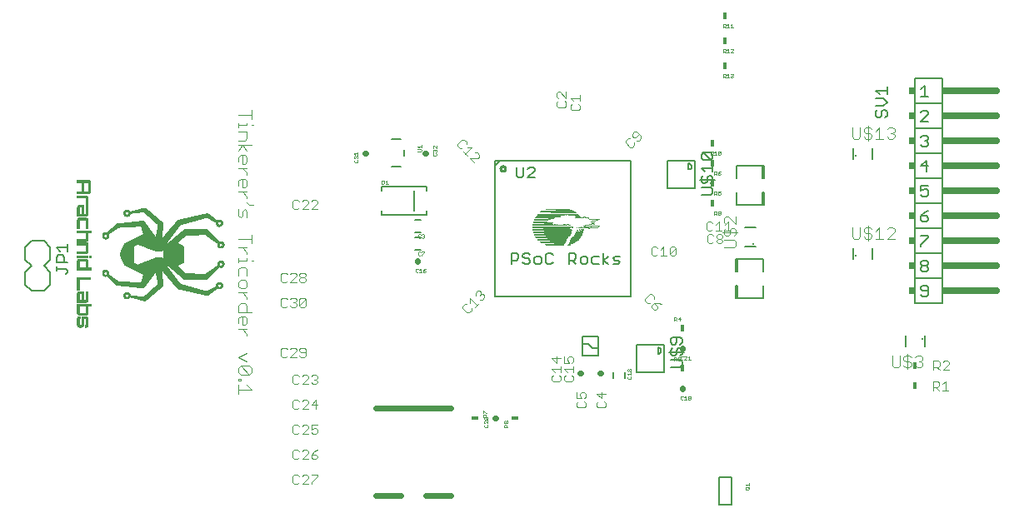
<source format=gto>
G75*
G70*
%OFA0B0*%
%FSLAX24Y24*%
%IPPOS*%
%LPD*%
%AMOC8*
5,1,8,0,0,1.08239X$1,22.5*
%
%ADD10C,0.0040*%
%ADD11R,0.0180X0.0300*%
%ADD12C,0.0030*%
%ADD13C,0.0240*%
%ADD14C,0.0050*%
%ADD15C,0.0220*%
%ADD16C,0.0080*%
%ADD17C,0.0020*%
%ADD18C,0.0100*%
%ADD19C,0.0024*%
%ADD20C,0.0010*%
%ADD21C,0.0060*%
%ADD22C,0.0118*%
%ADD23C,0.0260*%
%ADD24R,0.0300X0.0260*%
%ADD25R,0.0260X0.0260*%
%ADD26R,0.0300X0.0180*%
%ADD27C,0.0000*%
%ADD28C,0.0001*%
D10*
X009150Y009021D02*
X009150Y009368D01*
X009150Y009539D02*
X009150Y009625D01*
X009237Y009625D01*
X009237Y009539D01*
X009150Y009539D01*
X009237Y009794D02*
X009150Y009881D01*
X009150Y010054D01*
X009237Y010141D01*
X009584Y009794D01*
X009237Y009794D01*
X009584Y009794D02*
X009670Y009881D01*
X009670Y010054D01*
X009584Y010141D01*
X009237Y010141D01*
X009497Y010310D02*
X009150Y010483D01*
X009497Y010657D01*
X009497Y011342D02*
X009497Y011429D01*
X009323Y011602D01*
X009323Y011771D02*
X009323Y012118D01*
X009237Y012118D02*
X009410Y012118D01*
X009497Y012031D01*
X009497Y011858D01*
X009410Y011771D01*
X009323Y011771D01*
X009150Y011858D02*
X009150Y012031D01*
X009237Y012118D01*
X009150Y012286D02*
X009150Y012547D01*
X009237Y012633D01*
X009410Y012633D01*
X009497Y012547D01*
X009497Y012286D01*
X009670Y012286D02*
X009150Y012286D01*
X009497Y012803D02*
X009497Y012890D01*
X009323Y013063D01*
X009150Y013063D02*
X009497Y013063D01*
X009410Y013232D02*
X009497Y013319D01*
X009497Y013492D01*
X009410Y013579D01*
X009237Y013579D01*
X009150Y013492D01*
X009150Y013319D01*
X009237Y013232D01*
X009410Y013232D01*
X009497Y013747D02*
X009497Y014008D01*
X009410Y014094D01*
X009237Y014094D01*
X009150Y014008D01*
X009150Y013747D01*
X009150Y014265D02*
X009150Y014438D01*
X009150Y014351D02*
X009497Y014351D01*
X009497Y014438D01*
X009497Y014608D02*
X009497Y014694D01*
X009323Y014868D01*
X009150Y014868D02*
X009497Y014868D01*
X009670Y015037D02*
X009670Y015383D01*
X009670Y015210D02*
X009150Y015210D01*
X009670Y014351D02*
X009757Y014351D01*
X009497Y016068D02*
X009497Y016328D01*
X009410Y016415D01*
X009323Y016328D01*
X009323Y016155D01*
X009237Y016068D01*
X009150Y016155D01*
X009150Y016415D01*
X009497Y016673D02*
X009584Y016586D01*
X009757Y016586D01*
X009497Y016842D02*
X009497Y016929D01*
X009323Y017102D01*
X009323Y017271D02*
X009323Y017618D01*
X009237Y017618D02*
X009410Y017618D01*
X009497Y017531D01*
X009497Y017358D01*
X009410Y017271D01*
X009323Y017271D01*
X009150Y017358D02*
X009150Y017531D01*
X009237Y017618D01*
X009497Y017787D02*
X009497Y017874D01*
X009323Y018048D01*
X009323Y018216D02*
X009323Y018563D01*
X009237Y018563D02*
X009410Y018563D01*
X009497Y018477D01*
X009497Y018303D01*
X009410Y018216D01*
X009323Y018216D01*
X009150Y018303D02*
X009150Y018477D01*
X009237Y018563D01*
X009150Y018733D02*
X009323Y018993D01*
X009497Y018733D01*
X009670Y018993D02*
X009150Y018993D01*
X009150Y019162D02*
X009410Y019162D01*
X009497Y019248D01*
X009497Y019509D01*
X009150Y019509D01*
X009150Y019679D02*
X009150Y019852D01*
X009150Y019766D02*
X009497Y019766D01*
X009497Y019852D01*
X009670Y019766D02*
X009757Y019766D01*
X009670Y020021D02*
X009670Y020368D01*
X009670Y020195D02*
X009150Y020195D01*
X009150Y018048D02*
X009497Y018048D01*
X009497Y017102D02*
X009150Y017102D01*
X009150Y011602D02*
X009497Y011602D01*
X009497Y009368D02*
X009670Y009194D01*
X009150Y009194D01*
X028581Y014880D02*
X028965Y014880D01*
X029041Y014957D01*
X029041Y015110D01*
X028965Y015187D01*
X028581Y015187D01*
X028658Y015340D02*
X028581Y015417D01*
X028581Y015571D01*
X028658Y015647D01*
X028658Y015801D02*
X028581Y015877D01*
X028581Y016031D01*
X028658Y016108D01*
X028735Y016108D01*
X029041Y015801D01*
X029041Y016108D01*
X028965Y015647D02*
X028888Y015647D01*
X028811Y015571D01*
X028811Y015417D01*
X028735Y015340D01*
X028658Y015340D01*
X028504Y015494D02*
X029118Y015494D01*
X029041Y015417D02*
X029041Y015571D01*
X028965Y015647D01*
X029041Y015417D02*
X028965Y015340D01*
X033717Y015298D02*
X033794Y015221D01*
X033947Y015221D01*
X034024Y015298D01*
X034024Y015681D01*
X034177Y015605D02*
X034254Y015681D01*
X034408Y015681D01*
X034484Y015605D01*
X034408Y015451D02*
X034254Y015451D01*
X034177Y015528D01*
X034177Y015605D01*
X034331Y015758D02*
X034331Y015144D01*
X034254Y015221D02*
X034408Y015221D01*
X034484Y015298D01*
X034484Y015374D01*
X034408Y015451D01*
X034638Y015528D02*
X034791Y015681D01*
X034791Y015221D01*
X034638Y015221D02*
X034945Y015221D01*
X035098Y015221D02*
X035405Y015528D01*
X035405Y015605D01*
X035328Y015681D01*
X035175Y015681D01*
X035098Y015605D01*
X035098Y015221D02*
X035405Y015221D01*
X034254Y015221D02*
X034177Y015298D01*
X033717Y015298D02*
X033717Y015681D01*
X034331Y019144D02*
X034331Y019758D01*
X034408Y019681D02*
X034484Y019605D01*
X034408Y019681D02*
X034254Y019681D01*
X034177Y019605D01*
X034177Y019528D01*
X034254Y019451D01*
X034408Y019451D01*
X034484Y019374D01*
X034484Y019298D01*
X034408Y019221D01*
X034254Y019221D01*
X034177Y019298D01*
X034024Y019298D02*
X034024Y019681D01*
X033717Y019681D02*
X033717Y019298D01*
X033794Y019221D01*
X033947Y019221D01*
X034024Y019298D01*
X034638Y019221D02*
X034945Y019221D01*
X034791Y019221D02*
X034791Y019681D01*
X034638Y019528D01*
X035098Y019605D02*
X035175Y019681D01*
X035328Y019681D01*
X035405Y019605D01*
X035405Y019528D01*
X035328Y019451D01*
X035405Y019374D01*
X035405Y019298D01*
X035328Y019221D01*
X035175Y019221D01*
X035098Y019298D01*
X035252Y019451D02*
X035328Y019451D01*
X035916Y010616D02*
X035916Y010002D01*
X035839Y010079D02*
X035992Y010079D01*
X036069Y010156D01*
X036069Y010233D01*
X035992Y010309D01*
X035839Y010309D01*
X035762Y010386D01*
X035762Y010463D01*
X035839Y010540D01*
X035992Y010540D01*
X036069Y010463D01*
X036223Y010463D02*
X036299Y010540D01*
X036453Y010540D01*
X036530Y010463D01*
X036530Y010386D01*
X036453Y010309D01*
X036530Y010233D01*
X036530Y010156D01*
X036453Y010079D01*
X036299Y010079D01*
X036223Y010156D01*
X036376Y010309D02*
X036453Y010309D01*
X035839Y010079D02*
X035762Y010156D01*
X035609Y010156D02*
X035609Y010540D01*
X035302Y010540D02*
X035302Y010156D01*
X035379Y010079D01*
X035532Y010079D01*
X035609Y010156D01*
D11*
X036230Y010130D03*
X036230Y009330D03*
X026930Y010030D03*
X026930Y011630D03*
X028130Y016630D03*
X028130Y017430D03*
X028130Y018230D03*
X028130Y019030D03*
X028630Y022130D03*
X028630Y023130D03*
X028630Y024130D03*
D12*
X011330Y005463D02*
X011392Y005401D01*
X011515Y005401D01*
X011577Y005463D01*
X011698Y005401D02*
X011945Y005648D01*
X011945Y005710D01*
X011884Y005771D01*
X011760Y005771D01*
X011698Y005710D01*
X011577Y005710D02*
X011515Y005771D01*
X011392Y005771D01*
X011330Y005710D01*
X011330Y005463D01*
X011698Y005401D02*
X011945Y005401D01*
X012067Y005401D02*
X012067Y005463D01*
X012314Y005710D01*
X012314Y005771D01*
X012067Y005771D01*
X012128Y006401D02*
X012252Y006401D01*
X012314Y006463D01*
X012314Y006524D01*
X012252Y006586D01*
X012067Y006586D01*
X012067Y006463D01*
X012128Y006401D01*
X011945Y006401D02*
X011698Y006401D01*
X011945Y006648D01*
X011945Y006710D01*
X011884Y006771D01*
X011760Y006771D01*
X011698Y006710D01*
X011577Y006710D02*
X011515Y006771D01*
X011392Y006771D01*
X011330Y006710D01*
X011330Y006463D01*
X011392Y006401D01*
X011515Y006401D01*
X011577Y006463D01*
X012067Y006586D02*
X012190Y006710D01*
X012314Y006771D01*
X012252Y007401D02*
X012128Y007401D01*
X012067Y007463D01*
X012067Y007586D02*
X012190Y007648D01*
X012252Y007648D01*
X012314Y007586D01*
X012314Y007463D01*
X012252Y007401D01*
X012067Y007586D02*
X012067Y007771D01*
X012314Y007771D01*
X011945Y007710D02*
X011884Y007771D01*
X011760Y007771D01*
X011698Y007710D01*
X011577Y007710D02*
X011515Y007771D01*
X011392Y007771D01*
X011330Y007710D01*
X011330Y007463D01*
X011392Y007401D01*
X011515Y007401D01*
X011577Y007463D01*
X011698Y007401D02*
X011945Y007648D01*
X011945Y007710D01*
X011945Y007401D02*
X011698Y007401D01*
X011698Y008401D02*
X011945Y008648D01*
X011945Y008710D01*
X011884Y008771D01*
X011760Y008771D01*
X011698Y008710D01*
X011577Y008710D02*
X011515Y008771D01*
X011392Y008771D01*
X011330Y008710D01*
X011330Y008463D01*
X011392Y008401D01*
X011515Y008401D01*
X011577Y008463D01*
X011698Y008401D02*
X011945Y008401D01*
X012067Y008586D02*
X012314Y008586D01*
X012252Y008401D02*
X012252Y008771D01*
X012067Y008586D01*
X012128Y009401D02*
X012067Y009463D01*
X012128Y009401D02*
X012252Y009401D01*
X012314Y009463D01*
X012314Y009524D01*
X012252Y009586D01*
X012190Y009586D01*
X012252Y009586D02*
X012314Y009648D01*
X012314Y009710D01*
X012252Y009771D01*
X012128Y009771D01*
X012067Y009710D01*
X011945Y009710D02*
X011884Y009771D01*
X011760Y009771D01*
X011698Y009710D01*
X011577Y009710D02*
X011515Y009771D01*
X011392Y009771D01*
X011330Y009710D01*
X011330Y009463D01*
X011392Y009401D01*
X011515Y009401D01*
X011577Y009463D01*
X011698Y009401D02*
X011945Y009648D01*
X011945Y009710D01*
X011945Y009401D02*
X011698Y009401D01*
X011653Y010489D02*
X011777Y010489D01*
X011839Y010551D01*
X011839Y010798D01*
X011777Y010859D01*
X011653Y010859D01*
X011592Y010798D01*
X011592Y010736D01*
X011653Y010674D01*
X011839Y010674D01*
X011653Y010489D02*
X011592Y010551D01*
X011470Y010489D02*
X011223Y010489D01*
X011470Y010736D01*
X011470Y010798D01*
X011408Y010859D01*
X011285Y010859D01*
X011223Y010798D01*
X011102Y010798D02*
X011040Y010859D01*
X010917Y010859D01*
X010855Y010798D01*
X010855Y010551D01*
X010917Y010489D01*
X011040Y010489D01*
X011102Y010551D01*
X011040Y012489D02*
X011102Y012551D01*
X011040Y012489D02*
X010917Y012489D01*
X010855Y012551D01*
X010855Y012798D01*
X010917Y012859D01*
X011040Y012859D01*
X011102Y012798D01*
X011223Y012798D02*
X011285Y012859D01*
X011408Y012859D01*
X011470Y012798D01*
X011470Y012736D01*
X011408Y012674D01*
X011470Y012613D01*
X011470Y012551D01*
X011408Y012489D01*
X011285Y012489D01*
X011223Y012551D01*
X011347Y012674D02*
X011408Y012674D01*
X011592Y012551D02*
X011592Y012798D01*
X011653Y012859D01*
X011777Y012859D01*
X011839Y012798D01*
X011592Y012551D01*
X011653Y012489D01*
X011777Y012489D01*
X011839Y012551D01*
X011839Y012798D01*
X011777Y013489D02*
X011653Y013489D01*
X011592Y013551D01*
X011592Y013613D01*
X011653Y013674D01*
X011777Y013674D01*
X011839Y013613D01*
X011839Y013551D01*
X011777Y013489D01*
X011777Y013674D02*
X011839Y013736D01*
X011839Y013798D01*
X011777Y013859D01*
X011653Y013859D01*
X011592Y013798D01*
X011592Y013736D01*
X011653Y013674D01*
X011470Y013736D02*
X011470Y013798D01*
X011408Y013859D01*
X011285Y013859D01*
X011223Y013798D01*
X011102Y013798D02*
X011040Y013859D01*
X010917Y013859D01*
X010855Y013798D01*
X010855Y013551D01*
X010917Y013489D01*
X011040Y013489D01*
X011102Y013551D01*
X011223Y013489D02*
X011470Y013736D01*
X011470Y013489D02*
X011223Y013489D01*
X011392Y016401D02*
X011515Y016401D01*
X011577Y016463D01*
X011698Y016401D02*
X011945Y016648D01*
X011945Y016710D01*
X011884Y016771D01*
X011760Y016771D01*
X011698Y016710D01*
X011577Y016710D02*
X011515Y016771D01*
X011392Y016771D01*
X011330Y016710D01*
X011330Y016463D01*
X011392Y016401D01*
X011698Y016401D02*
X011945Y016401D01*
X012067Y016401D02*
X012314Y016648D01*
X012314Y016710D01*
X012252Y016771D01*
X012128Y016771D01*
X012067Y016710D01*
X012067Y016401D02*
X012314Y016401D01*
X017922Y018931D02*
X018010Y018844D01*
X018097Y018844D01*
X018139Y018714D02*
X018314Y018540D01*
X018400Y018454D02*
X018574Y018279D01*
X018400Y018454D02*
X018749Y018454D01*
X018792Y018498D01*
X018792Y018585D01*
X018705Y018672D01*
X018618Y018672D01*
X018488Y018889D02*
X018314Y018889D01*
X018272Y019018D02*
X018272Y019106D01*
X018184Y019193D01*
X018097Y019193D01*
X017922Y019018D01*
X017922Y018931D01*
X018227Y018627D02*
X018488Y018889D01*
X021891Y020553D02*
X021953Y020492D01*
X022200Y020492D01*
X022262Y020553D01*
X022262Y020677D01*
X022200Y020738D01*
X022262Y020860D02*
X022015Y021107D01*
X021953Y021107D01*
X021891Y021045D01*
X021891Y020922D01*
X021953Y020860D01*
X021953Y020738D02*
X021891Y020677D01*
X021891Y020553D01*
X022262Y020860D02*
X022262Y021107D01*
X022434Y020856D02*
X022804Y020856D01*
X022804Y020733D02*
X022804Y020979D01*
X022557Y020733D02*
X022434Y020856D01*
X022496Y020611D02*
X022434Y020549D01*
X022434Y020426D01*
X022496Y020364D01*
X022742Y020364D01*
X022804Y020426D01*
X022804Y020549D01*
X022742Y020611D01*
X024648Y019156D02*
X024648Y019069D01*
X024822Y018895D01*
X024909Y018895D01*
X024997Y018982D01*
X024997Y019069D01*
X025083Y019155D02*
X025170Y019155D01*
X025257Y019242D01*
X025257Y019330D01*
X025083Y019504D01*
X024995Y019504D01*
X024908Y019417D01*
X024908Y019330D01*
X024952Y019286D01*
X025039Y019286D01*
X025170Y019417D01*
X024822Y019244D02*
X024735Y019244D01*
X024648Y019156D01*
X027940Y015909D02*
X027878Y015847D01*
X027878Y015600D01*
X027940Y015538D01*
X028063Y015538D01*
X028125Y015600D01*
X028246Y015538D02*
X028493Y015538D01*
X028614Y015538D02*
X028861Y015538D01*
X028738Y015538D02*
X028738Y015909D01*
X028614Y015785D01*
X028370Y015909D02*
X028370Y015538D01*
X028337Y015409D02*
X028460Y015409D01*
X028522Y015347D01*
X028522Y015285D01*
X028460Y015224D01*
X028337Y015224D01*
X028275Y015285D01*
X028275Y015347D01*
X028337Y015409D01*
X028337Y015224D02*
X028275Y015162D01*
X028275Y015100D01*
X028337Y015038D01*
X028460Y015038D01*
X028522Y015100D01*
X028522Y015162D01*
X028460Y015224D01*
X028154Y015347D02*
X028092Y015409D01*
X027968Y015409D01*
X027907Y015347D01*
X027907Y015100D01*
X027968Y015038D01*
X028092Y015038D01*
X028154Y015100D01*
X028246Y015785D02*
X028370Y015909D01*
X028125Y015847D02*
X028063Y015909D01*
X027940Y015909D01*
X026654Y014853D02*
X026407Y014607D01*
X026469Y014545D01*
X026593Y014545D01*
X026654Y014607D01*
X026654Y014853D01*
X026593Y014915D01*
X026469Y014915D01*
X026407Y014853D01*
X026407Y014607D01*
X026286Y014545D02*
X026039Y014545D01*
X026163Y014545D02*
X026163Y014915D01*
X026039Y014792D01*
X025918Y014853D02*
X025856Y014915D01*
X025733Y014915D01*
X025671Y014853D01*
X025671Y014607D01*
X025733Y014545D01*
X025856Y014545D01*
X025918Y014607D01*
X025687Y012997D02*
X025600Y012997D01*
X025425Y012823D01*
X025425Y012735D01*
X025512Y012648D01*
X025600Y012648D01*
X025685Y012562D02*
X025773Y012649D01*
X025904Y012518D01*
X025904Y012431D01*
X025860Y012388D01*
X025773Y012388D01*
X025685Y012475D01*
X025685Y012562D01*
X025773Y012649D02*
X025947Y012649D01*
X026078Y012606D01*
X025774Y012823D02*
X025774Y012910D01*
X025687Y012997D01*
X022554Y010436D02*
X022554Y010312D01*
X022492Y010251D01*
X022369Y010251D02*
X022307Y010374D01*
X022307Y010436D01*
X022369Y010498D01*
X022492Y010498D01*
X022554Y010436D01*
X022369Y010251D02*
X022184Y010251D01*
X022184Y010498D01*
X022054Y010436D02*
X021684Y010436D01*
X021869Y010251D01*
X021869Y010498D01*
X022054Y010129D02*
X022054Y009882D01*
X022054Y010006D02*
X021684Y010006D01*
X021807Y009882D01*
X021746Y009761D02*
X021684Y009699D01*
X021684Y009576D01*
X021746Y009514D01*
X021992Y009514D01*
X022054Y009576D01*
X022054Y009699D01*
X021992Y009761D01*
X022184Y009699D02*
X022184Y009576D01*
X022246Y009514D01*
X022492Y009514D01*
X022554Y009576D01*
X022554Y009699D01*
X022492Y009761D01*
X022554Y009882D02*
X022554Y010129D01*
X022554Y010006D02*
X022184Y010006D01*
X022307Y009882D01*
X022246Y009761D02*
X022184Y009699D01*
X022681Y009079D02*
X022681Y008832D01*
X022866Y008832D01*
X022804Y008955D01*
X022804Y009017D01*
X022866Y009079D01*
X022989Y009079D01*
X023051Y009017D01*
X023051Y008893D01*
X022989Y008832D01*
X022989Y008710D02*
X023051Y008648D01*
X023051Y008525D01*
X022989Y008463D01*
X022742Y008463D01*
X022681Y008525D01*
X022681Y008648D01*
X022742Y008710D01*
X023481Y008648D02*
X023481Y008525D01*
X023542Y008463D01*
X023789Y008463D01*
X023851Y008525D01*
X023851Y008648D01*
X023789Y008710D01*
X023666Y008832D02*
X023666Y009079D01*
X023851Y009017D02*
X023481Y009017D01*
X023666Y008832D01*
X023542Y008710D02*
X023481Y008648D01*
X018774Y012658D02*
X018599Y012483D01*
X018687Y012570D02*
X018425Y012832D01*
X018425Y012658D01*
X018295Y012615D02*
X018208Y012615D01*
X018121Y012528D01*
X018121Y012441D01*
X018295Y012266D01*
X018383Y012266D01*
X018470Y012353D01*
X018470Y012441D01*
X018816Y012787D02*
X018904Y012787D01*
X018991Y012874D01*
X018991Y012962D01*
X018947Y013005D01*
X018860Y013005D01*
X018816Y012962D01*
X018860Y013005D02*
X018860Y013093D01*
X018816Y013136D01*
X018729Y013136D01*
X018642Y013049D01*
X018642Y012962D01*
X036963Y010335D02*
X036963Y009965D01*
X036963Y010088D02*
X037148Y010088D01*
X037210Y010150D01*
X037210Y010274D01*
X037148Y010335D01*
X036963Y010335D01*
X037086Y010088D02*
X037210Y009965D01*
X037331Y009965D02*
X037578Y010212D01*
X037578Y010274D01*
X037516Y010335D01*
X037393Y010335D01*
X037331Y010274D01*
X037331Y009965D02*
X037578Y009965D01*
X037431Y009528D02*
X037431Y009158D01*
X037554Y009158D02*
X037307Y009158D01*
X037186Y009158D02*
X037062Y009281D01*
X037124Y009281D02*
X036939Y009281D01*
X036939Y009158D02*
X036939Y009528D01*
X037124Y009528D01*
X037186Y009466D01*
X037186Y009343D01*
X037124Y009281D01*
X037307Y009405D02*
X037431Y009528D01*
D13*
X017660Y008440D02*
X014660Y008440D01*
X014660Y004940D02*
X015660Y004940D01*
X016660Y004940D02*
X017660Y004940D01*
D14*
X022915Y010536D02*
X023545Y010536D01*
X023545Y010851D01*
X023309Y010851D01*
X023151Y011009D01*
X022915Y011009D01*
X022915Y010536D01*
X022915Y011009D02*
X022915Y011324D01*
X023545Y011324D01*
X023545Y010851D01*
X024846Y012914D02*
X024846Y018346D01*
X027674Y018442D02*
X027749Y018367D01*
X028049Y018367D01*
X027749Y018667D01*
X028049Y018667D01*
X028124Y018592D01*
X028124Y018442D01*
X028049Y018367D01*
X028124Y018207D02*
X028124Y017907D01*
X028124Y018057D02*
X027674Y018057D01*
X027824Y017907D01*
X027749Y017747D02*
X027674Y017671D01*
X027674Y017521D01*
X027749Y017446D01*
X027824Y017446D01*
X027899Y017521D01*
X027899Y017671D01*
X027974Y017747D01*
X028049Y017747D01*
X028124Y017671D01*
X028124Y017521D01*
X028049Y017446D01*
X028049Y017286D02*
X027674Y017286D01*
X027674Y016986D02*
X028049Y016986D01*
X028124Y017061D01*
X028124Y017211D01*
X028049Y017286D01*
X028199Y017596D02*
X027598Y017596D01*
X027674Y018442D02*
X027674Y018592D01*
X027749Y018667D01*
X029075Y018146D02*
X029075Y017634D01*
X029075Y018146D02*
X030099Y018146D01*
X030177Y018146D01*
X030177Y017634D01*
X030099Y017634D01*
X030099Y018146D01*
X030138Y018146D02*
X030138Y017634D01*
X030138Y017083D02*
X030138Y016571D01*
X030177Y016571D02*
X030099Y016571D01*
X030099Y017083D01*
X030177Y017083D01*
X030177Y016571D01*
X030099Y016571D02*
X029075Y016571D01*
X029075Y017083D01*
X029079Y014417D02*
X029079Y013906D01*
X029118Y013906D02*
X029039Y013906D01*
X029039Y014417D01*
X029118Y014417D01*
X029118Y013906D01*
X029118Y014417D02*
X030142Y014417D01*
X030142Y013906D01*
X030142Y013354D02*
X030142Y012843D01*
X029118Y012843D01*
X029039Y012843D01*
X029039Y013354D01*
X029118Y013354D01*
X029118Y012843D01*
X029079Y012843D02*
X029079Y013354D01*
X026905Y011220D02*
X026830Y011295D01*
X026530Y011295D01*
X026455Y011220D01*
X026455Y011070D01*
X026530Y010995D01*
X026605Y010995D01*
X026680Y011070D01*
X026680Y011295D01*
X026905Y011220D02*
X026905Y011070D01*
X026830Y010995D01*
X026830Y010834D02*
X026755Y010834D01*
X026680Y010759D01*
X026680Y010609D01*
X026605Y010534D01*
X026530Y010534D01*
X026455Y010609D01*
X026455Y010759D01*
X026530Y010834D01*
X026380Y010684D02*
X026980Y010684D01*
X026905Y010609D02*
X026905Y010759D01*
X026830Y010834D01*
X026905Y010609D02*
X026830Y010534D01*
X026830Y010374D02*
X026455Y010374D01*
X026455Y010074D02*
X026830Y010074D01*
X026905Y010149D01*
X026905Y010299D01*
X026830Y010374D01*
X036455Y012984D02*
X036530Y012909D01*
X036680Y012909D01*
X036755Y012984D01*
X036755Y013284D01*
X036680Y013359D01*
X036530Y013359D01*
X036455Y013284D01*
X036455Y013209D01*
X036530Y013134D01*
X036755Y013134D01*
X036680Y013909D02*
X036530Y013909D01*
X036455Y013984D01*
X036455Y014059D01*
X036530Y014134D01*
X036680Y014134D01*
X036755Y014059D01*
X036755Y013984D01*
X036680Y013909D01*
X036680Y014134D02*
X036755Y014209D01*
X036755Y014284D01*
X036680Y014359D01*
X036530Y014359D01*
X036455Y014284D01*
X036455Y014209D01*
X036530Y014134D01*
X036455Y014909D02*
X036455Y014984D01*
X036755Y015284D01*
X036755Y015359D01*
X036455Y015359D01*
X036530Y015909D02*
X036680Y015909D01*
X036755Y015984D01*
X036755Y016059D01*
X036680Y016134D01*
X036455Y016134D01*
X036455Y015984D01*
X036530Y015909D01*
X036455Y016134D02*
X036605Y016284D01*
X036755Y016359D01*
X036680Y016909D02*
X036530Y016909D01*
X036455Y016984D01*
X036455Y017134D02*
X036605Y017209D01*
X036680Y017209D01*
X036755Y017134D01*
X036755Y016984D01*
X036680Y016909D01*
X036455Y017134D02*
X036455Y017359D01*
X036755Y017359D01*
X036680Y017909D02*
X036680Y018359D01*
X036455Y018134D01*
X036755Y018134D01*
X036680Y018909D02*
X036530Y018909D01*
X036455Y018984D01*
X036605Y019134D02*
X036680Y019134D01*
X036755Y019059D01*
X036755Y018984D01*
X036680Y018909D01*
X036680Y019134D02*
X036755Y019209D01*
X036755Y019284D01*
X036680Y019359D01*
X036530Y019359D01*
X036455Y019284D01*
X036455Y019909D02*
X036755Y020209D01*
X036755Y020284D01*
X036680Y020359D01*
X036530Y020359D01*
X036455Y020284D01*
X036455Y019909D02*
X036755Y019909D01*
X036755Y020909D02*
X036455Y020909D01*
X036605Y020909D02*
X036605Y021359D01*
X036455Y021209D01*
X035105Y021149D02*
X034655Y021149D01*
X034805Y020999D01*
X034955Y020838D02*
X034655Y020838D01*
X034655Y020538D02*
X034955Y020538D01*
X035105Y020688D01*
X034955Y020838D01*
X035105Y020999D02*
X035105Y021299D01*
X035030Y020378D02*
X035105Y020303D01*
X035105Y020153D01*
X035030Y020078D01*
X034880Y020153D02*
X034880Y020303D01*
X034955Y020378D01*
X035030Y020378D01*
X034880Y020153D02*
X034805Y020078D01*
X034730Y020078D01*
X034655Y020153D01*
X034655Y020303D01*
X034730Y020378D01*
X002325Y015025D02*
X002325Y014725D01*
X002325Y014875D02*
X001875Y014875D01*
X002025Y014725D01*
X001950Y014564D02*
X002100Y014564D01*
X002175Y014489D01*
X002175Y014264D01*
X002325Y014264D02*
X001875Y014264D01*
X001875Y014489D01*
X001950Y014564D01*
X001875Y014104D02*
X001875Y013954D01*
X001875Y014029D02*
X002250Y014029D01*
X002325Y013954D01*
X002325Y013879D01*
X002250Y013804D01*
D15*
X014218Y018630D02*
X014242Y018630D01*
X016618Y018630D02*
X016642Y018630D01*
X016330Y014342D02*
X016330Y014318D01*
X022818Y009830D02*
X022842Y009830D01*
X023618Y009830D02*
X023642Y009830D01*
X026930Y009242D02*
X026930Y009218D01*
X026930Y010818D02*
X026930Y010842D01*
X019442Y008030D02*
X019418Y008030D01*
D16*
X025079Y009879D02*
X025079Y010981D01*
X026181Y010981D01*
X026181Y009879D01*
X025079Y009879D01*
X025945Y010627D02*
X025945Y010863D01*
X025965Y010861D01*
X025985Y010856D01*
X026004Y010847D01*
X026021Y010835D01*
X026035Y010821D01*
X026047Y010804D01*
X026056Y010785D01*
X026061Y010765D01*
X026063Y010745D01*
X026061Y010725D01*
X026056Y010705D01*
X026047Y010686D01*
X026035Y010669D01*
X026021Y010655D01*
X026004Y010643D01*
X025985Y010634D01*
X025965Y010629D01*
X025945Y010627D01*
X024846Y012914D02*
X019414Y012914D01*
X019414Y018346D01*
X024846Y018346D01*
X026298Y018354D02*
X027400Y018354D01*
X027400Y017251D01*
X026298Y017251D01*
X026298Y018354D01*
X027164Y018236D02*
X027164Y017999D01*
X027184Y018001D01*
X027204Y018006D01*
X027223Y018015D01*
X027240Y018027D01*
X027254Y018041D01*
X027266Y018058D01*
X027275Y018077D01*
X027280Y018097D01*
X027282Y018117D01*
X027280Y018137D01*
X027275Y018157D01*
X027266Y018176D01*
X027254Y018193D01*
X027240Y018207D01*
X027223Y018219D01*
X027204Y018228D01*
X027184Y018233D01*
X027164Y018235D01*
X029416Y015687D02*
X029849Y015687D01*
X029849Y014899D02*
X029416Y014899D01*
X033736Y014847D02*
X033736Y014413D01*
X034524Y014413D02*
X034524Y014847D01*
X034524Y018413D02*
X034524Y018847D01*
X033736Y018847D02*
X033736Y018413D01*
X024417Y014500D02*
X024207Y014500D01*
X024137Y014430D01*
X024207Y014360D01*
X024347Y014360D01*
X024417Y014290D01*
X024347Y014220D01*
X024137Y014220D01*
X023963Y014220D02*
X023753Y014360D01*
X023963Y014500D01*
X023753Y014640D02*
X023753Y014220D01*
X023573Y014220D02*
X023363Y014220D01*
X023293Y014290D01*
X023293Y014430D01*
X023363Y014500D01*
X023573Y014500D01*
X023113Y014430D02*
X023113Y014290D01*
X023043Y014220D01*
X022902Y014220D01*
X022832Y014290D01*
X022832Y014430D01*
X022902Y014500D01*
X023043Y014500D01*
X023113Y014430D01*
X022652Y014430D02*
X022582Y014360D01*
X022372Y014360D01*
X022372Y014220D02*
X022372Y014640D01*
X022582Y014640D01*
X022652Y014570D01*
X022652Y014430D01*
X022512Y014360D02*
X022652Y014220D01*
X021731Y014290D02*
X021661Y014220D01*
X021521Y014220D01*
X021451Y014290D01*
X021451Y014570D01*
X021521Y014640D01*
X021661Y014640D01*
X021731Y014570D01*
X021271Y014430D02*
X021271Y014290D01*
X021201Y014220D01*
X021061Y014220D01*
X020991Y014290D01*
X020991Y014430D01*
X021061Y014500D01*
X021201Y014500D01*
X021271Y014430D01*
X020811Y014360D02*
X020811Y014290D01*
X020741Y014220D01*
X020600Y014220D01*
X020530Y014290D01*
X020600Y014430D02*
X020741Y014430D01*
X020811Y014360D01*
X020811Y014570D02*
X020741Y014640D01*
X020600Y014640D01*
X020530Y014570D01*
X020530Y014500D01*
X020600Y014430D01*
X020350Y014430D02*
X020280Y014360D01*
X020070Y014360D01*
X020070Y014220D02*
X020070Y014640D01*
X020280Y014640D01*
X020350Y014570D01*
X020350Y014430D01*
X016686Y016184D02*
X014874Y016184D01*
X014874Y016361D01*
X014874Y017149D02*
X014874Y017326D01*
X016686Y017326D01*
X016686Y017149D01*
X016174Y017149D02*
X016174Y016361D01*
X016686Y016361D02*
X016686Y016184D01*
X015633Y018098D02*
X015295Y018098D01*
X015783Y018553D02*
X015783Y018764D01*
X015633Y019218D02*
X015295Y019218D01*
X019414Y018150D02*
X019610Y018346D01*
X020270Y018090D02*
X020270Y017740D01*
X020340Y017670D01*
X020480Y017670D01*
X020550Y017740D01*
X020550Y018090D01*
X020730Y018020D02*
X020800Y018090D01*
X020941Y018090D01*
X021011Y018020D01*
X021011Y017950D01*
X020730Y017670D01*
X021011Y017670D01*
X035836Y011347D02*
X035836Y010913D01*
X036624Y010913D02*
X036624Y011347D01*
X001630Y013380D02*
X001380Y013130D01*
X000880Y013130D01*
X000630Y013380D01*
X000630Y013880D01*
X000880Y014130D01*
X000630Y014380D01*
X000630Y014880D01*
X000880Y015130D01*
X001380Y015130D01*
X001630Y014880D01*
X001630Y014380D01*
X001380Y014130D01*
X001630Y013880D01*
X001630Y013380D01*
D17*
X020908Y015687D02*
X021359Y015687D01*
X021359Y015659D01*
X022393Y015659D01*
X022366Y015680D01*
X022366Y015721D01*
X020908Y015721D01*
X020908Y015687D01*
X020908Y015689D02*
X022366Y015689D01*
X022366Y015707D02*
X020908Y015707D01*
X021359Y015670D02*
X022378Y015670D01*
X022414Y015701D02*
X022428Y015694D01*
X022442Y015714D01*
X022442Y015728D01*
X022428Y015728D01*
X022428Y015721D01*
X022414Y015728D02*
X022414Y015701D01*
X022470Y015666D02*
X022511Y015666D01*
X022518Y015721D02*
X022490Y015721D01*
X022400Y015777D02*
X022400Y015784D01*
X022331Y015784D01*
X022331Y015798D01*
X022303Y015798D01*
X022275Y015812D01*
X022463Y015610D02*
X022484Y015583D01*
X022613Y015448D02*
X022895Y015448D01*
X022893Y015444D02*
X022914Y015485D01*
X022650Y015485D01*
X022657Y015492D02*
X022609Y015444D01*
X022893Y015444D01*
X022905Y015467D02*
X022632Y015467D01*
X022657Y015492D02*
X022664Y015520D01*
X022914Y015520D01*
X022914Y015485D01*
X022914Y015504D02*
X022660Y015504D01*
X022713Y015555D02*
X022740Y015569D01*
X022782Y015583D02*
X022803Y015589D01*
X022782Y015610D01*
X022775Y015610D02*
X022782Y015583D01*
X022803Y015555D02*
X022921Y015555D01*
X022935Y015610D01*
X022921Y015610D01*
X022907Y015596D01*
X022900Y015576D01*
X022831Y015562D01*
X022831Y015610D02*
X022879Y015610D01*
X022872Y015666D02*
X022831Y015701D01*
X022824Y015694D01*
X022824Y015687D01*
X022796Y015687D01*
X022782Y015694D02*
X022782Y015666D01*
X022872Y015666D01*
X022907Y015666D02*
X022935Y015666D01*
X022935Y015694D01*
X022976Y015694D01*
X022976Y015687D01*
X023011Y015687D01*
X023011Y015673D01*
X023094Y015673D01*
X023094Y015666D01*
X023143Y015666D01*
X023143Y015659D01*
X023178Y015659D01*
X023178Y015666D01*
X023289Y015666D01*
X023289Y015680D01*
X023330Y015680D01*
X023330Y015694D01*
X023351Y015694D01*
X023351Y015687D01*
X023372Y015687D01*
X023372Y015673D01*
X023421Y015673D01*
X023421Y015687D01*
X023525Y015687D01*
X023539Y015701D01*
X023539Y015714D01*
X023553Y015728D01*
X023566Y015742D01*
X023435Y015742D01*
X023421Y015756D01*
X023400Y015756D01*
X023393Y015749D01*
X023358Y015749D01*
X023296Y015749D01*
X023296Y015756D01*
X023261Y015756D01*
X023261Y015728D01*
X023247Y015714D01*
X023233Y015714D01*
X023199Y015749D01*
X023178Y015742D01*
X023143Y015728D01*
X023143Y015714D01*
X023094Y015714D01*
X023094Y015721D01*
X023025Y015721D01*
X022983Y015728D01*
X022963Y015742D01*
X022990Y015749D01*
X023053Y015784D01*
X023087Y015784D01*
X023094Y015763D01*
X023122Y015763D01*
X023136Y015777D01*
X023171Y015798D01*
X023185Y015819D01*
X023199Y015819D01*
X023205Y015805D01*
X023247Y015805D01*
X023268Y015819D01*
X023289Y015853D01*
X023310Y015853D01*
X023337Y015819D01*
X023379Y015819D01*
X023379Y015825D01*
X023358Y015825D01*
X023344Y015853D01*
X023358Y015867D01*
X023379Y015867D01*
X023365Y015895D01*
X023282Y015895D01*
X023261Y015916D01*
X023268Y015930D01*
X023407Y015937D01*
X023421Y015957D01*
X023435Y015964D01*
X023469Y015964D01*
X023483Y015978D01*
X023566Y015999D01*
X023483Y016006D01*
X023476Y016013D01*
X023268Y016013D01*
X023247Y016027D01*
X023178Y016027D01*
X023157Y016048D01*
X023157Y016075D01*
X023032Y016075D01*
X022990Y016103D01*
X022969Y016103D01*
X022914Y016082D01*
X022831Y016082D01*
X022796Y016103D01*
X022789Y016131D01*
X022615Y016131D01*
X022650Y016117D01*
X022650Y016096D01*
X022629Y016089D01*
X022636Y016082D01*
X022699Y016082D01*
X022699Y016096D01*
X022733Y016096D01*
X022733Y016082D01*
X022775Y016082D01*
X022775Y016110D01*
X022671Y016110D01*
X022671Y016103D01*
X022761Y016103D01*
X022754Y016166D02*
X022449Y016166D01*
X022449Y016180D01*
X022393Y016180D01*
X022393Y016166D01*
X022331Y016166D01*
X022331Y016221D01*
X022303Y016221D01*
X022289Y016207D01*
X022268Y016207D01*
X022213Y016207D01*
X022241Y016180D01*
X022268Y016207D01*
X022249Y016188D02*
X022232Y016188D01*
X022213Y016207D02*
X022185Y016207D01*
X022157Y016180D01*
X022157Y016193D01*
X022074Y016193D01*
X022074Y016166D01*
X021533Y016166D01*
X021553Y016186D01*
X021553Y016193D01*
X021109Y016193D01*
X021144Y016228D01*
X022699Y016228D01*
X022754Y016166D01*
X022751Y016170D02*
X022449Y016170D01*
X022393Y016170D02*
X022331Y016170D01*
X022331Y016188D02*
X022734Y016188D01*
X022718Y016207D02*
X022331Y016207D01*
X022184Y016207D02*
X021122Y016207D01*
X021141Y016225D02*
X022701Y016225D01*
X022166Y016188D02*
X022157Y016188D01*
X022074Y016188D02*
X021553Y016188D01*
X021537Y016170D02*
X022074Y016170D01*
X022671Y015673D02*
X022678Y015666D01*
X022733Y015673D02*
X022740Y015673D01*
X022733Y015680D01*
X022699Y015596D02*
X022685Y015583D01*
X023358Y015742D02*
X023358Y015749D01*
X023566Y015742D02*
X023594Y015742D01*
D18*
X019630Y018030D02*
X019632Y018050D01*
X019638Y018068D01*
X019647Y018086D01*
X019659Y018101D01*
X019674Y018113D01*
X019692Y018122D01*
X019710Y018128D01*
X019730Y018130D01*
X019750Y018128D01*
X019768Y018122D01*
X019786Y018113D01*
X019801Y018101D01*
X019813Y018086D01*
X019822Y018068D01*
X019828Y018050D01*
X019830Y018030D01*
X019828Y018010D01*
X019822Y017992D01*
X019813Y017974D01*
X019801Y017959D01*
X019786Y017947D01*
X019768Y017938D01*
X019750Y017932D01*
X019730Y017930D01*
X019710Y017932D01*
X019692Y017938D01*
X019674Y017947D01*
X019659Y017959D01*
X019647Y017974D01*
X019638Y017992D01*
X019632Y018010D01*
X019630Y018030D01*
D19*
X021435Y016409D02*
X021866Y016409D01*
X021831Y016381D01*
X022470Y016381D01*
X022296Y016422D01*
X021546Y016422D01*
X021435Y016409D01*
X021463Y016412D02*
X022340Y016412D01*
X022432Y016390D02*
X021842Y016390D01*
X021671Y016298D02*
X021644Y016270D01*
X022657Y016270D01*
X022560Y016332D01*
X021290Y016332D01*
X021227Y016298D01*
X021671Y016298D01*
X021653Y016279D02*
X022642Y016279D01*
X022608Y016301D02*
X021234Y016301D01*
X021274Y016324D02*
X022573Y016324D01*
X022018Y016131D02*
X021067Y016131D01*
X021026Y016089D01*
X021026Y016082D01*
X021470Y016082D01*
X021463Y016068D01*
X021546Y016068D01*
X021553Y016061D01*
X021741Y016061D01*
X021741Y016075D01*
X021748Y016082D01*
X021775Y016082D01*
X021803Y016110D01*
X021873Y016110D01*
X021873Y016117D01*
X021880Y016124D01*
X021991Y016124D01*
X021991Y016110D01*
X022018Y016110D01*
X022018Y016131D01*
X022018Y016124D02*
X021061Y016124D01*
X021039Y016102D02*
X021795Y016102D01*
X021746Y016080D02*
X021469Y016080D01*
X021463Y016006D02*
X021456Y015992D01*
X021456Y015978D01*
X021526Y015978D01*
X021526Y015971D01*
X021442Y015971D01*
X021421Y015978D01*
X021415Y015964D01*
X021408Y015964D01*
X021408Y015992D01*
X020970Y015992D01*
X020991Y016027D01*
X021602Y016027D01*
X021616Y015999D01*
X021553Y015999D01*
X021539Y016013D01*
X021512Y016013D01*
X021463Y016006D01*
X021456Y015992D02*
X021408Y015992D01*
X021408Y015970D02*
X021417Y015970D01*
X021470Y015916D02*
X020942Y015916D01*
X020936Y015902D01*
X020936Y015888D01*
X021373Y015888D01*
X021373Y015860D01*
X021657Y015860D01*
X021713Y015888D01*
X021567Y015888D01*
X021553Y015867D01*
X021512Y015867D01*
X021512Y015881D01*
X021470Y015881D01*
X021470Y015916D01*
X021470Y015903D02*
X020936Y015903D01*
X020915Y015825D02*
X020908Y015777D01*
X021366Y015777D01*
X021366Y015763D01*
X022268Y015763D01*
X022185Y015798D01*
X022150Y015798D01*
X022150Y015784D01*
X022095Y015784D01*
X022067Y015763D01*
X021963Y015763D01*
X021949Y015770D01*
X021880Y015770D01*
X021880Y015798D01*
X021866Y015784D01*
X021817Y015784D01*
X021810Y015798D01*
X021782Y015798D01*
X021769Y015777D01*
X021741Y015777D01*
X021727Y015825D01*
X020915Y015825D01*
X020913Y015815D02*
X021730Y015815D01*
X021736Y015793D02*
X020910Y015793D01*
X020908Y015610D02*
X020908Y015583D01*
X021373Y015583D01*
X021373Y015555D01*
X022435Y015555D01*
X022421Y015610D01*
X020908Y015610D01*
X020908Y015593D02*
X022425Y015593D01*
X022431Y015571D02*
X021373Y015571D01*
X021373Y015485D02*
X020942Y015485D01*
X020936Y015520D01*
X022456Y015520D01*
X022456Y015444D01*
X021415Y015444D01*
X021380Y015478D01*
X021373Y015485D01*
X021375Y015483D02*
X022456Y015483D01*
X022456Y015505D02*
X020939Y015505D01*
X020970Y015409D02*
X020984Y015381D01*
X021421Y015381D01*
X021449Y015353D01*
X022393Y015353D01*
X022428Y015395D01*
X022428Y015409D01*
X020970Y015409D01*
X020978Y015394D02*
X022427Y015394D01*
X022409Y015372D02*
X021430Y015372D01*
X021397Y015461D02*
X022456Y015461D01*
X022574Y015360D02*
X022602Y015388D01*
X022609Y015409D01*
X022879Y015409D01*
X022845Y015360D01*
X022574Y015360D01*
X022586Y015372D02*
X022853Y015372D01*
X022869Y015394D02*
X022604Y015394D01*
X022504Y015305D02*
X022817Y015305D01*
X022768Y015249D01*
X022449Y015249D01*
X022477Y015263D01*
X022477Y015270D01*
X022504Y015305D01*
X022488Y015284D02*
X022798Y015284D01*
X022779Y015262D02*
X022474Y015262D01*
X022442Y015201D02*
X022428Y015187D01*
X022428Y015152D01*
X022685Y015152D01*
X022740Y015201D01*
X022442Y015201D01*
X022436Y015195D02*
X022734Y015195D01*
X022709Y015173D02*
X022428Y015173D01*
X022428Y015104D02*
X022414Y015083D01*
X022386Y015076D01*
X022366Y015048D01*
X022518Y015048D01*
X022622Y015104D01*
X022428Y015104D01*
X022415Y015085D02*
X022587Y015085D01*
X022546Y015063D02*
X022376Y015063D01*
X022406Y014996D02*
X022328Y014996D01*
X022331Y014999D02*
X022310Y014979D01*
X022324Y014979D01*
X022421Y014999D01*
X022331Y014999D01*
X022206Y015076D02*
X022185Y015048D01*
X021782Y015048D01*
X021755Y015076D01*
X021269Y015076D01*
X021213Y015104D01*
X022220Y015104D01*
X022206Y015090D01*
X022206Y015076D01*
X022206Y015085D02*
X021251Y015085D01*
X021130Y015180D02*
X021109Y015201D01*
X022248Y015201D01*
X022234Y015187D01*
X022234Y015152D01*
X021609Y015152D01*
X021595Y015180D01*
X021130Y015180D01*
X021115Y015195D02*
X022242Y015195D01*
X022234Y015173D02*
X021598Y015173D01*
X021630Y015249D02*
X021526Y015256D01*
X021519Y015270D01*
X021054Y015270D01*
X021026Y015305D01*
X022324Y015305D01*
X022324Y015298D01*
X022282Y015249D01*
X021630Y015249D01*
X021523Y015262D02*
X022293Y015262D01*
X022312Y015284D02*
X021043Y015284D01*
X021428Y014999D02*
X021484Y014992D01*
X021519Y014979D01*
X021574Y014979D01*
X021588Y014965D01*
X022143Y014965D01*
X022164Y014999D01*
X021428Y014999D01*
X021454Y014996D02*
X022162Y014996D01*
X022149Y014974D02*
X021579Y014974D01*
X021768Y015063D02*
X022196Y015063D01*
X022250Y015770D02*
X022077Y015770D01*
X022150Y015793D02*
X022197Y015793D01*
X021880Y015793D02*
X021874Y015793D01*
X021880Y015770D02*
X021366Y015770D01*
X021373Y015881D02*
X021470Y015881D01*
X021563Y015881D02*
X021699Y015881D01*
X021779Y015793D02*
X021813Y015793D01*
X021608Y016014D02*
X020983Y016014D01*
D20*
X017085Y018568D02*
X017085Y018618D01*
X017060Y018643D01*
X017060Y018690D02*
X017085Y018715D01*
X017085Y018765D01*
X017060Y018790D01*
X017035Y018790D01*
X017010Y018765D01*
X017010Y018740D01*
X017010Y018765D02*
X016985Y018790D01*
X016960Y018790D01*
X016935Y018765D01*
X016935Y018715D01*
X016960Y018690D01*
X016960Y018643D02*
X016935Y018618D01*
X016935Y018568D01*
X016960Y018543D01*
X017060Y018543D01*
X017085Y018568D01*
X017085Y018838D02*
X016985Y018938D01*
X016960Y018938D01*
X016935Y018913D01*
X016935Y018863D01*
X016960Y018838D01*
X017085Y018838D02*
X017085Y018938D01*
X016469Y018916D02*
X016319Y018916D01*
X016369Y018866D01*
X016319Y018819D02*
X016444Y018819D01*
X016469Y018794D01*
X016469Y018744D01*
X016444Y018719D01*
X016319Y018719D01*
X016469Y018866D02*
X016469Y018966D01*
X015082Y017560D02*
X015082Y017410D01*
X015032Y017410D02*
X015132Y017410D01*
X015032Y017510D02*
X015082Y017560D01*
X014985Y017535D02*
X014960Y017560D01*
X014885Y017560D01*
X014885Y017410D01*
X014960Y017410D01*
X014985Y017435D01*
X014985Y017535D01*
X013925Y018310D02*
X013925Y018360D01*
X013900Y018385D01*
X013900Y018432D02*
X013925Y018457D01*
X013925Y018507D01*
X013900Y018532D01*
X013875Y018532D01*
X013850Y018507D01*
X013850Y018482D01*
X013850Y018507D02*
X013825Y018532D01*
X013800Y018532D01*
X013775Y018507D01*
X013775Y018457D01*
X013800Y018432D01*
X013800Y018385D02*
X013775Y018360D01*
X013775Y018310D01*
X013800Y018285D01*
X013900Y018285D01*
X013925Y018310D01*
X013925Y018580D02*
X013925Y018680D01*
X013925Y018630D02*
X013775Y018630D01*
X013825Y018580D01*
X016365Y015400D02*
X016340Y015375D01*
X016340Y015275D01*
X016365Y015250D01*
X016415Y015250D01*
X016440Y015275D01*
X016488Y015275D02*
X016513Y015250D01*
X016563Y015250D01*
X016588Y015275D01*
X016588Y015300D01*
X016563Y015325D01*
X016538Y015325D01*
X016563Y015325D02*
X016588Y015350D01*
X016588Y015375D01*
X016563Y015400D01*
X016513Y015400D01*
X016488Y015375D01*
X016440Y015375D02*
X016415Y015400D01*
X016365Y015400D01*
X016365Y014700D02*
X016340Y014675D01*
X016340Y014575D01*
X016365Y014550D01*
X016415Y014550D01*
X016440Y014575D01*
X016488Y014575D02*
X016488Y014550D01*
X016488Y014575D02*
X016588Y014675D01*
X016588Y014700D01*
X016488Y014700D01*
X016440Y014675D02*
X016415Y014700D01*
X016365Y014700D01*
X016318Y014025D02*
X016268Y014025D01*
X016243Y014000D01*
X016243Y013900D01*
X016268Y013875D01*
X016318Y013875D01*
X016343Y013900D01*
X016390Y013875D02*
X016490Y013875D01*
X016440Y013875D02*
X016440Y014025D01*
X016390Y013975D01*
X016343Y014000D02*
X016318Y014025D01*
X016538Y013950D02*
X016613Y013950D01*
X016638Y013925D01*
X016638Y013900D01*
X016613Y013875D01*
X016563Y013875D01*
X016538Y013900D01*
X016538Y013950D01*
X016588Y014000D01*
X016638Y014025D01*
X018935Y008338D02*
X018960Y008338D01*
X019060Y008238D01*
X019085Y008238D01*
X019085Y008190D02*
X019035Y008140D01*
X019035Y008165D02*
X019035Y008090D01*
X019000Y008080D02*
X019100Y007980D01*
X019125Y008005D01*
X019125Y008055D01*
X019100Y008080D01*
X019000Y008080D01*
X018975Y008055D01*
X018975Y008005D01*
X019000Y007980D01*
X019100Y007980D01*
X019125Y007932D02*
X019125Y007832D01*
X019025Y007932D01*
X019000Y007932D01*
X018975Y007907D01*
X018975Y007857D01*
X019000Y007832D01*
X019000Y007785D02*
X018975Y007760D01*
X018975Y007710D01*
X019000Y007685D01*
X019100Y007685D01*
X019125Y007710D01*
X019125Y007760D01*
X019100Y007785D01*
X019085Y008090D02*
X018935Y008090D01*
X018935Y008165D01*
X018960Y008190D01*
X019010Y008190D01*
X019035Y008165D01*
X018935Y008238D02*
X018935Y008338D01*
X019775Y007907D02*
X019775Y007857D01*
X019800Y007832D01*
X019825Y007832D01*
X019850Y007857D01*
X019850Y007907D01*
X019875Y007932D01*
X019900Y007932D01*
X019925Y007907D01*
X019925Y007857D01*
X019900Y007832D01*
X019875Y007832D01*
X019850Y007857D01*
X019850Y007907D02*
X019825Y007932D01*
X019800Y007932D01*
X019775Y007907D01*
X019800Y007785D02*
X019850Y007785D01*
X019875Y007760D01*
X019875Y007685D01*
X019925Y007685D02*
X019775Y007685D01*
X019775Y007760D01*
X019800Y007785D01*
X019875Y007735D02*
X019925Y007785D01*
X024710Y009643D02*
X024735Y009618D01*
X024835Y009618D01*
X024860Y009643D01*
X024860Y009693D01*
X024835Y009718D01*
X024860Y009765D02*
X024860Y009865D01*
X024860Y009815D02*
X024710Y009815D01*
X024760Y009765D01*
X024735Y009718D02*
X024710Y009693D01*
X024710Y009643D01*
X024735Y009913D02*
X024760Y009913D01*
X024785Y009938D01*
X024785Y009988D01*
X024810Y010013D01*
X024835Y010013D01*
X024860Y009988D01*
X024860Y009938D01*
X024835Y009913D01*
X024810Y009913D01*
X024785Y009938D01*
X024785Y009988D02*
X024760Y010013D01*
X024735Y010013D01*
X024710Y009988D01*
X024710Y009938D01*
X024735Y009913D01*
X026585Y010335D02*
X026585Y010485D01*
X026660Y010485D01*
X026685Y010460D01*
X026685Y010410D01*
X026660Y010385D01*
X026585Y010385D01*
X026635Y010385D02*
X026685Y010335D01*
X026732Y010360D02*
X026757Y010335D01*
X026807Y010335D01*
X026832Y010360D01*
X026832Y010385D01*
X026807Y010410D01*
X026782Y010410D01*
X026807Y010410D02*
X026832Y010435D01*
X026832Y010460D01*
X026807Y010485D01*
X026757Y010485D01*
X026732Y010460D01*
X026843Y010500D02*
X026843Y010400D01*
X026868Y010375D01*
X026918Y010375D01*
X026943Y010400D01*
X026990Y010375D02*
X027090Y010475D01*
X027090Y010500D01*
X027065Y010525D01*
X027015Y010525D01*
X026990Y010500D01*
X026943Y010500D02*
X026918Y010525D01*
X026868Y010525D01*
X026843Y010500D01*
X026990Y010375D02*
X027090Y010375D01*
X027138Y010375D02*
X027238Y010375D01*
X027188Y010375D02*
X027188Y010525D01*
X027138Y010475D01*
X026807Y011935D02*
X026807Y012085D01*
X026732Y012010D01*
X026832Y012010D01*
X026685Y012010D02*
X026660Y011985D01*
X026585Y011985D01*
X026585Y011935D02*
X026585Y012085D01*
X026660Y012085D01*
X026685Y012060D01*
X026685Y012010D01*
X026635Y011985D02*
X026685Y011935D01*
X026868Y008925D02*
X026843Y008900D01*
X026843Y008800D01*
X026868Y008775D01*
X026918Y008775D01*
X026943Y008800D01*
X026990Y008775D02*
X027090Y008775D01*
X027040Y008775D02*
X027040Y008925D01*
X026990Y008875D01*
X026943Y008900D02*
X026918Y008925D01*
X026868Y008925D01*
X027138Y008900D02*
X027138Y008875D01*
X027163Y008850D01*
X027238Y008850D01*
X027238Y008800D02*
X027238Y008900D01*
X027213Y008925D01*
X027163Y008925D01*
X027138Y008900D01*
X027138Y008800D02*
X027163Y008775D01*
X027213Y008775D01*
X027238Y008800D01*
X029435Y005388D02*
X029585Y005388D01*
X029585Y005338D02*
X029585Y005438D01*
X029485Y005338D02*
X029435Y005388D01*
X029460Y005290D02*
X029560Y005290D01*
X029585Y005265D01*
X029585Y005215D01*
X029560Y005190D01*
X029460Y005190D01*
X029435Y005215D01*
X029435Y005265D01*
X029460Y005290D01*
X029535Y005240D02*
X029585Y005290D01*
X028413Y016175D02*
X028438Y016200D01*
X028438Y016300D01*
X028413Y016325D01*
X028363Y016325D01*
X028338Y016300D01*
X028338Y016275D01*
X028363Y016250D01*
X028438Y016250D01*
X028413Y016175D02*
X028363Y016175D01*
X028338Y016200D01*
X028290Y016175D02*
X028240Y016225D01*
X028265Y016225D02*
X028190Y016225D01*
X028190Y016175D02*
X028190Y016325D01*
X028265Y016325D01*
X028290Y016300D01*
X028290Y016250D01*
X028265Y016225D01*
X028290Y016975D02*
X028240Y017025D01*
X028265Y017025D02*
X028190Y017025D01*
X028190Y016975D02*
X028190Y017125D01*
X028265Y017125D01*
X028290Y017100D01*
X028290Y017050D01*
X028265Y017025D01*
X028338Y017000D02*
X028363Y016975D01*
X028413Y016975D01*
X028438Y017000D01*
X028438Y017050D01*
X028413Y017075D01*
X028388Y017075D01*
X028338Y017050D01*
X028338Y017125D01*
X028438Y017125D01*
X028413Y017775D02*
X028438Y017800D01*
X028438Y017825D01*
X028413Y017850D01*
X028338Y017850D01*
X028338Y017800D01*
X028363Y017775D01*
X028413Y017775D01*
X028338Y017850D02*
X028388Y017900D01*
X028438Y017925D01*
X028290Y017900D02*
X028290Y017850D01*
X028265Y017825D01*
X028190Y017825D01*
X028190Y017775D02*
X028190Y017925D01*
X028265Y017925D01*
X028290Y017900D01*
X028240Y017825D02*
X028290Y017775D01*
X028290Y018575D02*
X028190Y018575D01*
X028143Y018575D02*
X028093Y018625D01*
X028118Y018625D02*
X028043Y018625D01*
X028043Y018575D02*
X028043Y018725D01*
X028118Y018725D01*
X028143Y018700D01*
X028143Y018650D01*
X028118Y018625D01*
X028190Y018675D02*
X028240Y018725D01*
X028240Y018575D01*
X028338Y018600D02*
X028438Y018700D01*
X028438Y018600D01*
X028413Y018575D01*
X028363Y018575D01*
X028338Y018600D01*
X028338Y018700D01*
X028363Y018725D01*
X028413Y018725D01*
X028438Y018700D01*
X028543Y021675D02*
X028543Y021825D01*
X028618Y021825D01*
X028643Y021800D01*
X028643Y021750D01*
X028618Y021725D01*
X028543Y021725D01*
X028593Y021725D02*
X028643Y021675D01*
X028690Y021675D02*
X028790Y021675D01*
X028740Y021675D02*
X028740Y021825D01*
X028690Y021775D01*
X028838Y021800D02*
X028863Y021825D01*
X028913Y021825D01*
X028938Y021800D01*
X028938Y021775D01*
X028913Y021750D01*
X028938Y021725D01*
X028938Y021700D01*
X028913Y021675D01*
X028863Y021675D01*
X028838Y021700D01*
X028888Y021750D02*
X028913Y021750D01*
X028938Y022675D02*
X028838Y022675D01*
X028938Y022775D01*
X028938Y022800D01*
X028913Y022825D01*
X028863Y022825D01*
X028838Y022800D01*
X028740Y022825D02*
X028740Y022675D01*
X028690Y022675D02*
X028790Y022675D01*
X028690Y022775D02*
X028740Y022825D01*
X028643Y022800D02*
X028618Y022825D01*
X028543Y022825D01*
X028543Y022675D01*
X028543Y022725D02*
X028618Y022725D01*
X028643Y022750D01*
X028643Y022800D01*
X028593Y022725D02*
X028643Y022675D01*
X028643Y023675D02*
X028593Y023725D01*
X028618Y023725D02*
X028543Y023725D01*
X028543Y023675D02*
X028543Y023825D01*
X028618Y023825D01*
X028643Y023800D01*
X028643Y023750D01*
X028618Y023725D01*
X028690Y023675D02*
X028790Y023675D01*
X028838Y023675D02*
X028938Y023675D01*
X028888Y023675D02*
X028888Y023825D01*
X028838Y023775D01*
X028740Y023825D02*
X028740Y023675D01*
X028690Y023775D02*
X028740Y023825D01*
D21*
X036230Y021634D02*
X036230Y020634D01*
X036230Y019634D01*
X037330Y019634D01*
X037330Y020634D01*
X037330Y021634D01*
X036230Y021634D01*
X036230Y020634D02*
X037330Y020634D01*
X037330Y019634D02*
X037330Y018634D01*
X037330Y017634D01*
X037330Y016634D01*
X036230Y016634D01*
X036230Y017634D01*
X036230Y018634D01*
X036230Y019634D01*
X036230Y018634D02*
X037330Y018634D01*
X037330Y017634D02*
X036230Y017634D01*
X036230Y016634D02*
X036230Y015634D01*
X036230Y014634D01*
X037330Y014634D01*
X037330Y015634D01*
X037330Y016634D01*
X037330Y015634D02*
X036230Y015634D01*
X036230Y014634D02*
X036230Y013634D01*
X037330Y013634D01*
X037330Y014634D01*
X037330Y013634D02*
X037330Y012634D01*
X036230Y012634D01*
X036230Y013634D01*
X028890Y005690D02*
X028370Y005690D01*
X028370Y004570D01*
X028890Y004570D01*
X028890Y005690D01*
X024616Y009637D02*
X024616Y009873D01*
X024144Y009873D02*
X024144Y009637D01*
X016448Y014794D02*
X016212Y014794D01*
X016212Y015266D02*
X016448Y015266D01*
X016448Y015494D02*
X016212Y015494D01*
X016212Y015966D02*
X016448Y015966D01*
D22*
X029731Y015017D03*
X033854Y014532D03*
X036506Y011228D03*
X033854Y018532D03*
D23*
X037630Y018134D02*
X039480Y018134D01*
X039480Y017134D02*
X037630Y017134D01*
X037630Y016134D02*
X039480Y016134D01*
X039480Y015134D02*
X037630Y015134D01*
X037630Y014134D02*
X039480Y014134D01*
X039480Y013134D02*
X037630Y013134D01*
X037630Y019134D02*
X039480Y019134D01*
X039480Y020134D02*
X037630Y020134D01*
X037630Y021134D02*
X039480Y021134D01*
D24*
X037480Y021134D03*
X037480Y020134D03*
X037480Y019134D03*
X037480Y018134D03*
X037480Y017134D03*
X037480Y016134D03*
X037480Y015134D03*
X037480Y014134D03*
X037480Y013134D03*
D25*
X036100Y013134D03*
X036100Y014134D03*
X036100Y015134D03*
X036100Y016134D03*
X036100Y017134D03*
X036100Y018134D03*
X036100Y019134D03*
X036100Y020134D03*
X036100Y021134D03*
D26*
X020230Y008030D03*
X018630Y008030D03*
D27*
X008502Y013319D02*
X008510Y013358D01*
X008502Y013398D01*
X008482Y013433D01*
X008455Y013465D01*
X008419Y013480D01*
X008415Y013476D01*
X008408Y013453D01*
X008400Y013425D01*
X008439Y013402D01*
X008455Y013358D01*
X008439Y013315D01*
X008400Y013291D01*
X008400Y013284D01*
X008415Y013236D01*
X008451Y013256D01*
X008482Y013284D01*
X008502Y013319D01*
X008400Y013291D02*
X008380Y013284D01*
X008345Y013295D01*
X008317Y013323D01*
X008305Y013358D01*
X008317Y013398D01*
X008345Y013425D01*
X008380Y013433D01*
X008400Y013425D01*
X008408Y013453D01*
X008415Y013476D01*
X008419Y013480D01*
X008380Y013488D01*
X008329Y013476D01*
X008289Y013449D01*
X008262Y013410D01*
X008250Y013358D01*
X008258Y013319D01*
X008215Y013299D01*
X008171Y013276D01*
X008128Y013252D01*
X008085Y013228D01*
X008041Y013205D01*
X007998Y013185D01*
X007955Y013161D01*
X007911Y013138D01*
X007868Y013114D01*
X007821Y013130D01*
X007770Y013142D01*
X007723Y013158D01*
X007675Y013169D01*
X007624Y013185D01*
X007577Y013201D01*
X007530Y013213D01*
X007478Y013228D01*
X007431Y013240D01*
X007384Y013256D01*
X007333Y013268D01*
X007286Y013284D01*
X007238Y013295D01*
X007187Y013311D01*
X007140Y013323D01*
X007093Y013339D01*
X007041Y013350D01*
X006994Y013366D01*
X006947Y013378D01*
X006896Y013394D01*
X006849Y013406D01*
X006801Y013421D01*
X006770Y013465D01*
X006738Y013504D01*
X006707Y013547D01*
X006675Y013591D01*
X006644Y013630D01*
X006612Y013673D01*
X006581Y013717D01*
X006549Y013756D01*
X006518Y013799D01*
X006486Y013843D01*
X006455Y013882D01*
X006423Y013925D01*
X006392Y013969D01*
X006360Y014008D01*
X006329Y014051D01*
X006297Y014095D01*
X006266Y014134D01*
X006297Y014154D01*
X006325Y014173D01*
X006364Y014138D01*
X006404Y014106D01*
X006443Y014075D01*
X006482Y014039D01*
X006522Y014008D01*
X006561Y013973D01*
X006600Y013941D01*
X006636Y013906D01*
X006675Y013874D01*
X006715Y013839D01*
X006754Y013807D01*
X006793Y013776D01*
X006833Y013740D01*
X006872Y013709D01*
X006911Y013673D01*
X006947Y013642D01*
X006986Y013606D01*
X007860Y013606D01*
X007900Y013646D01*
X007935Y013681D01*
X007971Y013717D01*
X008006Y013752D01*
X008045Y013787D01*
X008081Y013823D01*
X008116Y013858D01*
X008152Y013894D01*
X008191Y013929D01*
X008226Y013969D01*
X008262Y014004D01*
X008297Y014039D01*
X008333Y014075D01*
X008372Y014110D01*
X008404Y014099D01*
X008435Y014095D01*
X008463Y014095D01*
X008490Y014106D01*
X008467Y014138D01*
X008463Y014158D01*
X008435Y014146D01*
X008396Y014158D01*
X008372Y014185D01*
X008360Y014221D01*
X008372Y014260D01*
X008400Y014287D01*
X008435Y014295D01*
X008455Y014287D01*
X008459Y014315D01*
X008467Y014343D01*
X008435Y014350D01*
X008384Y014339D01*
X008345Y014311D01*
X008317Y014272D01*
X008305Y014221D01*
X008309Y014193D01*
X008321Y014165D01*
X008278Y014134D01*
X008238Y014106D01*
X008195Y014075D01*
X008152Y014043D01*
X008112Y014016D01*
X008069Y013984D01*
X008030Y013957D01*
X007986Y013925D01*
X007943Y013894D01*
X007904Y013866D01*
X007860Y013835D01*
X007821Y013807D01*
X007770Y013807D01*
X007719Y013811D01*
X007667Y013815D01*
X007616Y013815D01*
X007565Y013819D01*
X007514Y013823D01*
X007463Y013823D01*
X007411Y013827D01*
X007360Y013831D01*
X007313Y013831D01*
X007262Y013835D01*
X007211Y013839D01*
X007160Y013839D01*
X007108Y013843D01*
X007057Y013847D01*
X007006Y013847D01*
X006971Y013882D01*
X006935Y013913D01*
X006900Y013949D01*
X006860Y013984D01*
X006825Y014016D01*
X006789Y014051D01*
X006754Y014083D01*
X006719Y014118D01*
X006683Y014150D01*
X006726Y014177D01*
X006770Y014201D01*
X006817Y014224D01*
X006860Y014248D01*
X006904Y014272D01*
X006951Y014295D01*
X006955Y014295D01*
X006955Y014661D01*
X006152Y014661D01*
X006152Y014445D01*
X006085Y014445D01*
X006085Y014480D01*
X005872Y014480D01*
X005825Y014465D01*
X005778Y014445D01*
X005730Y014425D01*
X005683Y014410D01*
X005636Y014390D01*
X005589Y014370D01*
X005541Y014354D01*
X005494Y014335D01*
X005447Y014315D01*
X005400Y014299D01*
X005352Y014280D01*
X005305Y014260D01*
X005258Y014244D01*
X005211Y014224D01*
X005163Y014205D01*
X005116Y014189D01*
X005073Y014205D01*
X005034Y014224D01*
X004990Y014244D01*
X004951Y014264D01*
X004951Y014661D01*
X004474Y014661D01*
X004423Y014661D01*
X004411Y014634D01*
X004400Y014606D01*
X004419Y014559D01*
X004439Y014516D01*
X004463Y014469D01*
X004482Y014421D01*
X004502Y014374D01*
X004522Y014327D01*
X004545Y014280D01*
X004565Y014236D01*
X004585Y014189D01*
X004628Y014165D01*
X004675Y014142D01*
X004719Y014122D01*
X004766Y014099D01*
X004809Y014075D01*
X004852Y014055D01*
X004900Y014032D01*
X004943Y014008D01*
X004990Y013988D01*
X005034Y013965D01*
X005077Y013941D01*
X005124Y013917D01*
X005167Y013898D01*
X005215Y013874D01*
X005258Y013850D01*
X005301Y013831D01*
X005349Y013807D01*
X005333Y013760D01*
X005321Y013713D01*
X005309Y013661D01*
X005297Y013614D01*
X005282Y013567D01*
X005270Y013520D01*
X005258Y013473D01*
X005207Y013473D01*
X005156Y013476D01*
X005100Y013480D01*
X005049Y013480D01*
X004998Y013484D01*
X004947Y013488D01*
X004896Y013492D01*
X004845Y013492D01*
X004793Y013496D01*
X004742Y013500D01*
X004691Y013500D01*
X004640Y013504D01*
X004589Y013508D01*
X004537Y013512D01*
X004486Y013512D01*
X004435Y013516D01*
X004384Y013520D01*
X004333Y013520D01*
X004293Y013547D01*
X004254Y013575D01*
X004215Y013602D01*
X004175Y013630D01*
X004136Y013658D01*
X004097Y013685D01*
X004057Y013713D01*
X004018Y013740D01*
X003978Y013764D01*
X003939Y013791D01*
X003951Y013823D01*
X003955Y013854D01*
X003947Y013894D01*
X003931Y013929D01*
X003904Y013957D01*
X003868Y013976D01*
X003829Y013984D01*
X003786Y013976D01*
X003750Y013957D01*
X003723Y013925D01*
X003703Y013886D01*
X003742Y013874D01*
X003758Y013870D01*
X003782Y013913D01*
X003829Y013929D01*
X003868Y013913D01*
X003892Y013874D01*
X003896Y013874D01*
X003923Y013882D01*
X003947Y013894D01*
X003923Y013882D01*
X003896Y013874D01*
X003892Y013874D01*
X003900Y013854D01*
X003892Y013819D01*
X003864Y013791D01*
X003829Y013780D01*
X003789Y013791D01*
X003762Y013819D01*
X003754Y013854D01*
X003758Y013870D01*
X003742Y013874D01*
X003703Y013886D01*
X003699Y013854D01*
X003707Y013807D01*
X003734Y013764D01*
X003778Y013736D01*
X003829Y013728D01*
X003860Y013732D01*
X003896Y013744D01*
X003931Y013709D01*
X003971Y013673D01*
X004010Y013638D01*
X004045Y013602D01*
X004085Y013567D01*
X004120Y013528D01*
X004160Y013492D01*
X004199Y013457D01*
X004234Y013421D01*
X004274Y013386D01*
X004325Y013378D01*
X004376Y013374D01*
X004423Y013370D01*
X004474Y013362D01*
X004526Y013358D01*
X004577Y013350D01*
X004628Y013347D01*
X004679Y013339D01*
X004730Y013335D01*
X004782Y013331D01*
X004833Y013323D01*
X004884Y013319D01*
X004931Y013311D01*
X004982Y013307D01*
X005034Y013303D01*
X005085Y013295D01*
X005136Y013291D01*
X005187Y013284D01*
X005238Y013280D01*
X005289Y013272D01*
X005341Y013268D01*
X005368Y013311D01*
X005400Y013350D01*
X005431Y013394D01*
X005463Y013433D01*
X005494Y013476D01*
X005526Y013520D01*
X005557Y013559D01*
X005585Y013602D01*
X005616Y013642D01*
X005648Y013685D01*
X005679Y013724D01*
X005711Y013768D01*
X005742Y013811D01*
X005770Y013850D01*
X005801Y013894D01*
X005849Y013902D01*
X005856Y013854D01*
X005864Y013803D01*
X005872Y013756D01*
X005884Y013709D01*
X005892Y013658D01*
X005900Y013610D01*
X005908Y013563D01*
X005919Y013512D01*
X005927Y013465D01*
X005935Y013417D01*
X005896Y013382D01*
X005856Y013347D01*
X005821Y013311D01*
X005782Y013280D01*
X005742Y013244D01*
X005703Y013209D01*
X005667Y013173D01*
X005628Y013142D01*
X005589Y013106D01*
X005549Y013071D01*
X005514Y013036D01*
X005474Y013004D01*
X005435Y012969D01*
X005396Y012933D01*
X005356Y012898D01*
X005309Y012906D01*
X005258Y012910D01*
X005207Y012917D01*
X005160Y012921D01*
X005108Y012929D01*
X005057Y012933D01*
X005006Y012941D01*
X004959Y012945D01*
X004908Y012953D01*
X004856Y012957D01*
X004809Y012965D01*
X004797Y013008D01*
X004770Y013047D01*
X004730Y013075D01*
X004687Y013087D01*
X004679Y013087D01*
X004632Y013079D01*
X004589Y013047D01*
X004561Y013008D01*
X004549Y012957D01*
X004561Y012910D01*
X004589Y012866D01*
X004632Y012839D01*
X004679Y012831D01*
X004695Y012835D01*
X004711Y012874D01*
X004715Y012898D01*
X004679Y012886D01*
X004644Y012894D01*
X004616Y012921D01*
X004604Y012957D01*
X004616Y012996D01*
X004644Y013024D01*
X004679Y013032D01*
X004715Y013020D01*
X004711Y013024D01*
X004703Y013055D01*
X004687Y013083D01*
X004687Y013087D01*
X004687Y013083D01*
X004703Y013055D01*
X004711Y013024D01*
X004715Y013020D01*
X004742Y012992D01*
X004754Y012957D01*
X004742Y012921D01*
X004715Y012898D01*
X004711Y012874D01*
X004695Y012835D01*
X004738Y012847D01*
X004774Y012874D01*
X004801Y012910D01*
X004845Y012898D01*
X004892Y012886D01*
X004939Y012874D01*
X004986Y012858D01*
X005034Y012847D01*
X005081Y012835D01*
X005128Y012823D01*
X005175Y012807D01*
X005223Y012795D01*
X005270Y012784D01*
X005317Y012768D01*
X005364Y012756D01*
X005411Y012756D01*
X005451Y012787D01*
X005494Y012823D01*
X005534Y012854D01*
X005573Y012890D01*
X005612Y012925D01*
X005652Y012957D01*
X005691Y012992D01*
X005730Y013024D01*
X005770Y013059D01*
X005809Y013095D01*
X005849Y013126D01*
X005888Y013161D01*
X005927Y013197D01*
X005967Y013228D01*
X006006Y013264D01*
X006045Y013295D01*
X006085Y013331D01*
X006124Y013366D01*
X006120Y013413D01*
X006116Y013465D01*
X006108Y013512D01*
X006104Y013559D01*
X006100Y013610D01*
X006093Y013658D01*
X006089Y013709D01*
X006085Y013756D01*
X006081Y013807D01*
X006073Y013854D01*
X006069Y013906D01*
X006065Y013953D01*
X006057Y014000D01*
X006065Y014008D01*
X006100Y013969D01*
X006132Y013929D01*
X006163Y013890D01*
X006199Y013850D01*
X006230Y013815D01*
X006262Y013776D01*
X006297Y013736D01*
X006329Y013697D01*
X006364Y013661D01*
X006396Y013622D01*
X006427Y013583D01*
X006463Y013543D01*
X006494Y013504D01*
X006526Y013469D01*
X006561Y013429D01*
X006593Y013390D01*
X006624Y013350D01*
X006660Y013311D01*
X006691Y013276D01*
X006723Y013236D01*
X006774Y013224D01*
X006821Y013213D01*
X006872Y013201D01*
X006919Y013193D01*
X006971Y013181D01*
X007018Y013169D01*
X007069Y013158D01*
X007116Y013146D01*
X007167Y013138D01*
X007215Y013126D01*
X007266Y013114D01*
X007313Y013102D01*
X007364Y013091D01*
X007411Y013083D01*
X007463Y013071D01*
X007510Y013059D01*
X007561Y013047D01*
X007608Y013036D01*
X007660Y013028D01*
X007711Y013016D01*
X007758Y013004D01*
X007809Y012992D01*
X007856Y012980D01*
X007908Y012973D01*
X007943Y013000D01*
X007982Y013032D01*
X008022Y013059D01*
X008061Y013087D01*
X008100Y013118D01*
X008140Y013146D01*
X008179Y013177D01*
X008215Y013205D01*
X008254Y013236D01*
X008293Y013264D01*
X008333Y013240D01*
X008380Y013232D01*
X008415Y013236D01*
X008400Y013284D01*
X008400Y013291D01*
X008490Y014106D02*
X008530Y014134D01*
X008553Y014173D01*
X008565Y014221D01*
X008557Y014264D01*
X008537Y014299D01*
X008506Y014327D01*
X008467Y014343D01*
X008459Y014315D01*
X008455Y014287D01*
X008494Y014264D01*
X008510Y014221D01*
X008494Y014185D01*
X008463Y014158D01*
X008467Y014138D01*
X008490Y014106D01*
X008435Y014866D02*
X008482Y014874D01*
X008474Y014906D01*
X008474Y014937D01*
X008435Y014917D01*
X008396Y014929D01*
X008372Y014957D01*
X008360Y014992D01*
X008372Y015032D01*
X008400Y015059D01*
X008435Y015067D01*
X008471Y015051D01*
X008474Y015083D01*
X008478Y015114D01*
X008435Y015122D01*
X008404Y015118D01*
X008372Y015106D01*
X008333Y015142D01*
X008297Y015177D01*
X008262Y015213D01*
X008226Y015248D01*
X008191Y015284D01*
X008152Y015319D01*
X008116Y015354D01*
X008081Y015390D01*
X008045Y015429D01*
X008006Y015465D01*
X007971Y015500D01*
X007935Y015536D01*
X007900Y015571D01*
X007860Y015606D01*
X006986Y015606D01*
X006947Y015575D01*
X006911Y015539D01*
X006872Y015508D01*
X006833Y015473D01*
X006793Y015441D01*
X006754Y015406D01*
X006715Y015374D01*
X006675Y015343D01*
X006636Y015307D01*
X006600Y015276D01*
X006561Y015240D01*
X006522Y015209D01*
X006482Y015173D01*
X006443Y015142D01*
X006404Y015110D01*
X006364Y015075D01*
X006325Y015043D01*
X006297Y015063D01*
X006266Y015079D01*
X006297Y015122D01*
X006329Y015165D01*
X006360Y015205D01*
X006392Y015248D01*
X006423Y015291D01*
X006455Y015331D01*
X006486Y015374D01*
X006518Y015417D01*
X006549Y015457D01*
X006581Y015500D01*
X006612Y015543D01*
X006644Y015583D01*
X006675Y015626D01*
X006707Y015665D01*
X006738Y015709D01*
X006770Y015752D01*
X006801Y015791D01*
X006849Y015807D01*
X006896Y015819D01*
X006947Y015835D01*
X006994Y015850D01*
X007041Y015862D01*
X007093Y015878D01*
X007140Y015890D01*
X007187Y015906D01*
X007238Y015917D01*
X007286Y015933D01*
X007333Y015945D01*
X007384Y015961D01*
X007431Y015973D01*
X007478Y015988D01*
X007530Y016000D01*
X007577Y016016D01*
X007624Y016028D01*
X007675Y016043D01*
X007723Y016055D01*
X007770Y016071D01*
X007821Y016087D01*
X007868Y016099D01*
X007911Y016075D01*
X007955Y016055D01*
X007998Y016032D01*
X008041Y016008D01*
X008085Y015984D01*
X008128Y015961D01*
X008171Y015941D01*
X008215Y015917D01*
X008258Y015894D01*
X008250Y015854D01*
X008262Y015807D01*
X008289Y015764D01*
X008329Y015736D01*
X008380Y015728D01*
X008408Y015732D01*
X008400Y015760D01*
X008392Y015787D01*
X008380Y015780D01*
X008345Y015791D01*
X008317Y015819D01*
X008305Y015854D01*
X008317Y015894D01*
X008345Y015921D01*
X008380Y015929D01*
X008388Y015925D01*
X008388Y015957D01*
X008396Y015980D01*
X008380Y015984D01*
X008333Y015976D01*
X008293Y015949D01*
X008254Y015980D01*
X008215Y016008D01*
X008179Y016039D01*
X008140Y016067D01*
X008100Y016099D01*
X008061Y016126D01*
X008022Y016154D01*
X007982Y016185D01*
X007943Y016213D01*
X007908Y016244D01*
X007856Y016232D01*
X007809Y016221D01*
X007758Y016209D01*
X007711Y016201D01*
X007660Y016189D01*
X007612Y016177D01*
X007561Y016165D01*
X007510Y016154D01*
X007463Y016146D01*
X007411Y016134D01*
X007364Y016122D01*
X007313Y016110D01*
X007266Y016099D01*
X007215Y016091D01*
X007167Y016079D01*
X007116Y016067D01*
X007069Y016055D01*
X007018Y016043D01*
X006971Y016036D01*
X006919Y016024D01*
X006872Y016012D01*
X006821Y016000D01*
X006774Y015988D01*
X006723Y015980D01*
X006691Y015941D01*
X006660Y015902D01*
X006624Y015862D01*
X006593Y015823D01*
X006561Y015787D01*
X006526Y015748D01*
X006494Y015709D01*
X006463Y015669D01*
X006427Y015630D01*
X006396Y015595D01*
X006364Y015555D01*
X006329Y015516D01*
X006297Y015476D01*
X006262Y015441D01*
X006230Y015402D01*
X006199Y015362D01*
X006163Y015323D01*
X006132Y015284D01*
X006100Y015248D01*
X006065Y015209D01*
X006057Y015213D01*
X006065Y015264D01*
X006069Y015311D01*
X006073Y015362D01*
X006081Y015410D01*
X006085Y015457D01*
X006089Y015508D01*
X006093Y015555D01*
X006100Y015606D01*
X006104Y015654D01*
X006108Y015705D01*
X006116Y015752D01*
X006120Y015799D01*
X006124Y015850D01*
X006085Y015882D01*
X006045Y015917D01*
X006006Y015953D01*
X005967Y015984D01*
X005927Y016020D01*
X005888Y016055D01*
X005849Y016087D01*
X005809Y016122D01*
X005770Y016154D01*
X005730Y016189D01*
X005691Y016224D01*
X005652Y016256D01*
X005612Y016291D01*
X005573Y016323D01*
X005534Y016358D01*
X005494Y016394D01*
X005451Y016425D01*
X005411Y016461D01*
X005364Y016457D01*
X005317Y016445D01*
X005270Y016433D01*
X005223Y016417D01*
X005175Y016406D01*
X005128Y016394D01*
X005081Y016382D01*
X005034Y016366D01*
X004986Y016354D01*
X004939Y016343D01*
X004892Y016331D01*
X004845Y016315D01*
X004801Y016303D01*
X004774Y016347D01*
X004730Y016374D01*
X004683Y016386D01*
X004679Y016386D01*
X004632Y016374D01*
X004589Y016347D01*
X004561Y016307D01*
X004549Y016256D01*
X004557Y016217D01*
X004577Y016181D01*
X004608Y016150D01*
X004644Y016134D01*
X004656Y016158D01*
X004663Y016189D01*
X004624Y016213D01*
X004604Y016256D01*
X004616Y016295D01*
X004644Y016319D01*
X004679Y016331D01*
X004683Y016331D01*
X004683Y016386D01*
X004683Y016331D01*
X004719Y016319D01*
X004746Y016291D01*
X004754Y016256D01*
X004742Y016221D01*
X004715Y016193D01*
X004679Y016181D01*
X004663Y016189D01*
X004656Y016158D01*
X004644Y016134D01*
X004679Y016126D01*
X004726Y016138D01*
X004770Y016161D01*
X004797Y016201D01*
X004809Y016248D01*
X004856Y016256D01*
X004908Y016264D01*
X004959Y016268D01*
X005006Y016276D01*
X005057Y016280D01*
X005108Y016287D01*
X005160Y016291D01*
X005207Y016299D01*
X005258Y016303D01*
X005309Y016311D01*
X005356Y016315D01*
X005396Y016280D01*
X005435Y016248D01*
X005474Y016213D01*
X005514Y016177D01*
X005549Y016142D01*
X005589Y016110D01*
X005628Y016075D01*
X005667Y016039D01*
X005703Y016004D01*
X005742Y015973D01*
X005782Y015937D01*
X005821Y015902D01*
X005856Y015866D01*
X005896Y015835D01*
X005935Y015799D01*
X005927Y015752D01*
X005919Y015701D01*
X005908Y015654D01*
X005900Y015606D01*
X005892Y015555D01*
X005884Y015508D01*
X005872Y015461D01*
X005864Y015410D01*
X005856Y015362D01*
X005849Y015315D01*
X005801Y015323D01*
X005770Y015362D01*
X005738Y015406D01*
X005707Y015449D01*
X005679Y015488D01*
X005648Y015532D01*
X005616Y015571D01*
X005585Y015614D01*
X005553Y015654D01*
X005526Y015697D01*
X005494Y015740D01*
X005463Y015780D01*
X005431Y015823D01*
X005400Y015862D01*
X005368Y015906D01*
X005341Y015945D01*
X005289Y015941D01*
X005238Y015937D01*
X005187Y015929D01*
X005136Y015925D01*
X005085Y015917D01*
X005034Y015913D01*
X004982Y015910D01*
X004931Y015902D01*
X004884Y015898D01*
X004833Y015890D01*
X004782Y015886D01*
X004730Y015878D01*
X004679Y015874D01*
X004628Y015870D01*
X004577Y015862D01*
X004526Y015858D01*
X004474Y015850D01*
X004423Y015847D01*
X004376Y015839D01*
X004325Y015835D01*
X004274Y015831D01*
X004234Y015791D01*
X004199Y015756D01*
X004160Y015721D01*
X004120Y015685D01*
X004085Y015650D01*
X004045Y015614D01*
X004010Y015575D01*
X003971Y015539D01*
X003931Y015504D01*
X003896Y015469D01*
X003860Y015484D01*
X003829Y015488D01*
X003782Y015480D01*
X003746Y015457D01*
X003719Y015421D01*
X003703Y015378D01*
X003699Y015358D01*
X003707Y015311D01*
X003734Y015268D01*
X003778Y015240D01*
X003829Y015228D01*
X003876Y015240D01*
X003919Y015268D01*
X003947Y015311D01*
X003955Y015358D01*
X003923Y015374D01*
X003892Y015386D01*
X003900Y015358D01*
X003892Y015323D01*
X003864Y015295D01*
X003829Y015284D01*
X003789Y015295D01*
X003762Y015323D01*
X003754Y015358D01*
X003766Y015394D01*
X003719Y015386D01*
X003703Y015378D01*
X003719Y015386D01*
X003766Y015394D01*
X003789Y015421D01*
X003829Y015433D01*
X003864Y015421D01*
X003892Y015386D01*
X003923Y015374D01*
X003955Y015358D01*
X003951Y015394D01*
X003939Y015421D01*
X003978Y015449D01*
X004018Y015476D01*
X004057Y015504D01*
X004097Y015532D01*
X004136Y015559D01*
X004175Y015583D01*
X004215Y015610D01*
X004254Y015638D01*
X004293Y015665D01*
X004333Y015693D01*
X004384Y015697D01*
X004435Y015697D01*
X004486Y015701D01*
X004537Y015705D01*
X004589Y015709D01*
X004640Y015709D01*
X004691Y015713D01*
X004742Y015717D01*
X004793Y015717D01*
X004845Y015721D01*
X004896Y015724D01*
X004947Y015728D01*
X004998Y015728D01*
X005049Y015732D01*
X005100Y015736D01*
X005152Y015736D01*
X005207Y015740D01*
X005258Y015744D01*
X005270Y015697D01*
X005282Y015650D01*
X005297Y015599D01*
X005309Y015551D01*
X005321Y015504D01*
X005337Y015457D01*
X005349Y015410D01*
X005305Y015386D01*
X005258Y015366D01*
X005215Y015343D01*
X005167Y015319D01*
X005124Y015295D01*
X005081Y015276D01*
X005034Y015252D01*
X004990Y015228D01*
X004943Y015209D01*
X004900Y015185D01*
X004852Y015161D01*
X004809Y015138D01*
X004766Y015118D01*
X004719Y015095D01*
X004675Y015071D01*
X004628Y015051D01*
X004585Y015028D01*
X004565Y014980D01*
X004545Y014937D01*
X004526Y014890D01*
X004506Y014847D01*
X004482Y014799D01*
X004463Y014756D01*
X004443Y014709D01*
X004423Y014661D01*
X004951Y014661D01*
X004951Y014953D01*
X004990Y014969D01*
X005034Y014988D01*
X005073Y015008D01*
X005116Y015028D01*
X005163Y015008D01*
X005211Y014992D01*
X005258Y014973D01*
X005305Y014953D01*
X005352Y014937D01*
X005400Y014917D01*
X005447Y014898D01*
X005494Y014882D01*
X005541Y014862D01*
X005589Y014843D01*
X005636Y014827D01*
X005683Y014807D01*
X005730Y014787D01*
X005778Y014772D01*
X005825Y014752D01*
X005872Y014732D01*
X006085Y014732D01*
X006085Y014768D01*
X006152Y014768D01*
X006152Y014661D01*
X006955Y014661D01*
X006955Y014917D01*
X006908Y014941D01*
X006864Y014965D01*
X006817Y014988D01*
X006770Y015016D01*
X006726Y015039D01*
X006679Y015063D01*
X006719Y015099D01*
X006754Y015130D01*
X006789Y015165D01*
X006825Y015197D01*
X006860Y015232D01*
X006900Y015264D01*
X006935Y015299D01*
X006971Y015335D01*
X007006Y015366D01*
X007057Y015370D01*
X007108Y015370D01*
X007160Y015374D01*
X007211Y015378D01*
X007262Y015378D01*
X007313Y015382D01*
X007364Y015386D01*
X007411Y015390D01*
X007463Y015390D01*
X007514Y015394D01*
X007565Y015398D01*
X007616Y015398D01*
X007667Y015402D01*
X007719Y015406D01*
X007770Y015406D01*
X007821Y015410D01*
X007860Y015378D01*
X007904Y015350D01*
X007943Y015319D01*
X007986Y015291D01*
X008030Y015260D01*
X008069Y015228D01*
X008112Y015201D01*
X008152Y015169D01*
X008195Y015142D01*
X008238Y015110D01*
X008278Y015079D01*
X008321Y015051D01*
X008309Y015024D01*
X008305Y014992D01*
X008317Y014945D01*
X008345Y014902D01*
X008384Y014874D01*
X008435Y014866D01*
X008482Y014874D02*
X008526Y014902D01*
X008553Y014941D01*
X008565Y014992D01*
X008553Y015043D01*
X008522Y015087D01*
X008478Y015114D01*
X008474Y015083D01*
X008471Y015051D01*
X008498Y015028D01*
X008510Y014992D01*
X008498Y014961D01*
X008474Y014937D01*
X008474Y014906D01*
X008482Y014874D01*
X008408Y015732D02*
X008447Y015748D01*
X008482Y015776D01*
X008502Y015811D01*
X008510Y015854D01*
X008502Y015902D01*
X008474Y015937D01*
X008439Y015969D01*
X008396Y015980D01*
X008388Y015957D01*
X008388Y015925D01*
X008419Y015913D01*
X008443Y015890D01*
X008455Y015854D01*
X008435Y015811D01*
X008392Y015787D01*
X008400Y015760D01*
X008408Y015732D01*
X003262Y015555D02*
X003262Y015476D01*
X003120Y015476D01*
X003120Y015268D01*
X003120Y015217D01*
X003116Y015181D01*
X003093Y015150D01*
X003061Y015130D01*
X003026Y015122D01*
X002695Y015122D01*
X002695Y015201D01*
X003026Y015201D01*
X003037Y015205D01*
X003041Y015217D01*
X003041Y015461D01*
X003037Y015473D01*
X003026Y015476D01*
X002695Y015476D01*
X002695Y015555D01*
X003262Y015555D01*
X003120Y015638D02*
X003041Y015638D01*
X003041Y015976D01*
X003037Y015984D01*
X003026Y015992D01*
X002789Y015992D01*
X002778Y015984D01*
X002774Y015976D01*
X002774Y015638D01*
X002695Y015638D01*
X002695Y015976D01*
X002703Y016012D01*
X002723Y016043D01*
X002754Y016063D01*
X002789Y016071D01*
X003026Y016071D01*
X003061Y016063D01*
X003093Y016043D01*
X003116Y016012D01*
X003120Y015976D01*
X003120Y015638D01*
X003026Y016146D02*
X002703Y016146D01*
X002695Y016150D01*
X002695Y016146D01*
X002703Y016146D01*
X002695Y016150D01*
X002695Y016331D01*
X002723Y016343D01*
X002750Y016350D01*
X002774Y016350D01*
X002774Y016484D01*
X002778Y016496D01*
X002789Y016500D01*
X002868Y016500D01*
X002868Y016358D01*
X002908Y016358D01*
X002947Y016358D01*
X002947Y016579D01*
X002789Y016579D01*
X002754Y016575D01*
X002723Y016551D01*
X002703Y016520D01*
X002695Y016484D01*
X002695Y016331D01*
X002723Y016343D01*
X002750Y016350D01*
X002774Y016350D01*
X002774Y016224D01*
X002868Y016224D01*
X002868Y016358D01*
X002947Y016358D01*
X002947Y016224D01*
X003026Y016224D01*
X003037Y016228D01*
X003041Y016240D01*
X003041Y016350D01*
X003057Y016350D01*
X003093Y016339D01*
X003120Y016327D01*
X003120Y016579D01*
X003041Y016579D01*
X003041Y016350D01*
X003057Y016350D01*
X003093Y016339D01*
X003120Y016327D01*
X003120Y016284D01*
X003120Y016240D01*
X003116Y016205D01*
X003093Y016173D01*
X003061Y016154D01*
X003026Y016146D01*
X003041Y016622D02*
X003041Y016862D01*
X003037Y016874D01*
X003026Y016878D01*
X002695Y016878D01*
X002695Y016957D01*
X003026Y016957D01*
X003061Y016949D01*
X003093Y016929D01*
X003116Y016898D01*
X003120Y016862D01*
X003120Y016622D01*
X003041Y016622D01*
X003128Y017039D02*
X002695Y017039D01*
X002695Y017118D01*
X002880Y017118D01*
X002880Y017264D01*
X002919Y017264D01*
X002959Y017264D01*
X002959Y017118D01*
X003128Y017118D01*
X003140Y017122D01*
X003144Y017134D01*
X003144Y017264D01*
X003226Y017264D01*
X003226Y017134D01*
X003219Y017099D01*
X003195Y017067D01*
X003167Y017043D01*
X003128Y017039D01*
X003144Y017264D02*
X003226Y017264D01*
X003226Y017473D01*
X003219Y017508D01*
X003195Y017539D01*
X003167Y017563D01*
X003128Y017567D01*
X002695Y017567D01*
X002695Y017488D01*
X002880Y017488D01*
X002880Y017307D01*
X002880Y017264D01*
X002959Y017264D01*
X002959Y017488D01*
X003128Y017488D01*
X003140Y017484D01*
X003144Y017473D01*
X003144Y017264D01*
X003120Y015063D02*
X002695Y015063D01*
X002695Y014984D01*
X003026Y014984D01*
X003037Y014980D01*
X003041Y014969D01*
X003041Y014724D01*
X003037Y014713D01*
X003026Y014709D01*
X002695Y014709D01*
X002695Y014630D01*
X003026Y014630D01*
X003061Y014638D01*
X003093Y014658D01*
X003116Y014689D01*
X003120Y014724D01*
X003120Y014776D01*
X003120Y015063D01*
X003120Y014555D02*
X002695Y014555D01*
X002695Y014516D01*
X002695Y014473D01*
X003120Y014473D01*
X003120Y014555D01*
X003183Y014555D02*
X003223Y014555D01*
X003262Y014555D01*
X003262Y014473D01*
X003183Y014473D01*
X003183Y014555D01*
X003061Y014417D02*
X003026Y014421D01*
X002789Y014421D01*
X002754Y014417D01*
X002723Y014394D01*
X002703Y014362D01*
X002695Y014327D01*
X002695Y014213D01*
X002726Y014228D01*
X002758Y014244D01*
X002774Y014244D01*
X002774Y014327D01*
X002778Y014339D01*
X002789Y014343D01*
X003026Y014343D01*
X003037Y014339D01*
X003041Y014327D01*
X003041Y014256D01*
X003081Y014256D01*
X003120Y014256D01*
X003120Y014327D01*
X003116Y014362D01*
X003093Y014394D01*
X003061Y014417D01*
X003041Y014256D02*
X003041Y014083D01*
X003037Y014075D01*
X003026Y014067D01*
X002789Y014067D01*
X002778Y014075D01*
X002774Y014083D01*
X002774Y014244D01*
X002758Y014244D01*
X002726Y014228D01*
X002695Y014213D01*
X002695Y013988D01*
X003262Y013988D01*
X003262Y014067D01*
X003120Y014067D01*
X003120Y014209D01*
X003120Y014256D01*
X003041Y014256D01*
X003226Y013693D02*
X002695Y013693D01*
X002695Y013646D01*
X002695Y013165D01*
X002774Y013165D01*
X002774Y013614D01*
X003226Y013614D01*
X003226Y013693D01*
X003120Y013126D02*
X003120Y013075D01*
X003120Y012784D01*
X003116Y012748D01*
X003093Y012717D01*
X003061Y012697D01*
X003026Y012689D01*
X002754Y012689D01*
X002723Y012689D01*
X002695Y012689D01*
X002695Y013028D01*
X002703Y013067D01*
X002723Y013099D01*
X002758Y013118D01*
X002786Y013079D01*
X002797Y013043D01*
X002789Y013043D01*
X002778Y013039D01*
X002774Y013028D01*
X002774Y012768D01*
X002793Y012768D01*
X002786Y012740D01*
X002774Y012713D01*
X002754Y012689D01*
X002774Y012713D01*
X002786Y012740D01*
X002793Y012768D01*
X002868Y012768D01*
X002868Y013043D01*
X002797Y013043D01*
X002786Y013079D01*
X002758Y013118D01*
X002789Y013126D01*
X002947Y013126D01*
X002947Y012768D01*
X003026Y012768D01*
X003037Y012776D01*
X003041Y012784D01*
X003041Y013126D01*
X003120Y013126D01*
X003262Y012614D02*
X002695Y012614D01*
X002695Y012370D01*
X002695Y012272D01*
X002703Y012236D01*
X002723Y012205D01*
X002754Y012185D01*
X002789Y012177D01*
X003026Y012177D01*
X003061Y012185D01*
X003093Y012205D01*
X003116Y012236D01*
X003120Y012272D01*
X003120Y012319D01*
X003120Y012362D01*
X003085Y012378D01*
X003049Y012386D01*
X003041Y012390D01*
X003041Y012272D01*
X003037Y012264D01*
X003026Y012256D01*
X002789Y012256D01*
X002778Y012264D01*
X002774Y012272D01*
X002774Y012390D01*
X002750Y012386D01*
X002723Y012382D01*
X002695Y012370D01*
X002723Y012382D01*
X002750Y012386D01*
X002774Y012390D01*
X002774Y012516D01*
X002778Y012528D01*
X002789Y012532D01*
X003026Y012532D01*
X003037Y012528D01*
X003041Y012516D01*
X003041Y012390D01*
X003049Y012386D01*
X003085Y012378D01*
X003120Y012362D01*
X003120Y012532D01*
X003262Y012532D01*
X003262Y012575D01*
X003262Y012614D01*
X003061Y012118D02*
X003093Y012099D01*
X003116Y012067D01*
X003120Y012032D01*
X003120Y011787D01*
X003116Y011752D01*
X003093Y011721D01*
X003061Y011701D01*
X003026Y011693D01*
X003010Y011693D01*
X003010Y011772D01*
X003026Y011772D01*
X003037Y011776D01*
X003041Y011787D01*
X003041Y012032D01*
X003037Y012043D01*
X003026Y012047D01*
X002963Y012047D01*
X002951Y012043D01*
X002947Y012032D01*
X002947Y011787D01*
X002943Y011752D01*
X002919Y011721D01*
X002888Y011701D01*
X002852Y011693D01*
X002789Y011693D01*
X002754Y011701D01*
X002723Y011721D01*
X002703Y011752D01*
X002695Y011787D01*
X002695Y012032D01*
X002703Y012067D01*
X002723Y012099D01*
X002754Y012118D01*
X002789Y012126D01*
X002805Y012126D01*
X002805Y012047D01*
X002789Y012047D01*
X002778Y012043D01*
X002774Y012032D01*
X002774Y011787D01*
X002778Y011776D01*
X002789Y011772D01*
X002852Y011772D01*
X002864Y011776D01*
X002868Y011787D01*
X002868Y012032D01*
X002876Y012067D01*
X002896Y012099D01*
X002927Y012118D01*
X002963Y012126D01*
X003026Y012126D01*
X003061Y012118D01*
D28*
X002927Y012118D01*
X002926Y012117D02*
X003063Y012117D01*
X003064Y012116D02*
X002924Y012116D01*
X002922Y012115D02*
X003066Y012115D01*
X003067Y012114D02*
X002921Y012114D01*
X002919Y012113D02*
X003069Y012113D01*
X003071Y012112D02*
X002918Y012112D01*
X002916Y012111D02*
X003072Y012111D01*
X003074Y012110D02*
X002914Y012110D01*
X002913Y012109D02*
X003075Y012109D01*
X003077Y012108D02*
X002911Y012108D01*
X002910Y012107D02*
X003079Y012107D01*
X003080Y012106D02*
X002908Y012106D01*
X002906Y012105D02*
X003082Y012105D01*
X003083Y012104D02*
X002905Y012104D01*
X002903Y012103D02*
X003085Y012103D01*
X003087Y012102D02*
X002902Y012102D01*
X002900Y012101D02*
X003088Y012101D01*
X003090Y012100D02*
X002898Y012100D01*
X002897Y012099D02*
X003091Y012099D01*
X003093Y012098D02*
X002896Y012098D01*
X002895Y012097D02*
X003094Y012097D01*
X003094Y012096D02*
X002894Y012096D01*
X002894Y012095D02*
X003095Y012095D01*
X003096Y012094D02*
X002893Y012094D01*
X002892Y012093D02*
X003097Y012093D01*
X003097Y012092D02*
X002892Y012092D01*
X002891Y012091D02*
X003098Y012091D01*
X003099Y012090D02*
X002891Y012090D01*
X002890Y012089D02*
X003100Y012089D01*
X003100Y012088D02*
X002889Y012088D01*
X002889Y012087D02*
X003101Y012087D01*
X003102Y012086D02*
X002888Y012086D01*
X002887Y012085D02*
X003103Y012085D01*
X003103Y012084D02*
X002887Y012084D01*
X002886Y012083D02*
X003104Y012083D01*
X003105Y012082D02*
X002886Y012082D01*
X002885Y012081D02*
X003106Y012081D01*
X003106Y012080D02*
X002884Y012080D01*
X002884Y012079D02*
X003107Y012079D01*
X003108Y012078D02*
X002883Y012078D01*
X002882Y012077D02*
X003109Y012077D01*
X003109Y012076D02*
X002882Y012076D01*
X002881Y012075D02*
X003110Y012075D01*
X003111Y012074D02*
X002881Y012074D01*
X002880Y012073D02*
X003112Y012073D01*
X003112Y012072D02*
X002879Y012072D01*
X002879Y012071D02*
X003113Y012071D01*
X003114Y012070D02*
X002878Y012070D01*
X002877Y012069D02*
X003115Y012069D01*
X003115Y012068D02*
X002877Y012068D01*
X002876Y012067D02*
X003116Y012067D01*
X003116Y012066D02*
X002876Y012066D01*
X002876Y012065D02*
X003116Y012065D01*
X003117Y012064D02*
X002875Y012064D01*
X002875Y012063D02*
X003117Y012063D01*
X003117Y012062D02*
X002875Y012062D01*
X002875Y012061D02*
X003117Y012061D01*
X003117Y012060D02*
X002875Y012060D01*
X002874Y012059D02*
X003117Y012059D01*
X003117Y012058D02*
X002874Y012058D01*
X002874Y012057D02*
X003117Y012057D01*
X003117Y012056D02*
X002874Y012056D01*
X002873Y012055D02*
X003118Y012055D01*
X003118Y012054D02*
X002873Y012054D01*
X002873Y012053D02*
X003118Y012053D01*
X003118Y012052D02*
X002873Y012052D01*
X002873Y012051D02*
X003118Y012051D01*
X003118Y012050D02*
X002872Y012050D01*
X002872Y012049D02*
X003118Y012049D01*
X003118Y012048D02*
X002872Y012048D01*
X002872Y012047D02*
X002962Y012047D01*
X002959Y012046D02*
X002871Y012046D01*
X002871Y012045D02*
X002956Y012045D01*
X002953Y012044D02*
X002871Y012044D01*
X002871Y012043D02*
X002951Y012043D01*
X002950Y012042D02*
X002871Y012042D01*
X002870Y012041D02*
X002950Y012041D01*
X002950Y012040D02*
X002870Y012040D01*
X002870Y012039D02*
X002949Y012039D01*
X002949Y012038D02*
X002870Y012038D01*
X002869Y012037D02*
X002949Y012037D01*
X002948Y012036D02*
X002869Y012036D01*
X002869Y012035D02*
X002948Y012035D01*
X002948Y012034D02*
X002869Y012034D01*
X002869Y012033D02*
X002947Y012033D01*
X002947Y012032D02*
X002868Y012032D01*
X002868Y012031D02*
X002947Y012031D01*
X002947Y012030D02*
X002868Y012030D01*
X002868Y012029D02*
X002947Y012029D01*
X002947Y012028D02*
X002868Y012028D01*
X002868Y012027D02*
X002947Y012027D01*
X002947Y012026D02*
X002868Y012026D01*
X002868Y012025D02*
X002947Y012025D01*
X002947Y012024D02*
X002868Y012024D01*
X002868Y012023D02*
X002947Y012023D01*
X002947Y012022D02*
X002868Y012022D01*
X002868Y012021D02*
X002947Y012021D01*
X002947Y012020D02*
X002868Y012020D01*
X002868Y012019D02*
X002947Y012019D01*
X002947Y012018D02*
X002868Y012018D01*
X002868Y012017D02*
X002947Y012017D01*
X002947Y012016D02*
X002868Y012016D01*
X002868Y012015D02*
X002947Y012015D01*
X002947Y012014D02*
X002868Y012014D01*
X002868Y012013D02*
X002947Y012013D01*
X002947Y012012D02*
X002868Y012012D01*
X002868Y012011D02*
X002947Y012011D01*
X002947Y012010D02*
X002868Y012010D01*
X002868Y012009D02*
X002947Y012009D01*
X002947Y012008D02*
X002868Y012008D01*
X002868Y012007D02*
X002947Y012007D01*
X002947Y012006D02*
X002868Y012006D01*
X002868Y012005D02*
X002947Y012005D01*
X002947Y012004D02*
X002868Y012004D01*
X002868Y012003D02*
X002947Y012003D01*
X002947Y012002D02*
X002868Y012002D01*
X002868Y012001D02*
X002947Y012001D01*
X002947Y012000D02*
X002868Y012000D01*
X002868Y011999D02*
X002947Y011999D01*
X002947Y011998D02*
X002868Y011998D01*
X002868Y011997D02*
X002947Y011997D01*
X002947Y011996D02*
X002868Y011996D01*
X002868Y011995D02*
X002947Y011995D01*
X002947Y011994D02*
X002868Y011994D01*
X002868Y011993D02*
X002947Y011993D01*
X002947Y011992D02*
X002868Y011992D01*
X002868Y011991D02*
X002947Y011991D01*
X002947Y011990D02*
X002868Y011990D01*
X002868Y011989D02*
X002947Y011989D01*
X002947Y011988D02*
X002868Y011988D01*
X002868Y011987D02*
X002947Y011987D01*
X002947Y011986D02*
X002868Y011986D01*
X002868Y011985D02*
X002947Y011985D01*
X002947Y011984D02*
X002868Y011984D01*
X002868Y011983D02*
X002947Y011983D01*
X002947Y011982D02*
X002868Y011982D01*
X002868Y011981D02*
X002947Y011981D01*
X002947Y011980D02*
X002868Y011980D01*
X002868Y011979D02*
X002947Y011979D01*
X002947Y011978D02*
X002868Y011978D01*
X002868Y011977D02*
X002947Y011977D01*
X002947Y011976D02*
X002868Y011976D01*
X002868Y011975D02*
X002947Y011975D01*
X002947Y011974D02*
X002868Y011974D01*
X002868Y011973D02*
X002947Y011973D01*
X002947Y011972D02*
X002868Y011972D01*
X002868Y011971D02*
X002947Y011971D01*
X002947Y011970D02*
X002868Y011970D01*
X002868Y011969D02*
X002947Y011969D01*
X002947Y011968D02*
X002868Y011968D01*
X002868Y011967D02*
X002947Y011967D01*
X002947Y011966D02*
X002868Y011966D01*
X002868Y011965D02*
X002947Y011965D01*
X002947Y011964D02*
X002868Y011964D01*
X002868Y011963D02*
X002947Y011963D01*
X002947Y011962D02*
X002868Y011962D01*
X002868Y011961D02*
X002947Y011961D01*
X002947Y011960D02*
X002868Y011960D01*
X002868Y011959D02*
X002947Y011959D01*
X002947Y011958D02*
X002868Y011958D01*
X002868Y011957D02*
X002947Y011957D01*
X002947Y011956D02*
X002868Y011956D01*
X002868Y011955D02*
X002947Y011955D01*
X002947Y011954D02*
X002868Y011954D01*
X002868Y011953D02*
X002947Y011953D01*
X002947Y011952D02*
X002868Y011952D01*
X002868Y011951D02*
X002947Y011951D01*
X002947Y011950D02*
X002868Y011950D01*
X002868Y011949D02*
X002947Y011949D01*
X002947Y011948D02*
X002868Y011948D01*
X002868Y011947D02*
X002947Y011947D01*
X002947Y011946D02*
X002868Y011946D01*
X002868Y011945D02*
X002947Y011945D01*
X002947Y011944D02*
X002868Y011944D01*
X002868Y011943D02*
X002947Y011943D01*
X002947Y011942D02*
X002868Y011942D01*
X002868Y011941D02*
X002947Y011941D01*
X002947Y011940D02*
X002868Y011940D01*
X002868Y011939D02*
X002947Y011939D01*
X002947Y011938D02*
X002868Y011938D01*
X002868Y011937D02*
X002947Y011937D01*
X002947Y011936D02*
X002868Y011936D01*
X002868Y011935D02*
X002947Y011935D01*
X002947Y011934D02*
X002868Y011934D01*
X002868Y011933D02*
X002947Y011933D01*
X002947Y011932D02*
X002868Y011932D01*
X002868Y011931D02*
X002947Y011931D01*
X002947Y011930D02*
X002868Y011930D01*
X002868Y011929D02*
X002947Y011929D01*
X002947Y011928D02*
X002868Y011928D01*
X002868Y011927D02*
X002947Y011927D01*
X002947Y011926D02*
X002868Y011926D01*
X002868Y011925D02*
X002947Y011925D01*
X002947Y011924D02*
X002868Y011924D01*
X002868Y011923D02*
X002947Y011923D01*
X002947Y011922D02*
X002868Y011922D01*
X002868Y011921D02*
X002947Y011921D01*
X002947Y011920D02*
X002868Y011920D01*
X002868Y011919D02*
X002947Y011919D01*
X002947Y011918D02*
X002868Y011918D01*
X002868Y011917D02*
X002947Y011917D01*
X002947Y011916D02*
X002868Y011916D01*
X002868Y011915D02*
X002947Y011915D01*
X002947Y011914D02*
X002868Y011914D01*
X002868Y011913D02*
X002947Y011913D01*
X002947Y011912D02*
X002868Y011912D01*
X002868Y011911D02*
X002947Y011911D01*
X002947Y011910D02*
X002868Y011910D01*
X002868Y011909D02*
X002947Y011909D01*
X002947Y011908D02*
X002868Y011908D01*
X002868Y011907D02*
X002947Y011907D01*
X002947Y011906D02*
X002868Y011906D01*
X002868Y011905D02*
X002947Y011905D01*
X002947Y011904D02*
X002868Y011904D01*
X002868Y011903D02*
X002947Y011903D01*
X002947Y011902D02*
X002868Y011902D01*
X002868Y011901D02*
X002947Y011901D01*
X002947Y011900D02*
X002868Y011900D01*
X002868Y011899D02*
X002947Y011899D01*
X002947Y011898D02*
X002868Y011898D01*
X002868Y011897D02*
X002947Y011897D01*
X002947Y011896D02*
X002868Y011896D01*
X002868Y011895D02*
X002947Y011895D01*
X002947Y011894D02*
X002868Y011894D01*
X002868Y011893D02*
X002947Y011893D01*
X002947Y011892D02*
X002868Y011892D01*
X002868Y011891D02*
X002947Y011891D01*
X002947Y011890D02*
X002868Y011890D01*
X002868Y011889D02*
X002947Y011889D01*
X002947Y011888D02*
X002868Y011888D01*
X002868Y011887D02*
X002947Y011887D01*
X002947Y011886D02*
X002868Y011886D01*
X002868Y011885D02*
X002947Y011885D01*
X002947Y011884D02*
X002868Y011884D01*
X002868Y011883D02*
X002947Y011883D01*
X002947Y011882D02*
X002868Y011882D01*
X002868Y011881D02*
X002947Y011881D01*
X002947Y011880D02*
X002868Y011880D01*
X002868Y011879D02*
X002947Y011879D01*
X002947Y011878D02*
X002868Y011878D01*
X002868Y011877D02*
X002947Y011877D01*
X002947Y011876D02*
X002868Y011876D01*
X002868Y011875D02*
X002947Y011875D01*
X002947Y011874D02*
X002868Y011874D01*
X002868Y011873D02*
X002947Y011873D01*
X002947Y011872D02*
X002868Y011872D01*
X002868Y011871D02*
X002947Y011871D01*
X002947Y011870D02*
X002868Y011870D01*
X002868Y011869D02*
X002947Y011869D01*
X002947Y011868D02*
X002868Y011868D01*
X002868Y011867D02*
X002947Y011867D01*
X002947Y011866D02*
X002868Y011866D01*
X002868Y011865D02*
X002947Y011865D01*
X002947Y011864D02*
X002868Y011864D01*
X002868Y011863D02*
X002947Y011863D01*
X002947Y011862D02*
X002868Y011862D01*
X002868Y011861D02*
X002947Y011861D01*
X002947Y011860D02*
X002868Y011860D01*
X002868Y011859D02*
X002947Y011859D01*
X002947Y011858D02*
X002868Y011858D01*
X002868Y011857D02*
X002947Y011857D01*
X002947Y011856D02*
X002868Y011856D01*
X002868Y011855D02*
X002947Y011855D01*
X002947Y011854D02*
X002868Y011854D01*
X002868Y011853D02*
X002947Y011853D01*
X002947Y011852D02*
X002868Y011852D01*
X002868Y011851D02*
X002947Y011851D01*
X002947Y011850D02*
X002868Y011850D01*
X002868Y011849D02*
X002947Y011849D01*
X002947Y011848D02*
X002868Y011848D01*
X002868Y011847D02*
X002947Y011847D01*
X002947Y011846D02*
X002868Y011846D01*
X002868Y011845D02*
X002947Y011845D01*
X002947Y011844D02*
X002868Y011844D01*
X002868Y011843D02*
X002947Y011843D01*
X002947Y011842D02*
X002868Y011842D01*
X002868Y011841D02*
X002947Y011841D01*
X002947Y011840D02*
X002868Y011840D01*
X002868Y011839D02*
X002947Y011839D01*
X002947Y011838D02*
X002868Y011838D01*
X002868Y011837D02*
X002947Y011837D01*
X002947Y011836D02*
X002868Y011836D01*
X002868Y011835D02*
X002947Y011835D01*
X002947Y011834D02*
X002868Y011834D01*
X002868Y011833D02*
X002947Y011833D01*
X002947Y011832D02*
X002868Y011832D01*
X002868Y011831D02*
X002947Y011831D01*
X002947Y011830D02*
X002868Y011830D01*
X002868Y011829D02*
X002947Y011829D01*
X002947Y011828D02*
X002868Y011828D01*
X002868Y011827D02*
X002947Y011827D01*
X002947Y011826D02*
X002868Y011826D01*
X002868Y011825D02*
X002947Y011825D01*
X002947Y011824D02*
X002868Y011824D01*
X002868Y011823D02*
X002947Y011823D01*
X002947Y011822D02*
X002868Y011822D01*
X002868Y011821D02*
X002947Y011821D01*
X002947Y011820D02*
X002868Y011820D01*
X002868Y011819D02*
X002947Y011819D01*
X002947Y011818D02*
X002868Y011818D01*
X002868Y011817D02*
X002947Y011817D01*
X002947Y011816D02*
X002868Y011816D01*
X002868Y011815D02*
X002947Y011815D01*
X002947Y011814D02*
X002868Y011814D01*
X002868Y011813D02*
X002947Y011813D01*
X002947Y011812D02*
X002868Y011812D01*
X002868Y011811D02*
X002947Y011811D01*
X002947Y011810D02*
X002868Y011810D01*
X002868Y011809D02*
X002947Y011809D01*
X002947Y011808D02*
X002868Y011808D01*
X002868Y011807D02*
X002947Y011807D01*
X002947Y011806D02*
X002868Y011806D01*
X002868Y011805D02*
X002947Y011805D01*
X002947Y011804D02*
X002868Y011804D01*
X002868Y011803D02*
X002947Y011803D01*
X002868Y011803D01*
X002868Y011802D02*
X002947Y011802D01*
X002947Y011801D02*
X002868Y011801D01*
X002868Y011800D02*
X002947Y011800D01*
X002947Y011799D02*
X002868Y011799D01*
X002868Y011798D02*
X002947Y011798D01*
X002947Y011797D02*
X002868Y011797D01*
X002868Y011796D02*
X002947Y011796D01*
X002947Y011795D02*
X002868Y011795D01*
X002868Y011794D02*
X002947Y011794D01*
X002947Y011793D02*
X002868Y011793D01*
X002868Y011792D02*
X002947Y011792D01*
X002947Y011791D02*
X002868Y011791D01*
X002868Y011790D02*
X002947Y011790D01*
X002947Y011789D02*
X002868Y011789D01*
X002868Y011788D02*
X002947Y011788D01*
X002947Y011787D02*
X002868Y011787D01*
X002868Y011786D02*
X002947Y011786D01*
X002947Y011785D02*
X002867Y011785D01*
X002867Y011784D02*
X002946Y011784D01*
X002946Y011783D02*
X002867Y011783D01*
X002866Y011782D02*
X002946Y011782D01*
X002946Y011781D02*
X002866Y011781D01*
X002866Y011780D02*
X002946Y011780D01*
X002946Y011779D02*
X002865Y011779D01*
X002865Y011778D02*
X002946Y011778D01*
X002946Y011777D02*
X002865Y011777D01*
X002864Y011776D02*
X002946Y011776D01*
X002945Y011775D02*
X002861Y011775D01*
X002858Y011774D02*
X002945Y011774D01*
X002945Y011773D02*
X002855Y011773D01*
X002787Y011773D02*
X002698Y011773D01*
X002698Y011774D02*
X002784Y011774D01*
X002781Y011775D02*
X002698Y011775D01*
X002698Y011776D02*
X002778Y011776D01*
X002777Y011777D02*
X002697Y011777D01*
X002697Y011778D02*
X002777Y011778D01*
X002777Y011779D02*
X002697Y011779D01*
X002697Y011780D02*
X002776Y011780D01*
X002776Y011781D02*
X002697Y011781D01*
X002696Y011782D02*
X002776Y011782D01*
X002775Y011783D02*
X002696Y011783D01*
X002696Y011784D02*
X002775Y011784D01*
X002775Y011785D02*
X002696Y011785D01*
X002695Y011786D02*
X002774Y011786D01*
X002774Y011787D02*
X002695Y011787D01*
X002695Y011788D02*
X002774Y011788D01*
X002774Y011789D02*
X002695Y011789D01*
X002695Y011790D02*
X002774Y011790D01*
X002774Y011791D02*
X002695Y011791D01*
X002695Y011792D02*
X002774Y011792D01*
X002774Y011793D02*
X002695Y011793D01*
X002695Y011794D02*
X002774Y011794D01*
X002774Y011795D02*
X002695Y011795D01*
X002695Y011796D02*
X002774Y011796D01*
X002774Y011797D02*
X002695Y011797D01*
X002695Y011798D02*
X002774Y011798D01*
X002774Y011799D02*
X002695Y011799D01*
X002695Y011800D02*
X002774Y011800D01*
X002774Y011801D02*
X002695Y011801D01*
X002695Y011802D02*
X002774Y011802D01*
X002774Y011803D02*
X002695Y011803D01*
X002774Y011803D01*
X002774Y011804D02*
X002695Y011804D01*
X002695Y011805D02*
X002774Y011805D01*
X002774Y011806D02*
X002695Y011806D01*
X002695Y011807D02*
X002774Y011807D01*
X002774Y011808D02*
X002695Y011808D01*
X002695Y011809D02*
X002774Y011809D01*
X002774Y011810D02*
X002695Y011810D01*
X002695Y011811D02*
X002774Y011811D01*
X002774Y011812D02*
X002695Y011812D01*
X002695Y011813D02*
X002774Y011813D01*
X002774Y011814D02*
X002695Y011814D01*
X002695Y011815D02*
X002774Y011815D01*
X002774Y011816D02*
X002695Y011816D01*
X002695Y011817D02*
X002774Y011817D01*
X002774Y011818D02*
X002695Y011818D01*
X002695Y011819D02*
X002774Y011819D01*
X002774Y011820D02*
X002695Y011820D01*
X002695Y011821D02*
X002774Y011821D01*
X002774Y011822D02*
X002695Y011822D01*
X002695Y011823D02*
X002774Y011823D01*
X002774Y011824D02*
X002695Y011824D01*
X002695Y011825D02*
X002774Y011825D01*
X002774Y011826D02*
X002695Y011826D01*
X002695Y011827D02*
X002774Y011827D01*
X002774Y011828D02*
X002695Y011828D01*
X002695Y011829D02*
X002774Y011829D01*
X002774Y011830D02*
X002695Y011830D01*
X002695Y011831D02*
X002774Y011831D01*
X002774Y011832D02*
X002695Y011832D01*
X002695Y011833D02*
X002774Y011833D01*
X002774Y011834D02*
X002695Y011834D01*
X002695Y011835D02*
X002774Y011835D01*
X002774Y011836D02*
X002695Y011836D01*
X002695Y011837D02*
X002774Y011837D01*
X002774Y011838D02*
X002695Y011838D01*
X002695Y011839D02*
X002774Y011839D01*
X002774Y011840D02*
X002695Y011840D01*
X002695Y011841D02*
X002774Y011841D01*
X002774Y011842D02*
X002695Y011842D01*
X002695Y011843D02*
X002774Y011843D01*
X002774Y011844D02*
X002695Y011844D01*
X002695Y011845D02*
X002774Y011845D01*
X002774Y011846D02*
X002695Y011846D01*
X002695Y011847D02*
X002774Y011847D01*
X002774Y011848D02*
X002695Y011848D01*
X002695Y011849D02*
X002774Y011849D01*
X002774Y011850D02*
X002695Y011850D01*
X002695Y011851D02*
X002774Y011851D01*
X002774Y011852D02*
X002695Y011852D01*
X002695Y011853D02*
X002774Y011853D01*
X002774Y011854D02*
X002695Y011854D01*
X002695Y011855D02*
X002774Y011855D01*
X002774Y011856D02*
X002695Y011856D01*
X002695Y011857D02*
X002774Y011857D01*
X002774Y011858D02*
X002695Y011858D01*
X002695Y011859D02*
X002774Y011859D01*
X002774Y011860D02*
X002695Y011860D01*
X002695Y011861D02*
X002774Y011861D01*
X002774Y011862D02*
X002695Y011862D01*
X002695Y011863D02*
X002774Y011863D01*
X002774Y011864D02*
X002695Y011864D01*
X002695Y011865D02*
X002774Y011865D01*
X002774Y011866D02*
X002695Y011866D01*
X002695Y011867D02*
X002774Y011867D01*
X002774Y011868D02*
X002695Y011868D01*
X002695Y011869D02*
X002774Y011869D01*
X002774Y011870D02*
X002695Y011870D01*
X002695Y011871D02*
X002774Y011871D01*
X002774Y011872D02*
X002695Y011872D01*
X002695Y011873D02*
X002774Y011873D01*
X002774Y011874D02*
X002695Y011874D01*
X002695Y011875D02*
X002774Y011875D01*
X002774Y011876D02*
X002695Y011876D01*
X002695Y011877D02*
X002774Y011877D01*
X002774Y011878D02*
X002695Y011878D01*
X002695Y011879D02*
X002774Y011879D01*
X002774Y011880D02*
X002695Y011880D01*
X002695Y011881D02*
X002774Y011881D01*
X002774Y011882D02*
X002695Y011882D01*
X002695Y011883D02*
X002774Y011883D01*
X002774Y011884D02*
X002695Y011884D01*
X002695Y011885D02*
X002774Y011885D01*
X002774Y011886D02*
X002695Y011886D01*
X002695Y011887D02*
X002774Y011887D01*
X002774Y011888D02*
X002695Y011888D01*
X002695Y011889D02*
X002774Y011889D01*
X002774Y011890D02*
X002695Y011890D01*
X002695Y011891D02*
X002774Y011891D01*
X002774Y011892D02*
X002695Y011892D01*
X002695Y011893D02*
X002774Y011893D01*
X002774Y011894D02*
X002695Y011894D01*
X002695Y011895D02*
X002774Y011895D01*
X002774Y011896D02*
X002695Y011896D01*
X002695Y011897D02*
X002774Y011897D01*
X002774Y011898D02*
X002695Y011898D01*
X002695Y011899D02*
X002774Y011899D01*
X002774Y011900D02*
X002695Y011900D01*
X002695Y011901D02*
X002774Y011901D01*
X002774Y011902D02*
X002695Y011902D01*
X002695Y011903D02*
X002774Y011903D01*
X002774Y011904D02*
X002695Y011904D01*
X002695Y011905D02*
X002774Y011905D01*
X002774Y011906D02*
X002695Y011906D01*
X002695Y011907D02*
X002774Y011907D01*
X002774Y011908D02*
X002695Y011908D01*
X002695Y011909D02*
X002774Y011909D01*
X002774Y011910D02*
X002695Y011910D01*
X002695Y011911D02*
X002774Y011911D01*
X002774Y011912D02*
X002695Y011912D01*
X002695Y011913D02*
X002774Y011913D01*
X002774Y011914D02*
X002695Y011914D01*
X002695Y011915D02*
X002774Y011915D01*
X002774Y011916D02*
X002695Y011916D01*
X002695Y011917D02*
X002774Y011917D01*
X002774Y011918D02*
X002695Y011918D01*
X002695Y011919D02*
X002774Y011919D01*
X002774Y011920D02*
X002695Y011920D01*
X002695Y011921D02*
X002774Y011921D01*
X002774Y011922D02*
X002695Y011922D01*
X002695Y011923D02*
X002774Y011923D01*
X002774Y011924D02*
X002695Y011924D01*
X002695Y011925D02*
X002774Y011925D01*
X002774Y011926D02*
X002695Y011926D01*
X002695Y011927D02*
X002774Y011927D01*
X002774Y011928D02*
X002695Y011928D01*
X002695Y011929D02*
X002774Y011929D01*
X002774Y011930D02*
X002695Y011930D01*
X002695Y011931D02*
X002774Y011931D01*
X002774Y011932D02*
X002695Y011932D01*
X002695Y011933D02*
X002774Y011933D01*
X002774Y011934D02*
X002695Y011934D01*
X002695Y011935D02*
X002774Y011935D01*
X002774Y011936D02*
X002695Y011936D01*
X002695Y011937D02*
X002774Y011937D01*
X002774Y011938D02*
X002695Y011938D01*
X002695Y011939D02*
X002774Y011939D01*
X002774Y011940D02*
X002695Y011940D01*
X002695Y011941D02*
X002774Y011941D01*
X002774Y011942D02*
X002695Y011942D01*
X002695Y011943D02*
X002774Y011943D01*
X002774Y011944D02*
X002695Y011944D01*
X002695Y011945D02*
X002774Y011945D01*
X002774Y011946D02*
X002695Y011946D01*
X002695Y011947D02*
X002774Y011947D01*
X002774Y011948D02*
X002695Y011948D01*
X002695Y011949D02*
X002774Y011949D01*
X002774Y011950D02*
X002695Y011950D01*
X002695Y011951D02*
X002774Y011951D01*
X002774Y011952D02*
X002695Y011952D01*
X002695Y011953D02*
X002774Y011953D01*
X002774Y011954D02*
X002695Y011954D01*
X002695Y011955D02*
X002774Y011955D01*
X002774Y011956D02*
X002695Y011956D01*
X002695Y011957D02*
X002774Y011957D01*
X002774Y011958D02*
X002695Y011958D01*
X002695Y011959D02*
X002774Y011959D01*
X002774Y011960D02*
X002695Y011960D01*
X002695Y011961D02*
X002774Y011961D01*
X002774Y011962D02*
X002695Y011962D01*
X002695Y011963D02*
X002774Y011963D01*
X002774Y011964D02*
X002695Y011964D01*
X002695Y011965D02*
X002774Y011965D01*
X002774Y011966D02*
X002695Y011966D01*
X002695Y011967D02*
X002774Y011967D01*
X002774Y011968D02*
X002695Y011968D01*
X002695Y011969D02*
X002774Y011969D01*
X002774Y011970D02*
X002695Y011970D01*
X002695Y011971D02*
X002774Y011971D01*
X002774Y011972D02*
X002695Y011972D01*
X002695Y011973D02*
X002774Y011973D01*
X002774Y011974D02*
X002695Y011974D01*
X002695Y011975D02*
X002774Y011975D01*
X002774Y011976D02*
X002695Y011976D01*
X002695Y011977D02*
X002774Y011977D01*
X002774Y011978D02*
X002695Y011978D01*
X002695Y011979D02*
X002774Y011979D01*
X002774Y011980D02*
X002695Y011980D01*
X002695Y011981D02*
X002774Y011981D01*
X002774Y011982D02*
X002695Y011982D01*
X002695Y011983D02*
X002774Y011983D01*
X002774Y011984D02*
X002695Y011984D01*
X002695Y011985D02*
X002774Y011985D01*
X002774Y011986D02*
X002695Y011986D01*
X002695Y011987D02*
X002774Y011987D01*
X002774Y011988D02*
X002695Y011988D01*
X002695Y011989D02*
X002774Y011989D01*
X002774Y011990D02*
X002695Y011990D01*
X002695Y011991D02*
X002774Y011991D01*
X002774Y011992D02*
X002695Y011992D01*
X002695Y011993D02*
X002774Y011993D01*
X002774Y011994D02*
X002695Y011994D01*
X002695Y011995D02*
X002774Y011995D01*
X002774Y011996D02*
X002695Y011996D01*
X002695Y011997D02*
X002774Y011997D01*
X002774Y011998D02*
X002695Y011998D01*
X002695Y011999D02*
X002774Y011999D01*
X002774Y012000D02*
X002695Y012000D01*
X002695Y012001D02*
X002774Y012001D01*
X002774Y012002D02*
X002695Y012002D01*
X002695Y012003D02*
X002774Y012003D01*
X002774Y012004D02*
X002695Y012004D01*
X002695Y012005D02*
X002774Y012005D01*
X002774Y012006D02*
X002695Y012006D01*
X002695Y012007D02*
X002774Y012007D01*
X002774Y012008D02*
X002695Y012008D01*
X002695Y012009D02*
X002774Y012009D01*
X002774Y012010D02*
X002695Y012010D01*
X002695Y012011D02*
X002774Y012011D01*
X002774Y012012D02*
X002695Y012012D01*
X002695Y012013D02*
X002774Y012013D01*
X002774Y012014D02*
X002695Y012014D01*
X002695Y012015D02*
X002774Y012015D01*
X002774Y012016D02*
X002695Y012016D01*
X002695Y012017D02*
X002774Y012017D01*
X002774Y012018D02*
X002695Y012018D01*
X002695Y012019D02*
X002774Y012019D01*
X002774Y012020D02*
X002695Y012020D01*
X002695Y012021D02*
X002774Y012021D01*
X002774Y012022D02*
X002695Y012022D01*
X002695Y012023D02*
X002774Y012023D01*
X002774Y012024D02*
X002695Y012024D01*
X002695Y012025D02*
X002774Y012025D01*
X002774Y012026D02*
X002695Y012026D01*
X002695Y012027D02*
X002774Y012027D01*
X002774Y012028D02*
X002695Y012028D01*
X002695Y012029D02*
X002774Y012029D01*
X002774Y012030D02*
X002695Y012030D01*
X002695Y012031D02*
X002774Y012031D01*
X002774Y012032D02*
X002695Y012032D01*
X002695Y012033D02*
X002774Y012033D01*
X002775Y012034D02*
X002696Y012034D01*
X002696Y012035D02*
X002775Y012035D01*
X002775Y012036D02*
X002696Y012036D01*
X002696Y012037D02*
X002776Y012037D01*
X002776Y012038D02*
X002696Y012038D01*
X002697Y012039D02*
X002776Y012039D01*
X002777Y012040D02*
X002697Y012040D01*
X002697Y012041D02*
X002777Y012041D01*
X002777Y012042D02*
X002697Y012042D01*
X002698Y012043D02*
X002778Y012043D01*
X002780Y012044D02*
X002698Y012044D01*
X002698Y012045D02*
X002783Y012045D01*
X002786Y012046D02*
X002698Y012046D01*
X002698Y012047D02*
X002789Y012047D01*
X002805Y012048D02*
X002699Y012048D01*
X002699Y012049D02*
X002805Y012049D01*
X002805Y012050D02*
X002699Y012050D01*
X002699Y012051D02*
X002805Y012051D01*
X002805Y012052D02*
X002700Y012052D01*
X002700Y012053D02*
X002805Y012053D01*
X002805Y012054D02*
X002700Y012054D01*
X002700Y012055D02*
X002805Y012055D01*
X002805Y012056D02*
X002700Y012056D01*
X002701Y012057D02*
X002805Y012057D01*
X002805Y012058D02*
X002701Y012058D01*
X002701Y012059D02*
X002805Y012059D01*
X002805Y012060D02*
X002701Y012060D01*
X002702Y012061D02*
X002805Y012061D01*
X002805Y012062D02*
X002702Y012062D01*
X002702Y012063D02*
X002805Y012063D01*
X002805Y012064D02*
X002702Y012064D01*
X002702Y012065D02*
X002805Y012065D01*
X002805Y012066D02*
X002703Y012066D01*
X002703Y012067D02*
X002805Y012067D01*
X002805Y012068D02*
X002704Y012068D01*
X002704Y012069D02*
X002805Y012069D01*
X002805Y012070D02*
X002705Y012070D01*
X002705Y012071D02*
X002805Y012071D01*
X002805Y012072D02*
X002706Y012072D01*
X002707Y012073D02*
X002805Y012073D01*
X002805Y012074D02*
X002707Y012074D01*
X002708Y012075D02*
X002805Y012075D01*
X002805Y012076D02*
X002709Y012076D01*
X002709Y012077D02*
X002805Y012077D01*
X002805Y012078D02*
X002710Y012078D01*
X002710Y012079D02*
X002805Y012079D01*
X002805Y012080D02*
X002711Y012080D01*
X002712Y012081D02*
X002805Y012081D01*
X002805Y012082D02*
X002712Y012082D01*
X002713Y012083D02*
X002805Y012083D01*
X002805Y012084D02*
X002714Y012084D01*
X002714Y012085D02*
X002805Y012085D01*
X002805Y012086D02*
X002715Y012086D01*
X002715Y012087D02*
X002805Y012087D01*
X002805Y012088D02*
X002716Y012088D01*
X002717Y012089D02*
X002805Y012089D01*
X002805Y012090D02*
X002717Y012090D01*
X002718Y012091D02*
X002805Y012091D01*
X002805Y012092D02*
X002719Y012092D01*
X002719Y012093D02*
X002805Y012093D01*
X002805Y012094D02*
X002720Y012094D01*
X002720Y012095D02*
X002805Y012095D01*
X002805Y012096D02*
X002721Y012096D01*
X002722Y012097D02*
X002805Y012097D01*
X002805Y012098D02*
X002722Y012098D01*
X002724Y012099D02*
X002805Y012099D01*
X002805Y012100D02*
X002725Y012100D01*
X002727Y012101D02*
X002805Y012101D01*
X002805Y012102D02*
X002728Y012102D01*
X002730Y012103D02*
X002805Y012103D01*
X002805Y012104D02*
X002732Y012104D01*
X002733Y012105D02*
X002805Y012105D01*
X002805Y012106D02*
X002735Y012106D01*
X002736Y012107D02*
X002805Y012107D01*
X002805Y012108D02*
X002738Y012108D01*
X002740Y012109D02*
X002805Y012109D01*
X002805Y012110D02*
X002741Y012110D01*
X002743Y012111D02*
X002805Y012111D01*
X002805Y012112D02*
X002744Y012112D01*
X002746Y012113D02*
X002805Y012113D01*
X002805Y012114D02*
X002748Y012114D01*
X002749Y012115D02*
X002805Y012115D01*
X002805Y012116D02*
X002751Y012116D01*
X002752Y012117D02*
X002805Y012117D01*
X002805Y012118D02*
X002754Y012118D01*
X002759Y012119D02*
X002805Y012119D01*
X002805Y012120D02*
X002763Y012120D01*
X002768Y012121D02*
X002805Y012121D01*
X002805Y012122D02*
X002772Y012122D01*
X002776Y012123D02*
X002805Y012123D01*
X002805Y012124D02*
X002781Y012124D01*
X002785Y012125D02*
X002805Y012125D01*
X002785Y012178D02*
X003030Y012178D01*
X003034Y012179D02*
X002781Y012179D01*
X002776Y012180D02*
X003039Y012180D01*
X003043Y012181D02*
X002772Y012181D01*
X002767Y012182D02*
X003048Y012182D01*
X003052Y012183D02*
X002763Y012183D01*
X002758Y012184D02*
X003057Y012184D01*
X003061Y012185D02*
X002754Y012185D01*
X002752Y012186D02*
X003063Y012186D01*
X003064Y012187D02*
X002751Y012187D01*
X002749Y012188D02*
X003066Y012188D01*
X003068Y012189D02*
X002748Y012189D01*
X002746Y012190D02*
X003069Y012190D01*
X003071Y012191D02*
X002744Y012191D01*
X002743Y012192D02*
X003072Y012192D01*
X003074Y012193D02*
X002741Y012193D01*
X002740Y012194D02*
X003075Y012194D01*
X003077Y012195D02*
X002738Y012195D01*
X002736Y012196D02*
X003079Y012196D01*
X003080Y012197D02*
X002735Y012197D01*
X002733Y012198D02*
X003082Y012198D01*
X003083Y012199D02*
X002732Y012199D01*
X002730Y012200D02*
X003085Y012200D01*
X003087Y012201D02*
X002728Y012201D01*
X002727Y012202D02*
X003088Y012202D01*
X003090Y012203D02*
X002725Y012203D01*
X002724Y012204D02*
X003091Y012204D01*
X003093Y012205D02*
X002722Y012205D01*
X002722Y012206D02*
X003094Y012206D01*
X003094Y012207D02*
X002721Y012207D01*
X002720Y012208D02*
X003095Y012208D01*
X003096Y012209D02*
X002720Y012209D01*
X002719Y012210D02*
X003097Y012210D01*
X003097Y012211D02*
X002719Y012211D01*
X002718Y012212D02*
X003098Y012212D01*
X003099Y012213D02*
X002717Y012213D01*
X002717Y012214D02*
X003100Y012214D01*
X003100Y012215D02*
X002716Y012215D01*
X002715Y012216D02*
X003101Y012216D01*
X003102Y012217D02*
X002715Y012217D01*
X002714Y012218D02*
X003103Y012218D01*
X003103Y012219D02*
X002714Y012219D01*
X002713Y012220D02*
X003104Y012220D01*
X003105Y012221D02*
X002712Y012221D01*
X002712Y012222D02*
X003106Y012222D01*
X003106Y012223D02*
X002711Y012223D01*
X002710Y012224D02*
X003107Y012224D01*
X003108Y012225D02*
X002710Y012225D01*
X002709Y012226D02*
X003109Y012226D01*
X003109Y012227D02*
X002709Y012227D01*
X002708Y012228D02*
X003110Y012228D01*
X003111Y012229D02*
X002707Y012229D01*
X002707Y012230D02*
X003112Y012230D01*
X003112Y012231D02*
X002706Y012231D01*
X002705Y012232D02*
X003113Y012232D01*
X003114Y012233D02*
X002705Y012233D01*
X002704Y012234D02*
X003115Y012234D01*
X003115Y012235D02*
X002704Y012235D01*
X002703Y012236D02*
X003116Y012236D01*
X003116Y012237D02*
X002703Y012237D01*
X002702Y012238D02*
X003116Y012238D01*
X003117Y012239D02*
X002702Y012239D01*
X002702Y012240D02*
X003117Y012240D01*
X003117Y012241D02*
X002702Y012241D01*
X002702Y012242D02*
X003117Y012242D01*
X003117Y012243D02*
X002701Y012243D01*
X002701Y012244D02*
X003117Y012244D01*
X003117Y012245D02*
X002701Y012245D01*
X002701Y012246D02*
X003117Y012246D01*
X003117Y012247D02*
X002700Y012247D01*
X002700Y012248D02*
X003118Y012248D01*
X003118Y012249D02*
X002700Y012249D01*
X002700Y012250D02*
X003118Y012250D01*
X003118Y012251D02*
X002700Y012251D01*
X002699Y012252D02*
X003118Y012252D01*
X003118Y012253D02*
X002699Y012253D01*
X002699Y012254D02*
X003118Y012254D01*
X003118Y012255D02*
X002699Y012255D01*
X002698Y012256D02*
X002789Y012256D01*
X002788Y012257D02*
X002698Y012257D01*
X002698Y012258D02*
X002786Y012258D01*
X002785Y012259D02*
X002698Y012259D01*
X002698Y012260D02*
X002783Y012260D01*
X002782Y012261D02*
X002697Y012261D01*
X002697Y012262D02*
X002780Y012262D01*
X002779Y012263D02*
X002697Y012263D01*
X002697Y012264D02*
X002778Y012264D01*
X002777Y012265D02*
X002696Y012265D01*
X002696Y012266D02*
X002777Y012266D01*
X002776Y012267D02*
X002696Y012267D01*
X002696Y012268D02*
X002776Y012268D01*
X002775Y012269D02*
X002696Y012269D01*
X002695Y012270D02*
X002775Y012270D01*
X002774Y012271D02*
X002695Y012271D01*
X002695Y012272D02*
X002774Y012272D01*
X002774Y012273D02*
X002695Y012273D01*
X002695Y012274D02*
X002774Y012274D01*
X002774Y012275D02*
X002695Y012275D01*
X002695Y012276D02*
X002774Y012276D01*
X002774Y012277D02*
X002695Y012277D01*
X002695Y012278D02*
X002774Y012278D01*
X002774Y012279D02*
X002695Y012279D01*
X002695Y012280D02*
X002774Y012280D01*
X002774Y012281D02*
X002695Y012281D01*
X002695Y012282D02*
X002774Y012282D01*
X002774Y012283D02*
X002695Y012283D01*
X002695Y012284D02*
X002774Y012284D01*
X002774Y012285D02*
X002695Y012285D01*
X002695Y012286D02*
X002774Y012286D01*
X002774Y012287D02*
X002695Y012287D01*
X002695Y012288D02*
X002774Y012288D01*
X002774Y012289D02*
X002695Y012289D01*
X002695Y012290D02*
X002774Y012290D01*
X002774Y012291D02*
X002695Y012291D01*
X002695Y012292D02*
X002774Y012292D01*
X002774Y012293D02*
X002695Y012293D01*
X002695Y012294D02*
X002774Y012294D01*
X002774Y012295D02*
X002695Y012295D01*
X002695Y012296D02*
X002774Y012296D01*
X002774Y012297D02*
X002695Y012297D01*
X002695Y012298D02*
X002774Y012298D01*
X002774Y012299D02*
X002695Y012299D01*
X002695Y012300D02*
X002774Y012300D01*
X002774Y012301D02*
X002695Y012301D01*
X002695Y012302D02*
X002774Y012302D01*
X002774Y012303D02*
X002695Y012303D01*
X002695Y012304D02*
X002774Y012304D01*
X002774Y012305D02*
X002695Y012305D01*
X002695Y012306D02*
X002774Y012306D01*
X002774Y012307D02*
X002695Y012307D01*
X002695Y012308D02*
X002774Y012308D01*
X002774Y012309D02*
X002695Y012309D01*
X002695Y012310D02*
X002774Y012310D01*
X002774Y012311D02*
X002695Y012311D01*
X002695Y012312D02*
X002774Y012312D01*
X002774Y012313D02*
X002695Y012313D01*
X002695Y012314D02*
X002774Y012314D01*
X002774Y012315D02*
X002695Y012315D01*
X002695Y012316D02*
X002774Y012316D01*
X002774Y012317D02*
X002695Y012317D01*
X002695Y012318D02*
X002774Y012318D01*
X002774Y012319D02*
X002695Y012319D01*
X002695Y012320D02*
X002774Y012320D01*
X002774Y012321D02*
X002695Y012321D01*
X002695Y012322D02*
X002774Y012322D01*
X002774Y012323D02*
X002695Y012323D01*
X002695Y012324D02*
X002774Y012324D01*
X002774Y012325D02*
X002695Y012325D01*
X002695Y012326D02*
X002774Y012326D01*
X002774Y012327D02*
X002695Y012327D01*
X002695Y012328D02*
X002774Y012328D01*
X002774Y012329D02*
X002695Y012329D01*
X002695Y012330D02*
X002774Y012330D01*
X002774Y012331D02*
X002695Y012331D01*
X002695Y012332D02*
X002774Y012332D01*
X002774Y012333D02*
X002695Y012333D01*
X002695Y012334D02*
X002774Y012334D01*
X002774Y012335D02*
X002695Y012335D01*
X002695Y012336D02*
X002774Y012336D01*
X002774Y012337D02*
X002695Y012337D01*
X002695Y012338D02*
X002774Y012338D01*
X002774Y012339D02*
X002695Y012339D01*
X002695Y012340D02*
X002774Y012340D01*
X002774Y012341D02*
X002695Y012341D01*
X002695Y012342D02*
X002774Y012342D01*
X002774Y012343D02*
X002695Y012343D01*
X002695Y012344D02*
X002774Y012344D01*
X002774Y012345D02*
X002695Y012345D01*
X002695Y012346D02*
X002774Y012346D01*
X002774Y012347D02*
X002695Y012347D01*
X002695Y012348D02*
X002774Y012348D01*
X002774Y012349D02*
X002695Y012349D01*
X002695Y012350D02*
X002774Y012350D01*
X002774Y012351D02*
X002695Y012351D01*
X002695Y012352D02*
X002774Y012352D01*
X002774Y012353D02*
X002695Y012353D01*
X002695Y012354D02*
X002774Y012354D01*
X002774Y012355D02*
X002695Y012355D01*
X002695Y012356D02*
X002774Y012356D01*
X002774Y012357D02*
X002695Y012357D01*
X002695Y012358D02*
X002774Y012358D01*
X002774Y012359D02*
X002695Y012359D01*
X002695Y012360D02*
X002774Y012360D01*
X002774Y012361D02*
X002695Y012361D01*
X002695Y012362D02*
X002774Y012362D01*
X002774Y012363D02*
X002695Y012363D01*
X002695Y012364D02*
X002774Y012364D01*
X002774Y012365D02*
X002695Y012365D01*
X002695Y012366D02*
X002774Y012366D01*
X002774Y012367D02*
X002695Y012367D01*
X002695Y012368D02*
X002774Y012368D01*
X002774Y012369D02*
X002695Y012369D01*
X002695Y012370D02*
X002774Y012370D01*
X002774Y012371D02*
X002697Y012371D01*
X002695Y012371D01*
X002695Y012372D02*
X002699Y012372D01*
X002774Y012372D01*
X002774Y012373D02*
X002701Y012373D01*
X002695Y012373D01*
X002695Y012374D02*
X002704Y012374D01*
X002774Y012374D01*
X002774Y012375D02*
X002706Y012375D01*
X002695Y012375D01*
X002695Y012376D02*
X002708Y012376D01*
X002774Y012376D01*
X002774Y012377D02*
X002711Y012377D01*
X002695Y012377D01*
X002695Y012378D02*
X002713Y012378D01*
X002774Y012378D01*
X002774Y012379D02*
X002715Y012379D01*
X002695Y012379D01*
X002695Y012380D02*
X002718Y012380D01*
X002774Y012380D01*
X002774Y012381D02*
X002720Y012381D01*
X002695Y012381D01*
X002695Y012382D02*
X002722Y012382D01*
X002774Y012382D01*
X002774Y012383D02*
X002729Y012383D01*
X002695Y012383D01*
X002695Y012384D02*
X002736Y012384D01*
X002774Y012384D01*
X002774Y012385D02*
X002743Y012385D01*
X002695Y012385D01*
X002695Y012386D02*
X002750Y012386D01*
X002774Y012386D01*
X002774Y012387D02*
X002756Y012387D01*
X002695Y012387D01*
X002695Y012388D02*
X002762Y012388D01*
X002774Y012388D01*
X002774Y012389D02*
X002768Y012389D01*
X002695Y012389D01*
X002695Y012390D02*
X002774Y012390D01*
X002774Y012391D02*
X002695Y012391D01*
X002695Y012392D02*
X002774Y012392D01*
X002774Y012393D02*
X002695Y012393D01*
X002695Y012394D02*
X002774Y012394D01*
X002774Y012395D02*
X002695Y012395D01*
X002695Y012396D02*
X002774Y012396D01*
X002774Y012397D02*
X002695Y012397D01*
X002695Y012398D02*
X002774Y012398D01*
X002774Y012399D02*
X002695Y012399D01*
X002695Y012400D02*
X002774Y012400D01*
X002774Y012401D02*
X002695Y012401D01*
X002695Y012402D02*
X002774Y012402D01*
X002774Y012403D02*
X002695Y012403D01*
X002695Y012404D02*
X002774Y012404D01*
X002774Y012405D02*
X002695Y012405D01*
X002695Y012406D02*
X002774Y012406D01*
X002774Y012407D02*
X002695Y012407D01*
X002695Y012408D02*
X002774Y012408D01*
X002774Y012409D02*
X002695Y012409D01*
X002695Y012410D02*
X002774Y012410D01*
X002774Y012411D02*
X002695Y012411D01*
X002695Y012412D02*
X002774Y012412D01*
X002774Y012413D02*
X002695Y012413D01*
X002695Y012414D02*
X002774Y012414D01*
X002774Y012415D02*
X002695Y012415D01*
X002695Y012416D02*
X002774Y012416D01*
X002774Y012417D02*
X002695Y012417D01*
X002695Y012418D02*
X002774Y012418D01*
X002774Y012419D02*
X002695Y012419D01*
X002695Y012420D02*
X002774Y012420D01*
X002774Y012421D02*
X002695Y012421D01*
X002695Y012422D02*
X002774Y012422D01*
X002774Y012423D02*
X002695Y012423D01*
X002695Y012424D02*
X002774Y012424D01*
X002774Y012425D02*
X002695Y012425D01*
X002695Y012426D02*
X002774Y012426D01*
X002774Y012427D02*
X002695Y012427D01*
X002695Y012428D02*
X002774Y012428D01*
X002774Y012429D02*
X002695Y012429D01*
X002695Y012430D02*
X002774Y012430D01*
X002774Y012431D02*
X002695Y012431D01*
X002695Y012432D02*
X002774Y012432D01*
X002774Y012433D02*
X002695Y012433D01*
X002695Y012434D02*
X002774Y012434D01*
X002774Y012435D02*
X002695Y012435D01*
X002695Y012436D02*
X002774Y012436D01*
X002774Y012437D02*
X002695Y012437D01*
X002695Y012438D02*
X002774Y012438D01*
X002774Y012439D02*
X002695Y012439D01*
X002695Y012440D02*
X002774Y012440D01*
X002774Y012441D02*
X002695Y012441D01*
X002695Y012442D02*
X002774Y012442D01*
X002774Y012443D02*
X002695Y012443D01*
X002695Y012444D02*
X002774Y012444D01*
X002774Y012445D02*
X002695Y012445D01*
X002695Y012446D02*
X002774Y012446D01*
X002774Y012447D02*
X002695Y012447D01*
X002695Y012448D02*
X002774Y012448D01*
X002774Y012449D02*
X002695Y012449D01*
X002695Y012450D02*
X002774Y012450D01*
X002774Y012451D02*
X002695Y012451D01*
X002695Y012452D02*
X002774Y012452D01*
X002774Y012453D02*
X002695Y012453D01*
X002695Y012454D02*
X002774Y012454D01*
X002774Y012455D02*
X002695Y012455D01*
X002695Y012456D02*
X002774Y012456D01*
X002774Y012457D02*
X002695Y012457D01*
X002695Y012458D02*
X002774Y012458D01*
X002774Y012459D02*
X002695Y012459D01*
X002695Y012460D02*
X002774Y012460D01*
X002774Y012461D02*
X002695Y012461D01*
X002695Y012462D02*
X002774Y012462D01*
X002774Y012463D02*
X002695Y012463D01*
X002695Y012464D02*
X002774Y012464D01*
X002774Y012465D02*
X002695Y012465D01*
X002695Y012466D02*
X002774Y012466D01*
X002774Y012467D02*
X002695Y012467D01*
X002695Y012468D02*
X002774Y012468D01*
X002774Y012469D02*
X002695Y012469D01*
X002695Y012470D02*
X002774Y012470D01*
X002774Y012471D02*
X002695Y012471D01*
X002695Y012472D02*
X002774Y012472D01*
X002774Y012473D02*
X002695Y012473D01*
X002695Y012474D02*
X002774Y012474D01*
X002774Y012475D02*
X002695Y012475D01*
X002695Y012476D02*
X002774Y012476D01*
X002774Y012477D02*
X002695Y012477D01*
X002695Y012478D02*
X002774Y012478D01*
X002774Y012479D02*
X002695Y012479D01*
X002695Y012480D02*
X002774Y012480D01*
X002774Y012481D02*
X002695Y012481D01*
X002695Y012482D02*
X002774Y012482D01*
X002774Y012483D02*
X002695Y012483D01*
X002695Y012484D02*
X002774Y012484D01*
X002774Y012485D02*
X002695Y012485D01*
X002695Y012486D02*
X002774Y012486D01*
X002774Y012487D02*
X002695Y012487D01*
X002695Y012488D02*
X002774Y012488D01*
X002774Y012489D02*
X002695Y012489D01*
X002695Y012490D02*
X002774Y012490D01*
X002774Y012491D02*
X002695Y012491D01*
X002695Y012492D02*
X002774Y012492D01*
X002774Y012493D02*
X002695Y012493D01*
X002695Y012494D02*
X002774Y012494D01*
X002774Y012495D02*
X002695Y012495D01*
X002695Y012496D02*
X002774Y012496D01*
X002774Y012497D02*
X002695Y012497D01*
X002695Y012498D02*
X002774Y012498D01*
X002774Y012499D02*
X002695Y012499D01*
X002695Y012500D02*
X002774Y012500D01*
X002774Y012501D02*
X002695Y012501D01*
X002695Y012502D02*
X002774Y012502D01*
X002774Y012503D02*
X002695Y012503D01*
X002695Y012504D02*
X002774Y012504D01*
X002774Y012505D02*
X002695Y012505D01*
X002695Y012506D02*
X002774Y012506D01*
X002774Y012507D02*
X002695Y012507D01*
X002695Y012508D02*
X002774Y012508D01*
X002774Y012509D02*
X002695Y012509D01*
X002695Y012510D02*
X002774Y012510D01*
X002774Y012511D02*
X002695Y012511D01*
X002695Y012512D02*
X002774Y012512D01*
X002774Y012513D02*
X002695Y012513D01*
X002695Y012514D02*
X002774Y012514D01*
X002774Y012515D02*
X002695Y012515D01*
X002695Y012516D02*
X002774Y012516D01*
X002774Y012517D02*
X002695Y012517D01*
X002695Y012518D02*
X002774Y012518D01*
X002775Y012519D02*
X002695Y012519D01*
X002695Y012520D02*
X002775Y012520D01*
X002775Y012521D02*
X002695Y012521D01*
X002695Y012522D02*
X002776Y012522D01*
X002776Y012523D02*
X002695Y012523D01*
X002695Y012524D02*
X002776Y012524D01*
X002777Y012525D02*
X002695Y012525D01*
X002695Y012526D02*
X002777Y012526D01*
X002777Y012527D02*
X002695Y012527D01*
X002695Y012528D02*
X002778Y012528D01*
X002781Y012529D02*
X002695Y012529D01*
X002695Y012530D02*
X002784Y012530D01*
X002787Y012531D02*
X002695Y012531D01*
X002695Y012532D02*
X003262Y012532D01*
X003262Y012533D02*
X002695Y012533D01*
X002695Y012534D02*
X003262Y012534D01*
X003262Y012535D02*
X002695Y012535D01*
X002695Y012536D02*
X003262Y012536D01*
X003262Y012537D02*
X002695Y012537D01*
X002695Y012538D02*
X003262Y012538D01*
X003262Y012539D02*
X002695Y012539D01*
X002695Y012540D02*
X003262Y012540D01*
X003262Y012541D02*
X002695Y012541D01*
X002695Y012542D02*
X003262Y012542D01*
X003262Y012543D02*
X002695Y012543D01*
X002695Y012544D02*
X003262Y012544D01*
X003262Y012545D02*
X002695Y012545D01*
X002695Y012546D02*
X003262Y012546D01*
X003262Y012547D02*
X002695Y012547D01*
X002695Y012548D02*
X003262Y012548D01*
X003262Y012549D02*
X002695Y012549D01*
X002695Y012550D02*
X003262Y012550D01*
X003262Y012551D02*
X002695Y012551D01*
X002695Y012552D02*
X003262Y012552D01*
X003262Y012553D02*
X002695Y012553D01*
X002695Y012554D02*
X003262Y012554D01*
X003262Y012555D02*
X002695Y012555D01*
X002695Y012556D02*
X003262Y012556D01*
X003262Y012557D02*
X002695Y012557D01*
X002695Y012558D02*
X003262Y012558D01*
X003262Y012559D02*
X002695Y012559D01*
X002695Y012560D02*
X003262Y012560D01*
X003262Y012561D02*
X002695Y012561D01*
X002695Y012562D02*
X003262Y012562D01*
X003262Y012563D02*
X002695Y012563D01*
X002695Y012564D02*
X003262Y012564D01*
X003262Y012565D02*
X002695Y012565D01*
X002695Y012566D02*
X003262Y012566D01*
X003262Y012567D02*
X002695Y012567D01*
X002695Y012568D02*
X003262Y012568D01*
X003262Y012569D02*
X002695Y012569D01*
X002695Y012570D02*
X003262Y012570D01*
X003262Y012571D02*
X002695Y012571D01*
X002695Y012572D02*
X003262Y012572D01*
X003262Y012573D02*
X002695Y012573D01*
X002695Y012574D02*
X003262Y012574D01*
X003262Y012575D02*
X002695Y012575D01*
X002695Y012576D02*
X003262Y012576D01*
X003262Y012577D02*
X002695Y012577D01*
X002695Y012578D02*
X003262Y012578D01*
X003262Y012579D02*
X002695Y012579D01*
X002695Y012580D02*
X003262Y012580D01*
X003262Y012581D02*
X002695Y012581D01*
X002695Y012582D02*
X003262Y012582D01*
X003262Y012583D02*
X002695Y012583D01*
X002695Y012584D02*
X003262Y012584D01*
X003262Y012585D02*
X002695Y012585D01*
X002695Y012586D02*
X003262Y012586D01*
X003262Y012587D02*
X002695Y012587D01*
X002695Y012588D02*
X003262Y012588D01*
X003262Y012589D02*
X002695Y012589D01*
X002695Y012590D02*
X003262Y012590D01*
X003262Y012591D02*
X002695Y012591D01*
X002695Y012592D02*
X003262Y012592D01*
X003262Y012593D02*
X002695Y012593D01*
X002695Y012594D02*
X003262Y012594D01*
X003262Y012595D02*
X002695Y012595D01*
X002695Y012596D02*
X003262Y012596D01*
X003262Y012597D02*
X002695Y012597D01*
X002695Y012598D02*
X003262Y012598D01*
X003262Y012599D02*
X002695Y012599D01*
X002695Y012600D02*
X003262Y012600D01*
X003262Y012601D02*
X002695Y012601D01*
X002695Y012602D02*
X003262Y012602D01*
X003262Y012603D02*
X002695Y012603D01*
X002695Y012604D02*
X003262Y012604D01*
X003262Y012605D02*
X002695Y012605D01*
X002695Y012606D02*
X003262Y012606D01*
X003262Y012607D02*
X002695Y012607D01*
X002695Y012608D02*
X003262Y012608D01*
X003262Y012609D02*
X002695Y012609D01*
X002695Y012610D02*
X003262Y012610D01*
X003262Y012611D02*
X002695Y012611D01*
X002695Y012612D02*
X003262Y012612D01*
X003262Y012613D02*
X002695Y012613D01*
X002695Y012614D02*
X003262Y012614D01*
X003120Y012531D02*
X003028Y012531D01*
X003031Y012530D02*
X003120Y012530D01*
X003120Y012529D02*
X003034Y012529D01*
X003037Y012528D02*
X003120Y012528D01*
X003120Y012527D02*
X003038Y012527D01*
X003038Y012526D02*
X003120Y012526D01*
X003120Y012525D02*
X003038Y012525D01*
X003039Y012524D02*
X003120Y012524D01*
X003120Y012523D02*
X003039Y012523D01*
X003039Y012522D02*
X003120Y012522D01*
X003120Y012521D02*
X003040Y012521D01*
X003040Y012520D02*
X003120Y012520D01*
X003120Y012519D02*
X003040Y012519D01*
X003041Y012518D02*
X003120Y012518D01*
X003120Y012517D02*
X003041Y012517D01*
X003041Y012516D02*
X003120Y012516D01*
X003120Y012515D02*
X003041Y012515D01*
X003041Y012514D02*
X003120Y012514D01*
X003120Y012513D02*
X003041Y012513D01*
X003041Y012512D02*
X003120Y012512D01*
X003120Y012511D02*
X003041Y012511D01*
X003041Y012510D02*
X003120Y012510D01*
X003120Y012509D02*
X003041Y012509D01*
X003041Y012508D02*
X003120Y012508D01*
X003120Y012507D02*
X003041Y012507D01*
X003041Y012506D02*
X003120Y012506D01*
X003120Y012505D02*
X003041Y012505D01*
X003041Y012504D02*
X003120Y012504D01*
X003120Y012503D02*
X003041Y012503D01*
X003041Y012502D02*
X003120Y012502D01*
X003120Y012501D02*
X003041Y012501D01*
X003041Y012500D02*
X003120Y012500D01*
X003120Y012499D02*
X003041Y012499D01*
X003041Y012498D02*
X003120Y012498D01*
X003120Y012497D02*
X003041Y012497D01*
X003041Y012496D02*
X003120Y012496D01*
X003120Y012495D02*
X003041Y012495D01*
X003041Y012494D02*
X003120Y012494D01*
X003120Y012493D02*
X003041Y012493D01*
X003041Y012492D02*
X003120Y012492D01*
X003120Y012491D02*
X003041Y012491D01*
X003041Y012490D02*
X003120Y012490D01*
X003120Y012489D02*
X003041Y012489D01*
X003041Y012488D02*
X003120Y012488D01*
X003120Y012487D02*
X003041Y012487D01*
X003041Y012486D02*
X003120Y012486D01*
X003120Y012485D02*
X003041Y012485D01*
X003041Y012484D02*
X003120Y012484D01*
X003120Y012483D02*
X003041Y012483D01*
X003041Y012482D02*
X003120Y012482D01*
X003120Y012481D02*
X003041Y012481D01*
X003041Y012480D02*
X003120Y012480D01*
X003120Y012479D02*
X003041Y012479D01*
X003041Y012478D02*
X003120Y012478D01*
X003120Y012477D02*
X003041Y012477D01*
X003041Y012476D02*
X003120Y012476D01*
X003120Y012475D02*
X003041Y012475D01*
X003041Y012474D02*
X003120Y012474D01*
X003120Y012473D02*
X003041Y012473D01*
X003041Y012472D02*
X003120Y012472D01*
X003120Y012471D02*
X003041Y012471D01*
X003041Y012470D02*
X003120Y012470D01*
X003120Y012469D02*
X003041Y012469D01*
X003041Y012468D02*
X003120Y012468D01*
X003120Y012467D02*
X003041Y012467D01*
X003041Y012466D02*
X003120Y012466D01*
X003120Y012465D02*
X003041Y012465D01*
X003041Y012464D02*
X003120Y012464D01*
X003120Y012463D02*
X003041Y012463D01*
X003041Y012462D02*
X003120Y012462D01*
X003120Y012461D02*
X003041Y012461D01*
X003041Y012460D02*
X003120Y012460D01*
X003120Y012459D02*
X003041Y012459D01*
X003041Y012458D02*
X003120Y012458D01*
X003120Y012457D02*
X003041Y012457D01*
X003041Y012456D02*
X003120Y012456D01*
X003120Y012455D02*
X003041Y012455D01*
X003041Y012454D02*
X003120Y012454D01*
X003120Y012453D02*
X003041Y012453D01*
X003041Y012452D02*
X003120Y012452D01*
X003120Y012451D02*
X003041Y012451D01*
X003041Y012450D02*
X003120Y012450D01*
X003120Y012449D02*
X003041Y012449D01*
X003041Y012448D02*
X003120Y012448D01*
X003120Y012447D02*
X003041Y012447D01*
X003041Y012446D02*
X003120Y012446D01*
X003120Y012445D02*
X003041Y012445D01*
X003041Y012444D02*
X003120Y012444D01*
X003120Y012443D02*
X003041Y012443D01*
X003041Y012442D02*
X003120Y012442D01*
X003120Y012441D02*
X003041Y012441D01*
X003041Y012440D02*
X003120Y012440D01*
X003120Y012439D02*
X003041Y012439D01*
X003041Y012438D02*
X003120Y012438D01*
X003120Y012437D02*
X003041Y012437D01*
X003041Y012436D02*
X003120Y012436D01*
X003120Y012435D02*
X003041Y012435D01*
X003041Y012434D02*
X003120Y012434D01*
X003120Y012433D02*
X003041Y012433D01*
X003041Y012432D02*
X003120Y012432D01*
X003120Y012431D02*
X003041Y012431D01*
X003041Y012430D02*
X003120Y012430D01*
X003120Y012429D02*
X003041Y012429D01*
X003041Y012428D02*
X003120Y012428D01*
X003120Y012427D02*
X003041Y012427D01*
X003041Y012426D02*
X003120Y012426D01*
X003120Y012425D02*
X003041Y012425D01*
X003041Y012424D02*
X003120Y012424D01*
X003120Y012423D02*
X003041Y012423D01*
X003041Y012422D02*
X003120Y012422D01*
X003120Y012421D02*
X003041Y012421D01*
X003041Y012420D02*
X003120Y012420D01*
X003120Y012419D02*
X003041Y012419D01*
X003041Y012418D02*
X003120Y012418D01*
X003120Y012417D02*
X003041Y012417D01*
X003041Y012416D02*
X003120Y012416D01*
X003120Y012415D02*
X003041Y012415D01*
X003041Y012414D02*
X003120Y012414D01*
X003120Y012413D02*
X003041Y012413D01*
X003041Y012412D02*
X003120Y012412D01*
X003120Y012411D02*
X003041Y012411D01*
X003041Y012410D02*
X003120Y012410D01*
X003120Y012409D02*
X003041Y012409D01*
X003041Y012408D02*
X003120Y012408D01*
X003120Y012407D02*
X003041Y012407D01*
X003041Y012406D02*
X003120Y012406D01*
X003120Y012405D02*
X003041Y012405D01*
X003041Y012404D02*
X003120Y012404D01*
X003120Y012403D02*
X003041Y012403D01*
X003041Y012402D02*
X003120Y012402D01*
X003120Y012401D02*
X003041Y012401D01*
X003041Y012400D02*
X003120Y012400D01*
X003120Y012399D02*
X003041Y012399D01*
X003041Y012398D02*
X003120Y012398D01*
X003120Y012397D02*
X003041Y012397D01*
X003041Y012396D02*
X003120Y012396D01*
X003120Y012395D02*
X003041Y012395D01*
X003041Y012394D02*
X003120Y012394D01*
X003120Y012393D02*
X003041Y012393D01*
X003041Y012392D02*
X003120Y012392D01*
X003120Y012391D02*
X003041Y012391D01*
X003041Y012390D02*
X003120Y012390D01*
X003120Y012389D02*
X003043Y012389D01*
X003041Y012389D01*
X003041Y012388D02*
X003045Y012388D01*
X003120Y012388D01*
X003120Y012387D02*
X003047Y012387D01*
X003041Y012387D01*
X003041Y012386D02*
X003049Y012386D01*
X003120Y012386D01*
X003120Y012385D02*
X003054Y012385D01*
X003041Y012385D01*
X003041Y012384D02*
X003058Y012384D01*
X003120Y012384D01*
X003120Y012383D02*
X003063Y012383D01*
X003041Y012383D01*
X003041Y012382D02*
X003067Y012382D01*
X003120Y012382D01*
X003120Y012381D02*
X003072Y012381D01*
X003041Y012381D01*
X003041Y012380D02*
X003076Y012380D01*
X003120Y012380D01*
X003120Y012379D02*
X003081Y012379D01*
X003041Y012379D01*
X003041Y012378D02*
X003085Y012378D01*
X003120Y012378D01*
X003120Y012377D02*
X003087Y012377D01*
X003041Y012377D01*
X003041Y012376D02*
X003089Y012376D01*
X003120Y012376D01*
X003120Y012375D02*
X003092Y012375D01*
X003041Y012375D01*
X003041Y012374D02*
X003094Y012374D01*
X003120Y012374D01*
X003120Y012373D02*
X003096Y012373D01*
X003041Y012373D01*
X003041Y012372D02*
X003098Y012372D01*
X003120Y012372D01*
X003120Y012371D02*
X003101Y012371D01*
X003041Y012371D01*
X003041Y012370D02*
X003103Y012370D01*
X003120Y012370D01*
X003120Y012369D02*
X003105Y012369D01*
X003041Y012369D01*
X003041Y012368D02*
X003107Y012368D01*
X003120Y012368D01*
X003120Y012367D02*
X003110Y012367D01*
X003041Y012367D01*
X003041Y012366D02*
X003112Y012366D01*
X003120Y012366D01*
X003120Y012365D02*
X003114Y012365D01*
X003041Y012365D01*
X003041Y012364D02*
X003116Y012364D01*
X003120Y012364D01*
X003119Y012363D02*
X003120Y012363D01*
X003120Y012362D02*
X003041Y012362D01*
X003041Y012363D02*
X003119Y012363D01*
X003120Y012361D02*
X003041Y012361D01*
X003041Y012360D02*
X003120Y012360D01*
X003120Y012359D02*
X003041Y012359D01*
X003041Y012358D02*
X003120Y012358D01*
X003120Y012357D02*
X003041Y012357D01*
X003041Y012356D02*
X003120Y012356D01*
X003120Y012355D02*
X003041Y012355D01*
X003041Y012354D02*
X003120Y012354D01*
X003120Y012353D02*
X003041Y012353D01*
X003041Y012352D02*
X003120Y012352D01*
X003120Y012351D02*
X003041Y012351D01*
X003041Y012350D02*
X003120Y012350D01*
X003120Y012349D02*
X003041Y012349D01*
X003041Y012348D02*
X003120Y012348D01*
X003120Y012347D02*
X003041Y012347D01*
X003041Y012346D02*
X003120Y012346D01*
X003120Y012345D02*
X003041Y012345D01*
X003041Y012344D02*
X003120Y012344D01*
X003120Y012343D02*
X003041Y012343D01*
X003041Y012342D02*
X003120Y012342D01*
X003120Y012341D02*
X003041Y012341D01*
X003041Y012340D02*
X003120Y012340D01*
X003120Y012339D02*
X003041Y012339D01*
X003041Y012338D02*
X003120Y012338D01*
X003120Y012337D02*
X003041Y012337D01*
X003041Y012336D02*
X003120Y012336D01*
X003120Y012335D02*
X003041Y012335D01*
X003041Y012334D02*
X003120Y012334D01*
X003120Y012333D02*
X003041Y012333D01*
X003041Y012332D02*
X003120Y012332D01*
X003120Y012331D02*
X003041Y012331D01*
X003041Y012330D02*
X003120Y012330D01*
X003120Y012329D02*
X003041Y012329D01*
X003041Y012328D02*
X003120Y012328D01*
X003120Y012327D02*
X003041Y012327D01*
X003041Y012326D02*
X003120Y012326D01*
X003120Y012325D02*
X003041Y012325D01*
X003041Y012324D02*
X003120Y012324D01*
X003120Y012323D02*
X003041Y012323D01*
X003041Y012322D02*
X003120Y012322D01*
X003120Y012321D02*
X003041Y012321D01*
X003041Y012320D02*
X003120Y012320D01*
X003120Y012319D02*
X003041Y012319D01*
X003041Y012318D02*
X003120Y012318D01*
X003120Y012317D02*
X003041Y012317D01*
X003041Y012316D02*
X003120Y012316D01*
X003120Y012315D02*
X003041Y012315D01*
X003041Y012314D02*
X003120Y012314D01*
X003120Y012313D02*
X003041Y012313D01*
X003041Y012312D02*
X003120Y012312D01*
X003120Y012311D02*
X003041Y012311D01*
X003041Y012310D02*
X003120Y012310D01*
X003120Y012309D02*
X003041Y012309D01*
X003041Y012308D02*
X003120Y012308D01*
X003120Y012307D02*
X003041Y012307D01*
X003041Y012306D02*
X003120Y012306D01*
X003120Y012305D02*
X003041Y012305D01*
X003041Y012304D02*
X003120Y012304D01*
X003120Y012303D02*
X003041Y012303D01*
X003041Y012302D02*
X003120Y012302D01*
X003120Y012301D02*
X003041Y012301D01*
X003041Y012300D02*
X003120Y012300D01*
X003120Y012299D02*
X003041Y012299D01*
X003041Y012298D02*
X003120Y012298D01*
X003120Y012297D02*
X003041Y012297D01*
X003041Y012296D02*
X003120Y012296D01*
X003120Y012295D02*
X003041Y012295D01*
X003041Y012294D02*
X003120Y012294D01*
X003120Y012293D02*
X003041Y012293D01*
X003041Y012292D02*
X003120Y012292D01*
X003120Y012291D02*
X003041Y012291D01*
X003041Y012290D02*
X003120Y012290D01*
X003120Y012289D02*
X003041Y012289D01*
X003041Y012288D02*
X003120Y012288D01*
X003120Y012287D02*
X003041Y012287D01*
X003041Y012286D02*
X003120Y012286D01*
X003120Y012285D02*
X003041Y012285D01*
X003041Y012284D02*
X003120Y012284D01*
X003120Y012283D02*
X003041Y012283D01*
X003041Y012282D02*
X003120Y012282D01*
X003120Y012281D02*
X003041Y012281D01*
X003041Y012280D02*
X003120Y012280D01*
X003120Y012279D02*
X003041Y012279D01*
X003041Y012278D02*
X003120Y012278D01*
X003120Y012277D02*
X003041Y012277D01*
X003041Y012276D02*
X003120Y012276D01*
X003120Y012275D02*
X003041Y012275D01*
X003041Y012274D02*
X003120Y012274D01*
X003120Y012273D02*
X003041Y012273D01*
X003041Y012272D02*
X003120Y012272D01*
X003120Y012271D02*
X003041Y012271D01*
X003041Y012270D02*
X003120Y012270D01*
X003120Y012269D02*
X003040Y012269D01*
X003040Y012268D02*
X003120Y012268D01*
X003120Y012267D02*
X003039Y012267D01*
X003039Y012266D02*
X003120Y012266D01*
X003119Y012265D02*
X003038Y012265D01*
X003038Y012264D02*
X003119Y012264D01*
X003119Y012263D02*
X003036Y012263D01*
X003035Y012262D02*
X003119Y012262D01*
X003119Y012261D02*
X003033Y012261D01*
X003032Y012260D02*
X003119Y012260D01*
X003119Y012259D02*
X003030Y012259D01*
X003029Y012258D02*
X003119Y012258D01*
X003119Y012257D02*
X003027Y012257D01*
X003026Y012256D02*
X003118Y012256D01*
X003057Y012119D02*
X002932Y012119D01*
X002936Y012120D02*
X003052Y012120D01*
X003048Y012121D02*
X002941Y012121D01*
X002945Y012122D02*
X003043Y012122D01*
X003039Y012123D02*
X002950Y012123D01*
X002954Y012124D02*
X003034Y012124D01*
X003030Y012125D02*
X002959Y012125D01*
X003026Y012047D02*
X003118Y012047D01*
X003119Y012046D02*
X003029Y012046D01*
X003032Y012045D02*
X003119Y012045D01*
X003119Y012044D02*
X003035Y012044D01*
X003038Y012043D02*
X003119Y012043D01*
X003119Y012042D02*
X003038Y012042D01*
X003038Y012041D02*
X003119Y012041D01*
X003119Y012040D02*
X003039Y012040D01*
X003039Y012039D02*
X003119Y012039D01*
X003119Y012038D02*
X003039Y012038D01*
X003040Y012037D02*
X003120Y012037D01*
X003120Y012036D02*
X003040Y012036D01*
X003040Y012035D02*
X003120Y012035D01*
X003120Y012034D02*
X003041Y012034D01*
X003041Y012033D02*
X003120Y012033D01*
X003120Y012032D02*
X003041Y012032D01*
X003041Y012031D02*
X003120Y012031D01*
X003120Y012030D02*
X003041Y012030D01*
X003041Y012029D02*
X003120Y012029D01*
X003120Y012028D02*
X003041Y012028D01*
X003041Y012027D02*
X003120Y012027D01*
X003120Y012026D02*
X003041Y012026D01*
X003041Y012025D02*
X003120Y012025D01*
X003120Y012024D02*
X003041Y012024D01*
X003041Y012023D02*
X003120Y012023D01*
X003120Y012022D02*
X003041Y012022D01*
X003041Y012021D02*
X003120Y012021D01*
X003120Y012020D02*
X003041Y012020D01*
X003041Y012019D02*
X003120Y012019D01*
X003120Y012018D02*
X003041Y012018D01*
X003041Y012017D02*
X003120Y012017D01*
X003120Y012016D02*
X003041Y012016D01*
X003041Y012015D02*
X003120Y012015D01*
X003120Y012014D02*
X003041Y012014D01*
X003041Y012013D02*
X003120Y012013D01*
X003120Y012012D02*
X003041Y012012D01*
X003041Y012011D02*
X003120Y012011D01*
X003120Y012010D02*
X003041Y012010D01*
X003041Y012009D02*
X003120Y012009D01*
X003120Y012008D02*
X003041Y012008D01*
X003041Y012007D02*
X003120Y012007D01*
X003120Y012006D02*
X003041Y012006D01*
X003041Y012005D02*
X003120Y012005D01*
X003120Y012004D02*
X003041Y012004D01*
X003041Y012003D02*
X003120Y012003D01*
X003120Y012002D02*
X003041Y012002D01*
X003041Y012001D02*
X003120Y012001D01*
X003120Y012000D02*
X003041Y012000D01*
X003041Y011999D02*
X003120Y011999D01*
X003120Y011998D02*
X003041Y011998D01*
X003041Y011997D02*
X003120Y011997D01*
X003120Y011996D02*
X003041Y011996D01*
X003041Y011995D02*
X003120Y011995D01*
X003120Y011994D02*
X003041Y011994D01*
X003041Y011993D02*
X003120Y011993D01*
X003120Y011992D02*
X003041Y011992D01*
X003041Y011991D02*
X003120Y011991D01*
X003120Y011990D02*
X003041Y011990D01*
X003041Y011989D02*
X003120Y011989D01*
X003120Y011988D02*
X003041Y011988D01*
X003041Y011987D02*
X003120Y011987D01*
X003120Y011986D02*
X003041Y011986D01*
X003041Y011985D02*
X003120Y011985D01*
X003120Y011984D02*
X003041Y011984D01*
X003041Y011983D02*
X003120Y011983D01*
X003120Y011982D02*
X003041Y011982D01*
X003041Y011981D02*
X003120Y011981D01*
X003120Y011980D02*
X003041Y011980D01*
X003041Y011979D02*
X003120Y011979D01*
X003120Y011978D02*
X003041Y011978D01*
X003041Y011977D02*
X003120Y011977D01*
X003120Y011976D02*
X003041Y011976D01*
X003041Y011975D02*
X003120Y011975D01*
X003120Y011974D02*
X003041Y011974D01*
X003041Y011973D02*
X003120Y011973D01*
X003120Y011972D02*
X003041Y011972D01*
X003041Y011971D02*
X003120Y011971D01*
X003120Y011970D02*
X003041Y011970D01*
X003041Y011969D02*
X003120Y011969D01*
X003120Y011968D02*
X003041Y011968D01*
X003041Y011967D02*
X003120Y011967D01*
X003120Y011966D02*
X003041Y011966D01*
X003041Y011965D02*
X003120Y011965D01*
X003120Y011964D02*
X003041Y011964D01*
X003041Y011963D02*
X003120Y011963D01*
X003120Y011962D02*
X003041Y011962D01*
X003041Y011961D02*
X003120Y011961D01*
X003120Y011960D02*
X003041Y011960D01*
X003041Y011959D02*
X003120Y011959D01*
X003120Y011958D02*
X003041Y011958D01*
X003041Y011957D02*
X003120Y011957D01*
X003120Y011956D02*
X003041Y011956D01*
X003041Y011955D02*
X003120Y011955D01*
X003120Y011954D02*
X003041Y011954D01*
X003041Y011953D02*
X003120Y011953D01*
X003120Y011952D02*
X003041Y011952D01*
X003041Y011951D02*
X003120Y011951D01*
X003120Y011950D02*
X003041Y011950D01*
X003041Y011949D02*
X003120Y011949D01*
X003120Y011948D02*
X003041Y011948D01*
X003041Y011947D02*
X003120Y011947D01*
X003120Y011946D02*
X003041Y011946D01*
X003041Y011945D02*
X003120Y011945D01*
X003120Y011944D02*
X003041Y011944D01*
X003041Y011943D02*
X003120Y011943D01*
X003120Y011942D02*
X003041Y011942D01*
X003041Y011941D02*
X003120Y011941D01*
X003120Y011940D02*
X003041Y011940D01*
X003041Y011939D02*
X003120Y011939D01*
X003120Y011938D02*
X003041Y011938D01*
X003041Y011937D02*
X003120Y011937D01*
X003120Y011936D02*
X003041Y011936D01*
X003041Y011935D02*
X003120Y011935D01*
X003120Y011934D02*
X003041Y011934D01*
X003041Y011933D02*
X003120Y011933D01*
X003120Y011932D02*
X003041Y011932D01*
X003041Y011931D02*
X003120Y011931D01*
X003120Y011930D02*
X003041Y011930D01*
X003041Y011929D02*
X003120Y011929D01*
X003120Y011928D02*
X003041Y011928D01*
X003041Y011927D02*
X003120Y011927D01*
X003120Y011926D02*
X003041Y011926D01*
X003041Y011925D02*
X003120Y011925D01*
X003120Y011924D02*
X003041Y011924D01*
X003041Y011923D02*
X003120Y011923D01*
X003120Y011922D02*
X003041Y011922D01*
X003041Y011921D02*
X003120Y011921D01*
X003120Y011920D02*
X003041Y011920D01*
X003041Y011919D02*
X003120Y011919D01*
X003120Y011918D02*
X003041Y011918D01*
X003041Y011917D02*
X003120Y011917D01*
X003120Y011916D02*
X003041Y011916D01*
X003041Y011915D02*
X003120Y011915D01*
X003120Y011914D02*
X003041Y011914D01*
X003041Y011913D02*
X003120Y011913D01*
X003120Y011912D02*
X003041Y011912D01*
X003041Y011911D02*
X003120Y011911D01*
X003120Y011910D02*
X003041Y011910D01*
X003041Y011909D02*
X003120Y011909D01*
X003120Y011908D02*
X003041Y011908D01*
X003041Y011907D02*
X003120Y011907D01*
X003120Y011906D02*
X003041Y011906D01*
X003041Y011905D02*
X003120Y011905D01*
X003120Y011904D02*
X003041Y011904D01*
X003041Y011903D02*
X003120Y011903D01*
X003120Y011902D02*
X003041Y011902D01*
X003041Y011901D02*
X003120Y011901D01*
X003120Y011900D02*
X003041Y011900D01*
X003041Y011899D02*
X003120Y011899D01*
X003120Y011898D02*
X003041Y011898D01*
X003041Y011897D02*
X003120Y011897D01*
X003120Y011896D02*
X003041Y011896D01*
X003041Y011895D02*
X003120Y011895D01*
X003120Y011894D02*
X003041Y011894D01*
X003041Y011893D02*
X003120Y011893D01*
X003120Y011892D02*
X003041Y011892D01*
X003041Y011891D02*
X003120Y011891D01*
X003120Y011890D02*
X003041Y011890D01*
X003041Y011889D02*
X003120Y011889D01*
X003120Y011888D02*
X003041Y011888D01*
X003041Y011887D02*
X003120Y011887D01*
X003120Y011886D02*
X003041Y011886D01*
X003041Y011885D02*
X003120Y011885D01*
X003120Y011884D02*
X003041Y011884D01*
X003041Y011883D02*
X003120Y011883D01*
X003120Y011882D02*
X003041Y011882D01*
X003041Y011881D02*
X003120Y011881D01*
X003120Y011880D02*
X003041Y011880D01*
X003041Y011879D02*
X003120Y011879D01*
X003120Y011878D02*
X003041Y011878D01*
X003041Y011877D02*
X003120Y011877D01*
X003120Y011876D02*
X003041Y011876D01*
X003041Y011875D02*
X003120Y011875D01*
X003120Y011874D02*
X003041Y011874D01*
X003041Y011873D02*
X003120Y011873D01*
X003120Y011872D02*
X003041Y011872D01*
X003041Y011871D02*
X003120Y011871D01*
X003120Y011870D02*
X003041Y011870D01*
X003041Y011869D02*
X003120Y011869D01*
X003120Y011868D02*
X003041Y011868D01*
X003041Y011867D02*
X003120Y011867D01*
X003120Y011866D02*
X003041Y011866D01*
X003041Y011865D02*
X003120Y011865D01*
X003120Y011864D02*
X003041Y011864D01*
X003041Y011863D02*
X003120Y011863D01*
X003120Y011862D02*
X003041Y011862D01*
X003041Y011861D02*
X003120Y011861D01*
X003120Y011860D02*
X003041Y011860D01*
X003041Y011859D02*
X003120Y011859D01*
X003120Y011858D02*
X003041Y011858D01*
X003041Y011857D02*
X003120Y011857D01*
X003120Y011856D02*
X003041Y011856D01*
X003041Y011855D02*
X003120Y011855D01*
X003120Y011854D02*
X003041Y011854D01*
X003041Y011853D02*
X003120Y011853D01*
X003120Y011852D02*
X003041Y011852D01*
X003041Y011851D02*
X003120Y011851D01*
X003120Y011850D02*
X003041Y011850D01*
X003041Y011849D02*
X003120Y011849D01*
X003120Y011848D02*
X003041Y011848D01*
X003041Y011847D02*
X003120Y011847D01*
X003120Y011846D02*
X003041Y011846D01*
X003041Y011845D02*
X003120Y011845D01*
X003120Y011844D02*
X003041Y011844D01*
X003041Y011843D02*
X003120Y011843D01*
X003120Y011842D02*
X003041Y011842D01*
X003041Y011841D02*
X003120Y011841D01*
X003120Y011840D02*
X003041Y011840D01*
X003041Y011839D02*
X003120Y011839D01*
X003120Y011838D02*
X003041Y011838D01*
X003041Y011837D02*
X003120Y011837D01*
X003120Y011836D02*
X003041Y011836D01*
X003041Y011835D02*
X003120Y011835D01*
X003120Y011834D02*
X003041Y011834D01*
X003041Y011833D02*
X003120Y011833D01*
X003120Y011832D02*
X003041Y011832D01*
X003041Y011831D02*
X003120Y011831D01*
X003120Y011830D02*
X003041Y011830D01*
X003041Y011829D02*
X003120Y011829D01*
X003120Y011828D02*
X003041Y011828D01*
X003041Y011827D02*
X003120Y011827D01*
X003120Y011826D02*
X003041Y011826D01*
X003041Y011825D02*
X003120Y011825D01*
X003120Y011824D02*
X003041Y011824D01*
X003041Y011823D02*
X003120Y011823D01*
X003120Y011822D02*
X003041Y011822D01*
X003041Y011821D02*
X003120Y011821D01*
X003120Y011820D02*
X003041Y011820D01*
X003041Y011819D02*
X003120Y011819D01*
X003120Y011818D02*
X003041Y011818D01*
X003041Y011817D02*
X003120Y011817D01*
X003120Y011816D02*
X003041Y011816D01*
X003041Y011815D02*
X003120Y011815D01*
X003120Y011814D02*
X003041Y011814D01*
X003041Y011813D02*
X003120Y011813D01*
X003120Y011812D02*
X003041Y011812D01*
X003041Y011811D02*
X003120Y011811D01*
X003120Y011810D02*
X003041Y011810D01*
X003041Y011809D02*
X003120Y011809D01*
X003120Y011808D02*
X003041Y011808D01*
X003041Y011807D02*
X003120Y011807D01*
X003120Y011806D02*
X003041Y011806D01*
X003041Y011805D02*
X003120Y011805D01*
X003120Y011804D02*
X003041Y011804D01*
X003041Y011803D02*
X003120Y011803D01*
X003041Y011803D01*
X003041Y011802D02*
X003120Y011802D01*
X003120Y011801D02*
X003041Y011801D01*
X003041Y011800D02*
X003120Y011800D01*
X003120Y011799D02*
X003041Y011799D01*
X003041Y011798D02*
X003120Y011798D01*
X003120Y011797D02*
X003041Y011797D01*
X003041Y011796D02*
X003120Y011796D01*
X003120Y011795D02*
X003041Y011795D01*
X003041Y011794D02*
X003120Y011794D01*
X003120Y011793D02*
X003041Y011793D01*
X003041Y011792D02*
X003120Y011792D01*
X003120Y011791D02*
X003041Y011791D01*
X003041Y011790D02*
X003120Y011790D01*
X003120Y011789D02*
X003041Y011789D01*
X003041Y011788D02*
X003120Y011788D01*
X003120Y011787D02*
X003041Y011787D01*
X003041Y011786D02*
X003120Y011786D01*
X003120Y011785D02*
X003040Y011785D01*
X003040Y011784D02*
X003120Y011784D01*
X003120Y011783D02*
X003040Y011783D01*
X003039Y011782D02*
X003119Y011782D01*
X003119Y011781D02*
X003039Y011781D01*
X003039Y011780D02*
X003119Y011780D01*
X003119Y011779D02*
X003038Y011779D01*
X003038Y011778D02*
X003119Y011778D01*
X003119Y011777D02*
X003038Y011777D01*
X003037Y011776D02*
X003119Y011776D01*
X003119Y011775D02*
X003034Y011775D01*
X003031Y011774D02*
X003119Y011774D01*
X003118Y011773D02*
X003028Y011773D01*
X003010Y011772D02*
X003118Y011772D01*
X003118Y011771D02*
X003010Y011771D01*
X003010Y011770D02*
X003118Y011770D01*
X003118Y011769D02*
X003010Y011769D01*
X003010Y011768D02*
X003118Y011768D01*
X003118Y011767D02*
X003010Y011767D01*
X003010Y011766D02*
X003118Y011766D01*
X003118Y011765D02*
X003010Y011765D01*
X003010Y011764D02*
X003117Y011764D01*
X003117Y011763D02*
X003010Y011763D01*
X003010Y011762D02*
X003117Y011762D01*
X003117Y011761D02*
X003010Y011761D01*
X003010Y011760D02*
X003117Y011760D01*
X003117Y011759D02*
X003010Y011759D01*
X003010Y011758D02*
X003117Y011758D01*
X003117Y011757D02*
X003010Y011757D01*
X003010Y011756D02*
X003117Y011756D01*
X003116Y011755D02*
X003010Y011755D01*
X003010Y011754D02*
X003116Y011754D01*
X003116Y011753D02*
X003010Y011753D01*
X003010Y011752D02*
X003116Y011752D01*
X003115Y011751D02*
X003010Y011751D01*
X003010Y011750D02*
X003114Y011750D01*
X003114Y011749D02*
X003010Y011749D01*
X003010Y011748D02*
X003113Y011748D01*
X003112Y011747D02*
X003010Y011747D01*
X003010Y011746D02*
X003111Y011746D01*
X003111Y011745D02*
X003010Y011745D01*
X003010Y011744D02*
X003110Y011744D01*
X003109Y011743D02*
X003010Y011743D01*
X003010Y011742D02*
X003108Y011742D01*
X003108Y011741D02*
X003010Y011741D01*
X003010Y011740D02*
X003107Y011740D01*
X003106Y011739D02*
X003010Y011739D01*
X003010Y011738D02*
X003105Y011738D01*
X003105Y011737D02*
X003010Y011737D01*
X003010Y011736D02*
X003104Y011736D01*
X003103Y011735D02*
X003010Y011735D01*
X003010Y011734D02*
X003102Y011734D01*
X003102Y011733D02*
X003010Y011733D01*
X003010Y011732D02*
X003101Y011732D01*
X003100Y011731D02*
X003010Y011731D01*
X003010Y011730D02*
X003099Y011730D01*
X003099Y011729D02*
X003010Y011729D01*
X003010Y011728D02*
X003098Y011728D01*
X003097Y011727D02*
X003010Y011727D01*
X003010Y011726D02*
X003096Y011726D01*
X003096Y011725D02*
X003010Y011725D01*
X003010Y011724D02*
X003095Y011724D01*
X003094Y011723D02*
X003010Y011723D01*
X003010Y011722D02*
X003093Y011722D01*
X003093Y011721D02*
X003010Y011721D01*
X003010Y011720D02*
X003091Y011720D01*
X003089Y011719D02*
X003010Y011719D01*
X003010Y011718D02*
X003088Y011718D01*
X003086Y011717D02*
X003010Y011717D01*
X003010Y011716D02*
X003085Y011716D01*
X003083Y011715D02*
X003010Y011715D01*
X003010Y011714D02*
X003081Y011714D01*
X003080Y011713D02*
X003010Y011713D01*
X003010Y011712D02*
X003078Y011712D01*
X003077Y011711D02*
X003010Y011711D01*
X003010Y011710D02*
X003075Y011710D01*
X003073Y011709D02*
X003010Y011709D01*
X003010Y011708D02*
X003072Y011708D01*
X003070Y011707D02*
X003010Y011707D01*
X003010Y011706D02*
X003069Y011706D01*
X003067Y011705D02*
X003010Y011705D01*
X003010Y011704D02*
X003065Y011704D01*
X003064Y011703D02*
X003010Y011703D01*
X003010Y011702D02*
X003062Y011702D01*
X003060Y011701D02*
X003010Y011701D01*
X003010Y011700D02*
X003055Y011700D01*
X003051Y011699D02*
X003010Y011699D01*
X003010Y011698D02*
X003046Y011698D01*
X003042Y011697D02*
X003010Y011697D01*
X003010Y011696D02*
X003037Y011696D01*
X003033Y011695D02*
X003010Y011695D01*
X003010Y011694D02*
X003028Y011694D01*
X002943Y011752D02*
X002703Y011752D01*
X002703Y011753D02*
X002943Y011753D01*
X002943Y011754D02*
X002703Y011754D01*
X002702Y011755D02*
X002943Y011755D01*
X002943Y011756D02*
X002702Y011756D01*
X002702Y011757D02*
X002943Y011757D01*
X002944Y011758D02*
X002702Y011758D01*
X002701Y011759D02*
X002944Y011759D01*
X002944Y011760D02*
X002701Y011760D01*
X002701Y011761D02*
X002944Y011761D01*
X002944Y011762D02*
X002701Y011762D01*
X002701Y011763D02*
X002944Y011763D01*
X002944Y011764D02*
X002700Y011764D01*
X002700Y011765D02*
X002944Y011765D01*
X002944Y011766D02*
X002700Y011766D01*
X002700Y011767D02*
X002945Y011767D01*
X002945Y011768D02*
X002699Y011768D01*
X002699Y011769D02*
X002945Y011769D01*
X002945Y011770D02*
X002699Y011770D01*
X002699Y011771D02*
X002945Y011771D01*
X002945Y011772D02*
X002699Y011772D01*
X002704Y011751D02*
X002942Y011751D01*
X002941Y011750D02*
X002704Y011750D01*
X002705Y011749D02*
X002940Y011749D01*
X002940Y011748D02*
X002706Y011748D01*
X002706Y011747D02*
X002939Y011747D01*
X002938Y011746D02*
X002707Y011746D01*
X002708Y011745D02*
X002937Y011745D01*
X002937Y011744D02*
X002708Y011744D01*
X002709Y011743D02*
X002936Y011743D01*
X002935Y011742D02*
X002709Y011742D01*
X002710Y011741D02*
X002934Y011741D01*
X002934Y011740D02*
X002711Y011740D01*
X002711Y011739D02*
X002933Y011739D01*
X002932Y011738D02*
X002712Y011738D01*
X002713Y011737D02*
X002931Y011737D01*
X002931Y011736D02*
X002713Y011736D01*
X002714Y011735D02*
X002930Y011735D01*
X002929Y011734D02*
X002714Y011734D01*
X002715Y011733D02*
X002928Y011733D01*
X002928Y011732D02*
X002716Y011732D01*
X002716Y011731D02*
X002927Y011731D01*
X002926Y011730D02*
X002717Y011730D01*
X002718Y011729D02*
X002925Y011729D01*
X002925Y011728D02*
X002718Y011728D01*
X002719Y011727D02*
X002924Y011727D01*
X002923Y011726D02*
X002719Y011726D01*
X002720Y011725D02*
X002922Y011725D01*
X002922Y011724D02*
X002721Y011724D01*
X002721Y011723D02*
X002921Y011723D01*
X002920Y011722D02*
X002722Y011722D01*
X002723Y011721D02*
X002919Y011721D01*
X002918Y011720D02*
X002724Y011720D01*
X002726Y011719D02*
X002916Y011719D01*
X002915Y011718D02*
X002727Y011718D01*
X002729Y011717D02*
X002913Y011717D01*
X002911Y011716D02*
X002730Y011716D01*
X002732Y011715D02*
X002910Y011715D01*
X002908Y011714D02*
X002734Y011714D01*
X002735Y011713D02*
X002907Y011713D01*
X002905Y011712D02*
X002737Y011712D01*
X002738Y011711D02*
X002903Y011711D01*
X002902Y011710D02*
X002740Y011710D01*
X002742Y011709D02*
X002900Y011709D01*
X002899Y011708D02*
X002743Y011708D01*
X002745Y011707D02*
X002897Y011707D01*
X002895Y011706D02*
X002746Y011706D01*
X002748Y011705D02*
X002894Y011705D01*
X002892Y011704D02*
X002750Y011704D01*
X002751Y011703D02*
X002891Y011703D01*
X002889Y011702D02*
X002753Y011702D01*
X002755Y011701D02*
X002887Y011701D01*
X002882Y011700D02*
X002760Y011700D01*
X002764Y011699D02*
X002878Y011699D01*
X002873Y011698D02*
X002769Y011698D01*
X002773Y011697D02*
X002869Y011697D01*
X002864Y011696D02*
X002778Y011696D01*
X002782Y011695D02*
X002860Y011695D01*
X002855Y011694D02*
X002787Y011694D01*
X002754Y012690D02*
X002695Y012690D01*
X002695Y012691D02*
X002755Y012691D01*
X003033Y012691D01*
X003037Y012692D02*
X002756Y012692D01*
X002695Y012692D01*
X002695Y012693D02*
X002757Y012693D01*
X003042Y012693D01*
X003046Y012694D02*
X002758Y012694D01*
X002695Y012694D01*
X002695Y012695D02*
X002759Y012695D01*
X003051Y012695D01*
X003055Y012696D02*
X002759Y012696D01*
X002695Y012696D01*
X002695Y012697D02*
X002760Y012697D01*
X003060Y012697D01*
X003062Y012698D02*
X002761Y012698D01*
X002695Y012698D01*
X002695Y012699D02*
X002762Y012699D01*
X003064Y012699D01*
X003065Y012700D02*
X002763Y012700D01*
X002695Y012700D01*
X002695Y012701D02*
X002764Y012701D01*
X003067Y012701D01*
X003069Y012702D02*
X002764Y012702D01*
X002695Y012702D01*
X002695Y012703D02*
X002765Y012703D01*
X003070Y012703D01*
X003072Y012704D02*
X002766Y012704D01*
X002695Y012704D01*
X002695Y012705D02*
X002767Y012705D01*
X003073Y012705D01*
X003075Y012706D02*
X002768Y012706D01*
X002695Y012706D01*
X002695Y012707D02*
X002769Y012707D01*
X003077Y012707D01*
X003078Y012708D02*
X002769Y012708D01*
X002695Y012708D01*
X002695Y012709D02*
X002770Y012709D01*
X003080Y012709D01*
X003081Y012710D02*
X002771Y012710D01*
X002695Y012710D01*
X002695Y012711D02*
X002772Y012711D01*
X003083Y012711D01*
X003085Y012712D02*
X002773Y012712D01*
X002695Y012712D01*
X002695Y012713D02*
X002774Y012713D01*
X003086Y012713D01*
X003088Y012714D02*
X002774Y012714D01*
X002695Y012714D01*
X002695Y012715D02*
X002775Y012715D01*
X002775Y012716D02*
X002695Y012716D01*
X002695Y012717D02*
X002775Y012717D01*
X003093Y012717D01*
X003093Y012718D02*
X002776Y012718D01*
X002695Y012718D01*
X002695Y012719D02*
X002776Y012719D01*
X003094Y012719D01*
X003095Y012720D02*
X002777Y012720D01*
X002695Y012720D01*
X002695Y012721D02*
X002777Y012721D01*
X003096Y012721D01*
X003096Y012722D02*
X002778Y012722D01*
X002778Y012723D02*
X002695Y012723D01*
X002695Y012724D02*
X002778Y012724D01*
X003098Y012724D01*
X003099Y012725D02*
X002779Y012725D01*
X002695Y012725D01*
X002695Y012726D02*
X002779Y012726D01*
X003099Y012726D01*
X003100Y012727D02*
X002780Y012727D01*
X002695Y012727D01*
X002695Y012728D02*
X002780Y012728D01*
X003101Y012728D01*
X003102Y012729D02*
X002781Y012729D01*
X002781Y012730D02*
X002695Y012730D01*
X002695Y012731D02*
X002781Y012731D01*
X003103Y012731D01*
X003104Y012732D02*
X002782Y012732D01*
X002695Y012732D01*
X002695Y012733D02*
X002782Y012733D01*
X003105Y012733D01*
X003105Y012734D02*
X002783Y012734D01*
X002695Y012734D01*
X002695Y012735D02*
X002783Y012735D01*
X003106Y012735D01*
X003107Y012736D02*
X002784Y012736D01*
X002784Y012737D02*
X002695Y012737D01*
X002695Y012738D02*
X002784Y012738D01*
X003108Y012738D01*
X003109Y012739D02*
X002785Y012739D01*
X002695Y012739D01*
X002695Y012740D02*
X002785Y012740D01*
X003110Y012740D01*
X003111Y012741D02*
X002786Y012741D01*
X002695Y012741D01*
X002695Y012742D02*
X002786Y012742D01*
X003111Y012742D01*
X003112Y012743D02*
X002786Y012743D01*
X002695Y012743D01*
X002695Y012744D02*
X002786Y012744D01*
X003113Y012744D01*
X003114Y012745D02*
X002787Y012745D01*
X002695Y012745D01*
X002695Y012746D02*
X002787Y012746D01*
X003114Y012746D01*
X003115Y012747D02*
X002787Y012747D01*
X002695Y012747D01*
X002695Y012748D02*
X002788Y012748D01*
X002788Y012749D02*
X002695Y012749D01*
X002695Y012750D02*
X002788Y012750D01*
X003116Y012750D01*
X003116Y012751D02*
X002788Y012751D01*
X002695Y012751D01*
X002695Y012752D02*
X002789Y012752D01*
X003117Y012752D01*
X003117Y012753D02*
X002789Y012753D01*
X002695Y012753D01*
X002695Y012754D02*
X002789Y012754D01*
X003117Y012754D01*
X003117Y012755D02*
X002790Y012755D01*
X002790Y012756D02*
X002695Y012756D01*
X002695Y012757D02*
X002790Y012757D01*
X003117Y012757D01*
X003117Y012758D02*
X002790Y012758D01*
X002695Y012758D01*
X002695Y012759D02*
X002791Y012759D01*
X003117Y012759D01*
X003117Y012760D02*
X002791Y012760D01*
X002695Y012760D01*
X002695Y012761D02*
X002791Y012761D01*
X003118Y012761D01*
X003118Y012762D02*
X002792Y012762D01*
X002792Y012763D02*
X002695Y012763D01*
X002695Y012764D02*
X002792Y012764D01*
X003118Y012764D01*
X003118Y012765D02*
X002792Y012765D01*
X002695Y012765D01*
X002695Y012766D02*
X002793Y012766D01*
X003118Y012766D01*
X003118Y012767D02*
X002793Y012767D01*
X002695Y012767D01*
X002695Y012768D02*
X002793Y012768D01*
X003118Y012768D01*
X003118Y012769D02*
X003027Y012769D01*
X003028Y012770D02*
X003119Y012770D01*
X003119Y012771D02*
X003030Y012771D01*
X003031Y012772D02*
X003119Y012772D01*
X003119Y012773D02*
X003033Y012773D01*
X003034Y012774D02*
X003119Y012774D01*
X003119Y012775D02*
X003036Y012775D01*
X003037Y012776D02*
X003119Y012776D01*
X003119Y012777D02*
X003038Y012777D01*
X003038Y012778D02*
X003119Y012778D01*
X003120Y012779D02*
X003039Y012779D01*
X003039Y012780D02*
X003120Y012780D01*
X003120Y012781D02*
X003040Y012781D01*
X003040Y012782D02*
X003120Y012782D01*
X003120Y012783D02*
X003041Y012783D01*
X003041Y012784D02*
X003120Y012784D01*
X003120Y012785D02*
X003041Y012785D01*
X003041Y012786D02*
X003120Y012786D01*
X003120Y012787D02*
X003041Y012787D01*
X003041Y012788D02*
X003120Y012788D01*
X003120Y012789D02*
X003041Y012789D01*
X003041Y012790D02*
X003120Y012790D01*
X003120Y012791D02*
X003041Y012791D01*
X003041Y012792D02*
X003120Y012792D01*
X003120Y012793D02*
X003041Y012793D01*
X003041Y012794D02*
X003120Y012794D01*
X003120Y012795D02*
X003041Y012795D01*
X003041Y012796D02*
X003120Y012796D01*
X003120Y012797D02*
X003041Y012797D01*
X003041Y012798D02*
X003120Y012798D01*
X003120Y012799D02*
X003041Y012799D01*
X003041Y012800D02*
X003120Y012800D01*
X003120Y012801D02*
X003041Y012801D01*
X003041Y012802D02*
X003120Y012802D01*
X003120Y012803D02*
X003041Y012803D01*
X003041Y012804D02*
X003120Y012804D01*
X003120Y012805D02*
X003041Y012805D01*
X003041Y012806D02*
X003120Y012806D01*
X003120Y012807D02*
X003041Y012807D01*
X003041Y012808D02*
X003120Y012808D01*
X003120Y012809D02*
X003041Y012809D01*
X003041Y012810D02*
X003120Y012810D01*
X003120Y012811D02*
X003041Y012811D01*
X003041Y012812D02*
X003120Y012812D01*
X003120Y012813D02*
X003041Y012813D01*
X003041Y012814D02*
X003120Y012814D01*
X003120Y012815D02*
X003041Y012815D01*
X003041Y012816D02*
X003120Y012816D01*
X003120Y012817D02*
X003041Y012817D01*
X003041Y012818D02*
X003120Y012818D01*
X003041Y012818D01*
X003041Y012819D02*
X003120Y012819D01*
X003120Y012820D02*
X003041Y012820D01*
X003041Y012821D02*
X003120Y012821D01*
X003120Y012822D02*
X003041Y012822D01*
X003041Y012823D02*
X003120Y012823D01*
X003120Y012824D02*
X003041Y012824D01*
X003041Y012825D02*
X003120Y012825D01*
X003120Y012826D02*
X003041Y012826D01*
X003041Y012827D02*
X003120Y012827D01*
X003120Y012828D02*
X003041Y012828D01*
X003041Y012829D02*
X003120Y012829D01*
X003120Y012830D02*
X003041Y012830D01*
X003041Y012831D02*
X003120Y012831D01*
X003120Y012832D02*
X003041Y012832D01*
X003041Y012833D02*
X003120Y012833D01*
X003120Y012834D02*
X003041Y012834D01*
X003041Y012835D02*
X003120Y012835D01*
X003120Y012836D02*
X003041Y012836D01*
X003041Y012837D02*
X003120Y012837D01*
X003120Y012838D02*
X003041Y012838D01*
X003041Y012839D02*
X003120Y012839D01*
X003120Y012840D02*
X003041Y012840D01*
X003041Y012841D02*
X003120Y012841D01*
X003120Y012842D02*
X003041Y012842D01*
X003041Y012843D02*
X003120Y012843D01*
X003120Y012844D02*
X003041Y012844D01*
X003041Y012845D02*
X003120Y012845D01*
X003120Y012846D02*
X003041Y012846D01*
X003041Y012847D02*
X003120Y012847D01*
X003120Y012848D02*
X003041Y012848D01*
X003041Y012849D02*
X003120Y012849D01*
X003120Y012850D02*
X003041Y012850D01*
X003041Y012851D02*
X003120Y012851D01*
X003120Y012852D02*
X003041Y012852D01*
X003041Y012853D02*
X003120Y012853D01*
X003120Y012854D02*
X003041Y012854D01*
X003041Y012855D02*
X003120Y012855D01*
X003120Y012856D02*
X003041Y012856D01*
X003041Y012857D02*
X003120Y012857D01*
X003120Y012858D02*
X003041Y012858D01*
X003041Y012859D02*
X003120Y012859D01*
X003120Y012860D02*
X003041Y012860D01*
X003041Y012861D02*
X003120Y012861D01*
X003120Y012862D02*
X003041Y012862D01*
X003041Y012863D02*
X003120Y012863D01*
X003120Y012864D02*
X003041Y012864D01*
X003041Y012865D02*
X003120Y012865D01*
X003120Y012866D02*
X003041Y012866D01*
X003041Y012867D02*
X003120Y012867D01*
X003120Y012868D02*
X003041Y012868D01*
X003041Y012869D02*
X003120Y012869D01*
X003120Y012870D02*
X003041Y012870D01*
X003041Y012871D02*
X003120Y012871D01*
X003120Y012872D02*
X003041Y012872D01*
X003041Y012873D02*
X003120Y012873D01*
X003120Y012874D02*
X003041Y012874D01*
X003041Y012875D02*
X003120Y012875D01*
X003120Y012876D02*
X003041Y012876D01*
X003041Y012877D02*
X003120Y012877D01*
X003120Y012878D02*
X003041Y012878D01*
X003041Y012879D02*
X003120Y012879D01*
X003120Y012880D02*
X003041Y012880D01*
X003041Y012881D02*
X003120Y012881D01*
X003120Y012882D02*
X003041Y012882D01*
X003041Y012883D02*
X003120Y012883D01*
X003120Y012884D02*
X003041Y012884D01*
X003041Y012885D02*
X003120Y012885D01*
X003120Y012886D02*
X003041Y012886D01*
X003041Y012887D02*
X003120Y012887D01*
X003120Y012888D02*
X003041Y012888D01*
X003041Y012889D02*
X003120Y012889D01*
X003120Y012890D02*
X003041Y012890D01*
X003041Y012891D02*
X003120Y012891D01*
X003120Y012892D02*
X003041Y012892D01*
X003041Y012893D02*
X003120Y012893D01*
X003120Y012894D02*
X003041Y012894D01*
X003041Y012895D02*
X003120Y012895D01*
X003120Y012896D02*
X003041Y012896D01*
X003041Y012897D02*
X003120Y012897D01*
X003120Y012898D02*
X003041Y012898D01*
X003041Y012899D02*
X003120Y012899D01*
X003120Y012900D02*
X003041Y012900D01*
X003041Y012901D02*
X003120Y012901D01*
X003120Y012902D02*
X003041Y012902D01*
X003041Y012903D02*
X003120Y012903D01*
X003120Y012904D02*
X003041Y012904D01*
X003041Y012905D02*
X003120Y012905D01*
X003120Y012906D02*
X003041Y012906D01*
X003041Y012907D02*
X003120Y012907D01*
X003120Y012908D02*
X003041Y012908D01*
X003041Y012909D02*
X003120Y012909D01*
X003120Y012910D02*
X003041Y012910D01*
X003041Y012911D02*
X003120Y012911D01*
X003120Y012912D02*
X003041Y012912D01*
X003041Y012913D02*
X003120Y012913D01*
X003120Y012914D02*
X003041Y012914D01*
X003041Y012915D02*
X003120Y012915D01*
X003120Y012916D02*
X003041Y012916D01*
X003041Y012917D02*
X003120Y012917D01*
X003120Y012918D02*
X003041Y012918D01*
X003041Y012919D02*
X003120Y012919D01*
X003120Y012920D02*
X003041Y012920D01*
X003041Y012921D02*
X003120Y012921D01*
X003120Y012922D02*
X003041Y012922D01*
X003041Y012923D02*
X003120Y012923D01*
X003120Y012924D02*
X003041Y012924D01*
X003041Y012925D02*
X003120Y012925D01*
X003120Y012926D02*
X003041Y012926D01*
X003041Y012927D02*
X003120Y012927D01*
X003120Y012928D02*
X003041Y012928D01*
X003041Y012929D02*
X003120Y012929D01*
X003120Y012930D02*
X003041Y012930D01*
X003041Y012931D02*
X003120Y012931D01*
X003120Y012932D02*
X003041Y012932D01*
X003041Y012933D02*
X003120Y012933D01*
X003120Y012934D02*
X003041Y012934D01*
X003041Y012935D02*
X003120Y012935D01*
X003120Y012936D02*
X003041Y012936D01*
X003041Y012937D02*
X003120Y012937D01*
X003120Y012938D02*
X003041Y012938D01*
X003041Y012939D02*
X003120Y012939D01*
X003120Y012940D02*
X003041Y012940D01*
X003041Y012941D02*
X003120Y012941D01*
X003120Y012942D02*
X003041Y012942D01*
X003041Y012943D02*
X003120Y012943D01*
X003120Y012944D02*
X003041Y012944D01*
X003041Y012945D02*
X003120Y012945D01*
X003120Y012946D02*
X003041Y012946D01*
X003041Y012947D02*
X003120Y012947D01*
X003120Y012948D02*
X003041Y012948D01*
X003041Y012949D02*
X003120Y012949D01*
X003120Y012950D02*
X003041Y012950D01*
X003041Y012951D02*
X003120Y012951D01*
X003120Y012952D02*
X003041Y012952D01*
X003041Y012953D02*
X003120Y012953D01*
X003120Y012954D02*
X003041Y012954D01*
X003041Y012955D02*
X003120Y012955D01*
X003120Y012956D02*
X003041Y012956D01*
X003041Y012957D02*
X003120Y012957D01*
X003120Y012958D02*
X003041Y012958D01*
X003041Y012959D02*
X003120Y012959D01*
X003120Y012960D02*
X003041Y012960D01*
X003041Y012961D02*
X003120Y012961D01*
X003120Y012962D02*
X003041Y012962D01*
X003041Y012963D02*
X003120Y012963D01*
X003120Y012964D02*
X003041Y012964D01*
X003041Y012965D02*
X003120Y012965D01*
X003120Y012966D02*
X003041Y012966D01*
X003041Y012967D02*
X003120Y012967D01*
X003120Y012968D02*
X003041Y012968D01*
X003041Y012969D02*
X003120Y012969D01*
X003120Y012970D02*
X003041Y012970D01*
X003041Y012971D02*
X003120Y012971D01*
X003120Y012972D02*
X003041Y012972D01*
X003041Y012973D02*
X003120Y012973D01*
X003120Y012974D02*
X003041Y012974D01*
X003041Y012975D02*
X003120Y012975D01*
X003120Y012976D02*
X003041Y012976D01*
X003041Y012977D02*
X003120Y012977D01*
X003120Y012978D02*
X003041Y012978D01*
X003041Y012979D02*
X003120Y012979D01*
X003120Y012980D02*
X003041Y012980D01*
X003041Y012981D02*
X003120Y012981D01*
X003120Y012982D02*
X003041Y012982D01*
X003041Y012983D02*
X003120Y012983D01*
X003120Y012984D02*
X003041Y012984D01*
X003041Y012985D02*
X003120Y012985D01*
X003120Y012986D02*
X003041Y012986D01*
X003041Y012987D02*
X003120Y012987D01*
X003120Y012988D02*
X003041Y012988D01*
X003041Y012989D02*
X003120Y012989D01*
X003120Y012990D02*
X003041Y012990D01*
X003041Y012991D02*
X003120Y012991D01*
X003120Y012992D02*
X003041Y012992D01*
X003041Y012993D02*
X003120Y012993D01*
X003120Y012994D02*
X003041Y012994D01*
X003041Y012995D02*
X003120Y012995D01*
X003120Y012996D02*
X003041Y012996D01*
X003041Y012997D02*
X003120Y012997D01*
X003120Y012998D02*
X003041Y012998D01*
X003041Y012999D02*
X003120Y012999D01*
X003120Y013000D02*
X003041Y013000D01*
X003041Y013001D02*
X003120Y013001D01*
X003120Y013002D02*
X003041Y013002D01*
X003041Y013003D02*
X003120Y013003D01*
X003120Y013004D02*
X003041Y013004D01*
X003041Y013005D02*
X003120Y013005D01*
X003120Y013006D02*
X003041Y013006D01*
X003041Y013007D02*
X003120Y013007D01*
X003120Y013008D02*
X003041Y013008D01*
X003041Y013009D02*
X003120Y013009D01*
X003120Y013010D02*
X003041Y013010D01*
X003041Y013011D02*
X003120Y013011D01*
X003120Y013012D02*
X003041Y013012D01*
X003041Y013013D02*
X003120Y013013D01*
X003120Y013014D02*
X003041Y013014D01*
X003041Y013015D02*
X003120Y013015D01*
X003120Y013016D02*
X003041Y013016D01*
X003041Y013017D02*
X003120Y013017D01*
X003120Y013018D02*
X003041Y013018D01*
X003041Y013019D02*
X003120Y013019D01*
X003120Y013020D02*
X003041Y013020D01*
X003041Y013021D02*
X003120Y013021D01*
X003120Y013022D02*
X003041Y013022D01*
X003041Y013023D02*
X003120Y013023D01*
X003120Y013024D02*
X003041Y013024D01*
X003041Y013025D02*
X003120Y013025D01*
X003120Y013026D02*
X003041Y013026D01*
X003041Y013027D02*
X003120Y013027D01*
X003120Y013028D02*
X003041Y013028D01*
X003041Y013029D02*
X003120Y013029D01*
X003120Y013030D02*
X003041Y013030D01*
X003041Y013031D02*
X003120Y013031D01*
X003120Y013032D02*
X003041Y013032D01*
X003041Y013033D02*
X003120Y013033D01*
X003120Y013034D02*
X003041Y013034D01*
X003041Y013035D02*
X003120Y013035D01*
X003120Y013036D02*
X003041Y013036D01*
X003041Y013037D02*
X003120Y013037D01*
X003120Y013038D02*
X003041Y013038D01*
X003041Y013039D02*
X003120Y013039D01*
X003120Y013040D02*
X003041Y013040D01*
X003041Y013041D02*
X003120Y013041D01*
X003120Y013042D02*
X003041Y013042D01*
X003041Y013043D02*
X003120Y013043D01*
X003120Y013044D02*
X003041Y013044D01*
X003041Y013045D02*
X003120Y013045D01*
X003120Y013046D02*
X003041Y013046D01*
X003041Y013047D02*
X003120Y013047D01*
X003120Y013048D02*
X003041Y013048D01*
X003041Y013049D02*
X003120Y013049D01*
X003120Y013050D02*
X003041Y013050D01*
X003041Y013051D02*
X003120Y013051D01*
X003120Y013052D02*
X003041Y013052D01*
X003041Y013053D02*
X003120Y013053D01*
X003120Y013054D02*
X003041Y013054D01*
X003041Y013055D02*
X003120Y013055D01*
X003120Y013056D02*
X003041Y013056D01*
X003041Y013057D02*
X003120Y013057D01*
X003120Y013058D02*
X003041Y013058D01*
X003041Y013059D02*
X003120Y013059D01*
X003120Y013060D02*
X003041Y013060D01*
X003041Y013061D02*
X003120Y013061D01*
X003120Y013062D02*
X003041Y013062D01*
X003041Y013063D02*
X003120Y013063D01*
X003120Y013064D02*
X003041Y013064D01*
X003041Y013065D02*
X003120Y013065D01*
X003120Y013066D02*
X003041Y013066D01*
X003041Y013067D02*
X003120Y013067D01*
X003120Y013068D02*
X003041Y013068D01*
X003041Y013069D02*
X003120Y013069D01*
X003120Y013070D02*
X003041Y013070D01*
X003041Y013071D02*
X003120Y013071D01*
X003120Y013072D02*
X003041Y013072D01*
X003041Y013073D02*
X003120Y013073D01*
X003120Y013074D02*
X003041Y013074D01*
X003041Y013075D02*
X003120Y013075D01*
X003120Y013076D02*
X003041Y013076D01*
X003041Y013077D02*
X003120Y013077D01*
X003120Y013078D02*
X003041Y013078D01*
X003041Y013079D02*
X003120Y013079D01*
X003120Y013080D02*
X003041Y013080D01*
X003041Y013081D02*
X003120Y013081D01*
X003120Y013082D02*
X003041Y013082D01*
X003041Y013083D02*
X003120Y013083D01*
X003120Y013084D02*
X003041Y013084D01*
X003041Y013085D02*
X003120Y013085D01*
X003120Y013086D02*
X003041Y013086D01*
X003041Y013087D02*
X003120Y013087D01*
X003120Y013088D02*
X003041Y013088D01*
X003041Y013089D02*
X003120Y013089D01*
X003120Y013090D02*
X003041Y013090D01*
X003041Y013091D02*
X003120Y013091D01*
X003120Y013092D02*
X003041Y013092D01*
X003041Y013093D02*
X003120Y013093D01*
X003120Y013094D02*
X003041Y013094D01*
X003041Y013095D02*
X003120Y013095D01*
X003120Y013096D02*
X003041Y013096D01*
X003041Y013097D02*
X003120Y013097D01*
X003120Y013098D02*
X003041Y013098D01*
X003041Y013099D02*
X003120Y013099D01*
X003120Y013100D02*
X003041Y013100D01*
X003041Y013101D02*
X003120Y013101D01*
X003120Y013102D02*
X003041Y013102D01*
X003041Y013103D02*
X003120Y013103D01*
X003120Y013104D02*
X003041Y013104D01*
X003041Y013105D02*
X003120Y013105D01*
X003120Y013106D02*
X003041Y013106D01*
X003041Y013107D02*
X003120Y013107D01*
X003120Y013108D02*
X003041Y013108D01*
X003041Y013109D02*
X003120Y013109D01*
X003120Y013110D02*
X003041Y013110D01*
X003041Y013111D02*
X003120Y013111D01*
X003120Y013112D02*
X003041Y013112D01*
X003041Y013113D02*
X003120Y013113D01*
X003120Y013114D02*
X003041Y013114D01*
X003041Y013115D02*
X003120Y013115D01*
X003120Y013116D02*
X003041Y013116D01*
X003041Y013117D02*
X003120Y013117D01*
X003120Y013118D02*
X003041Y013118D01*
X003041Y013119D02*
X003120Y013119D01*
X003120Y013120D02*
X003041Y013120D01*
X003041Y013121D02*
X003120Y013121D01*
X003120Y013122D02*
X003041Y013122D01*
X003041Y013123D02*
X003120Y013123D01*
X003120Y013124D02*
X003041Y013124D01*
X003041Y013125D02*
X003120Y013125D01*
X002947Y013125D02*
X002786Y013125D01*
X002782Y013124D02*
X002947Y013124D01*
X002947Y013123D02*
X002778Y013123D01*
X002774Y013122D02*
X002947Y013122D01*
X002947Y013121D02*
X002770Y013121D01*
X002766Y013120D02*
X002947Y013120D01*
X002947Y013119D02*
X002762Y013119D01*
X002759Y013117D02*
X002756Y013117D01*
X002754Y013116D02*
X002759Y013116D01*
X002947Y013116D01*
X002947Y013115D02*
X002760Y013115D01*
X002753Y013115D01*
X002751Y013114D02*
X002761Y013114D01*
X002947Y013114D01*
X002947Y013113D02*
X002761Y013113D01*
X002749Y013113D01*
X002747Y013112D02*
X002762Y013112D01*
X002947Y013112D01*
X002947Y013111D02*
X002763Y013111D01*
X002745Y013111D01*
X002744Y013110D02*
X002764Y013110D01*
X002947Y013110D01*
X002947Y013109D02*
X002764Y013109D01*
X002742Y013109D01*
X002740Y013108D02*
X002765Y013108D01*
X002947Y013108D01*
X002947Y013107D02*
X002766Y013107D01*
X002738Y013107D01*
X002736Y013106D02*
X002766Y013106D01*
X002947Y013106D01*
X002947Y013105D02*
X002767Y013105D01*
X002735Y013105D01*
X002733Y013104D02*
X002768Y013104D01*
X002947Y013104D01*
X002947Y013103D02*
X002768Y013103D01*
X002731Y013103D01*
X002729Y013102D02*
X002769Y013102D01*
X002947Y013102D01*
X002947Y013101D02*
X002770Y013101D01*
X002727Y013101D01*
X002726Y013100D02*
X002771Y013100D01*
X002947Y013100D01*
X002947Y013099D02*
X002771Y013099D01*
X002724Y013099D01*
X002722Y013098D02*
X002772Y013098D01*
X002947Y013098D01*
X002947Y013097D02*
X002773Y013097D01*
X002722Y013097D01*
X002721Y013096D02*
X002773Y013096D01*
X002947Y013096D01*
X002947Y013095D02*
X002774Y013095D01*
X002720Y013095D01*
X002720Y013094D02*
X002775Y013094D01*
X002947Y013094D01*
X002947Y013093D02*
X002775Y013093D01*
X002719Y013093D01*
X002719Y013092D02*
X002776Y013092D01*
X002947Y013092D01*
X002947Y013091D02*
X002777Y013091D01*
X002718Y013091D01*
X002717Y013090D02*
X002778Y013090D01*
X002947Y013090D01*
X002947Y013089D02*
X002778Y013089D01*
X002717Y013089D01*
X002716Y013088D02*
X002779Y013088D01*
X002947Y013088D01*
X002947Y013087D02*
X002780Y013087D01*
X002715Y013087D01*
X002715Y013086D02*
X002780Y013086D01*
X002947Y013086D01*
X002947Y013085D02*
X002781Y013085D01*
X002714Y013085D01*
X002714Y013084D02*
X002782Y013084D01*
X002947Y013084D01*
X002947Y013083D02*
X002782Y013083D01*
X002713Y013083D01*
X002712Y013082D02*
X002783Y013082D01*
X002947Y013082D01*
X002947Y013081D02*
X002784Y013081D01*
X002712Y013081D01*
X002711Y013080D02*
X002785Y013080D01*
X002947Y013080D01*
X002947Y013079D02*
X002785Y013079D01*
X002710Y013079D01*
X002710Y013078D02*
X002786Y013078D01*
X002947Y013078D01*
X002947Y013077D02*
X002786Y013077D01*
X002709Y013077D01*
X002709Y013076D02*
X002786Y013076D01*
X002947Y013076D01*
X002947Y013075D02*
X002787Y013075D01*
X002708Y013075D01*
X002707Y013074D02*
X002787Y013074D01*
X002947Y013074D01*
X002947Y013073D02*
X002787Y013073D01*
X002707Y013073D01*
X002706Y013072D02*
X002788Y013072D01*
X002947Y013072D01*
X002947Y013071D02*
X002788Y013071D01*
X002705Y013071D01*
X002705Y013070D02*
X002788Y013070D01*
X002947Y013070D01*
X002947Y013069D02*
X002789Y013069D01*
X002704Y013069D01*
X002704Y013068D02*
X002789Y013068D01*
X002947Y013068D01*
X002947Y013067D02*
X002789Y013067D01*
X002703Y013067D01*
X002703Y013066D02*
X002790Y013066D01*
X002947Y013066D01*
X002947Y013065D02*
X002790Y013065D01*
X002702Y013065D01*
X002702Y013064D02*
X002790Y013064D01*
X002947Y013064D01*
X002947Y013063D02*
X002791Y013063D01*
X002702Y013063D01*
X002702Y013062D02*
X002791Y013062D01*
X002947Y013062D01*
X002947Y013061D02*
X002791Y013061D01*
X002702Y013061D01*
X002701Y013060D02*
X002792Y013060D01*
X002947Y013060D01*
X002947Y013059D02*
X002792Y013059D01*
X002701Y013059D01*
X002701Y013058D02*
X002792Y013058D01*
X002947Y013058D01*
X002947Y013057D02*
X002793Y013057D01*
X002701Y013057D01*
X002701Y013056D02*
X002793Y013056D01*
X002947Y013056D01*
X002947Y013055D02*
X002793Y013055D01*
X002700Y013055D01*
X002700Y013054D02*
X002794Y013054D01*
X002947Y013054D01*
X002947Y013053D02*
X002794Y013053D01*
X002700Y013053D01*
X002700Y013052D02*
X002794Y013052D01*
X002947Y013052D01*
X002947Y013051D02*
X002795Y013051D01*
X002700Y013051D01*
X002699Y013050D02*
X002795Y013050D01*
X002947Y013050D01*
X002947Y013049D02*
X002795Y013049D01*
X002699Y013049D01*
X002699Y013048D02*
X002796Y013048D01*
X002947Y013048D01*
X002947Y013047D02*
X002796Y013047D01*
X002699Y013047D01*
X002699Y013046D02*
X002796Y013046D01*
X002947Y013046D01*
X002947Y013045D02*
X002797Y013045D01*
X002698Y013045D01*
X002698Y013044D02*
X002797Y013044D01*
X002947Y013044D01*
X002947Y013043D02*
X002868Y013043D01*
X002868Y013042D02*
X002947Y013042D01*
X002947Y013041D02*
X002868Y013041D01*
X002868Y013040D02*
X002947Y013040D01*
X002947Y013039D02*
X002868Y013039D01*
X002868Y013038D02*
X002947Y013038D01*
X002947Y013037D02*
X002868Y013037D01*
X002868Y013036D02*
X002947Y013036D01*
X002947Y013035D02*
X002868Y013035D01*
X002868Y013034D02*
X002947Y013034D01*
X002947Y013033D02*
X002868Y013033D01*
X002868Y013032D02*
X002947Y013032D01*
X002947Y013031D02*
X002868Y013031D01*
X002868Y013030D02*
X002947Y013030D01*
X002947Y013029D02*
X002868Y013029D01*
X002868Y013028D02*
X002947Y013028D01*
X002947Y013027D02*
X002868Y013027D01*
X002868Y013026D02*
X002947Y013026D01*
X002947Y013025D02*
X002868Y013025D01*
X002868Y013024D02*
X002947Y013024D01*
X002947Y013023D02*
X002868Y013023D01*
X002868Y013022D02*
X002947Y013022D01*
X002947Y013021D02*
X002868Y013021D01*
X002868Y013020D02*
X002947Y013020D01*
X002947Y013019D02*
X002868Y013019D01*
X002868Y013018D02*
X002947Y013018D01*
X002947Y013017D02*
X002868Y013017D01*
X002868Y013016D02*
X002947Y013016D01*
X002947Y013015D02*
X002868Y013015D01*
X002868Y013014D02*
X002947Y013014D01*
X002947Y013013D02*
X002868Y013013D01*
X002868Y013012D02*
X002947Y013012D01*
X002947Y013011D02*
X002868Y013011D01*
X002868Y013010D02*
X002947Y013010D01*
X002947Y013009D02*
X002868Y013009D01*
X002868Y013008D02*
X002947Y013008D01*
X002947Y013007D02*
X002868Y013007D01*
X002868Y013006D02*
X002947Y013006D01*
X002947Y013005D02*
X002868Y013005D01*
X002868Y013004D02*
X002947Y013004D01*
X002947Y013003D02*
X002868Y013003D01*
X002868Y013002D02*
X002947Y013002D01*
X002947Y013001D02*
X002868Y013001D01*
X002868Y013000D02*
X002947Y013000D01*
X002947Y012999D02*
X002868Y012999D01*
X002868Y012998D02*
X002947Y012998D01*
X002947Y012997D02*
X002868Y012997D01*
X002868Y012996D02*
X002947Y012996D01*
X002947Y012995D02*
X002868Y012995D01*
X002868Y012994D02*
X002947Y012994D01*
X002947Y012993D02*
X002868Y012993D01*
X002868Y012992D02*
X002947Y012992D01*
X002947Y012991D02*
X002868Y012991D01*
X002868Y012990D02*
X002947Y012990D01*
X002947Y012989D02*
X002868Y012989D01*
X002868Y012988D02*
X002947Y012988D01*
X002947Y012987D02*
X002868Y012987D01*
X002868Y012986D02*
X002947Y012986D01*
X002947Y012985D02*
X002868Y012985D01*
X002868Y012984D02*
X002947Y012984D01*
X002947Y012983D02*
X002868Y012983D01*
X002868Y012982D02*
X002947Y012982D01*
X002947Y012981D02*
X002868Y012981D01*
X002868Y012980D02*
X002947Y012980D01*
X002947Y012979D02*
X002868Y012979D01*
X002868Y012978D02*
X002947Y012978D01*
X002947Y012977D02*
X002868Y012977D01*
X002868Y012976D02*
X002947Y012976D01*
X002947Y012975D02*
X002868Y012975D01*
X002868Y012974D02*
X002947Y012974D01*
X002947Y012973D02*
X002868Y012973D01*
X002868Y012972D02*
X002947Y012972D01*
X002947Y012971D02*
X002868Y012971D01*
X002868Y012970D02*
X002947Y012970D01*
X002947Y012969D02*
X002868Y012969D01*
X002868Y012968D02*
X002947Y012968D01*
X002947Y012967D02*
X002868Y012967D01*
X002868Y012966D02*
X002947Y012966D01*
X002947Y012965D02*
X002868Y012965D01*
X002868Y012964D02*
X002947Y012964D01*
X002947Y012963D02*
X002868Y012963D01*
X002868Y012962D02*
X002947Y012962D01*
X002947Y012961D02*
X002868Y012961D01*
X002868Y012960D02*
X002947Y012960D01*
X002947Y012959D02*
X002868Y012959D01*
X002868Y012958D02*
X002947Y012958D01*
X002947Y012957D02*
X002868Y012957D01*
X002868Y012956D02*
X002947Y012956D01*
X002947Y012955D02*
X002868Y012955D01*
X002868Y012954D02*
X002947Y012954D01*
X002947Y012953D02*
X002868Y012953D01*
X002868Y012952D02*
X002947Y012952D01*
X002947Y012951D02*
X002868Y012951D01*
X002868Y012950D02*
X002947Y012950D01*
X002947Y012949D02*
X002868Y012949D01*
X002868Y012948D02*
X002947Y012948D01*
X002947Y012947D02*
X002868Y012947D01*
X002868Y012946D02*
X002947Y012946D01*
X002947Y012945D02*
X002868Y012945D01*
X002868Y012944D02*
X002947Y012944D01*
X002947Y012943D02*
X002868Y012943D01*
X002868Y012942D02*
X002947Y012942D01*
X002947Y012941D02*
X002868Y012941D01*
X002868Y012940D02*
X002947Y012940D01*
X002947Y012939D02*
X002868Y012939D01*
X002868Y012938D02*
X002947Y012938D01*
X002947Y012937D02*
X002868Y012937D01*
X002868Y012936D02*
X002947Y012936D01*
X002947Y012935D02*
X002868Y012935D01*
X002868Y012934D02*
X002947Y012934D01*
X002947Y012933D02*
X002868Y012933D01*
X002868Y012932D02*
X002947Y012932D01*
X002947Y012931D02*
X002868Y012931D01*
X002868Y012930D02*
X002947Y012930D01*
X002947Y012929D02*
X002868Y012929D01*
X002868Y012928D02*
X002947Y012928D01*
X002947Y012927D02*
X002868Y012927D01*
X002868Y012926D02*
X002947Y012926D01*
X002947Y012925D02*
X002868Y012925D01*
X002868Y012924D02*
X002947Y012924D01*
X002947Y012923D02*
X002868Y012923D01*
X002868Y012922D02*
X002947Y012922D01*
X002947Y012921D02*
X002868Y012921D01*
X002868Y012920D02*
X002947Y012920D01*
X002947Y012919D02*
X002868Y012919D01*
X002868Y012918D02*
X002947Y012918D01*
X002947Y012917D02*
X002868Y012917D01*
X002868Y012916D02*
X002947Y012916D01*
X002947Y012915D02*
X002868Y012915D01*
X002868Y012914D02*
X002947Y012914D01*
X002947Y012913D02*
X002868Y012913D01*
X002868Y012912D02*
X002947Y012912D01*
X002947Y012911D02*
X002868Y012911D01*
X002868Y012910D02*
X002947Y012910D01*
X002947Y012909D02*
X002868Y012909D01*
X002868Y012908D02*
X002947Y012908D01*
X002947Y012907D02*
X002868Y012907D01*
X002868Y012906D02*
X002947Y012906D01*
X002947Y012905D02*
X002868Y012905D01*
X002868Y012904D02*
X002947Y012904D01*
X002947Y012903D02*
X002868Y012903D01*
X002868Y012902D02*
X002947Y012902D01*
X002947Y012901D02*
X002868Y012901D01*
X002868Y012900D02*
X002947Y012900D01*
X002947Y012899D02*
X002868Y012899D01*
X002868Y012898D02*
X002947Y012898D01*
X002947Y012897D02*
X002868Y012897D01*
X002868Y012896D02*
X002947Y012896D01*
X002947Y012895D02*
X002868Y012895D01*
X002868Y012894D02*
X002947Y012894D01*
X002947Y012893D02*
X002868Y012893D01*
X002868Y012892D02*
X002947Y012892D01*
X002947Y012891D02*
X002868Y012891D01*
X002868Y012890D02*
X002947Y012890D01*
X002947Y012889D02*
X002868Y012889D01*
X002868Y012888D02*
X002947Y012888D01*
X002947Y012887D02*
X002868Y012887D01*
X002868Y012886D02*
X002947Y012886D01*
X002947Y012885D02*
X002868Y012885D01*
X002868Y012884D02*
X002947Y012884D01*
X002947Y012883D02*
X002868Y012883D01*
X002868Y012882D02*
X002947Y012882D01*
X002947Y012881D02*
X002868Y012881D01*
X002868Y012880D02*
X002947Y012880D01*
X002947Y012879D02*
X002868Y012879D01*
X002868Y012878D02*
X002947Y012878D01*
X002947Y012877D02*
X002868Y012877D01*
X002868Y012876D02*
X002947Y012876D01*
X002947Y012875D02*
X002868Y012875D01*
X002868Y012874D02*
X002947Y012874D01*
X002947Y012873D02*
X002868Y012873D01*
X002868Y012872D02*
X002947Y012872D01*
X002947Y012871D02*
X002868Y012871D01*
X002868Y012870D02*
X002947Y012870D01*
X002947Y012869D02*
X002868Y012869D01*
X002868Y012868D02*
X002947Y012868D01*
X002947Y012867D02*
X002868Y012867D01*
X002868Y012866D02*
X002947Y012866D01*
X002947Y012865D02*
X002868Y012865D01*
X002868Y012864D02*
X002947Y012864D01*
X002947Y012863D02*
X002868Y012863D01*
X002868Y012862D02*
X002947Y012862D01*
X002947Y012861D02*
X002868Y012861D01*
X002868Y012860D02*
X002947Y012860D01*
X002947Y012859D02*
X002868Y012859D01*
X002868Y012858D02*
X002947Y012858D01*
X002947Y012857D02*
X002868Y012857D01*
X002868Y012856D02*
X002947Y012856D01*
X002947Y012855D02*
X002868Y012855D01*
X002868Y012854D02*
X002947Y012854D01*
X002947Y012853D02*
X002868Y012853D01*
X002868Y012852D02*
X002947Y012852D01*
X002947Y012851D02*
X002868Y012851D01*
X002868Y012850D02*
X002947Y012850D01*
X002947Y012849D02*
X002868Y012849D01*
X002868Y012848D02*
X002947Y012848D01*
X002947Y012847D02*
X002868Y012847D01*
X002868Y012846D02*
X002947Y012846D01*
X002947Y012845D02*
X002868Y012845D01*
X002868Y012844D02*
X002947Y012844D01*
X002947Y012843D02*
X002868Y012843D01*
X002868Y012842D02*
X002947Y012842D01*
X002947Y012841D02*
X002868Y012841D01*
X002868Y012840D02*
X002947Y012840D01*
X002947Y012839D02*
X002868Y012839D01*
X002868Y012838D02*
X002947Y012838D01*
X002947Y012837D02*
X002868Y012837D01*
X002868Y012836D02*
X002947Y012836D01*
X002947Y012835D02*
X002868Y012835D01*
X002868Y012834D02*
X002947Y012834D01*
X002947Y012833D02*
X002868Y012833D01*
X002868Y012832D02*
X002947Y012832D01*
X002947Y012831D02*
X002868Y012831D01*
X002868Y012830D02*
X002947Y012830D01*
X002947Y012829D02*
X002868Y012829D01*
X002868Y012828D02*
X002947Y012828D01*
X002947Y012827D02*
X002868Y012827D01*
X002868Y012826D02*
X002947Y012826D01*
X002947Y012825D02*
X002868Y012825D01*
X002868Y012824D02*
X002947Y012824D01*
X002947Y012823D02*
X002868Y012823D01*
X002868Y012822D02*
X002947Y012822D01*
X002947Y012821D02*
X002868Y012821D01*
X002868Y012820D02*
X002947Y012820D01*
X002947Y012819D02*
X002868Y012819D01*
X002868Y012818D02*
X002947Y012818D01*
X002868Y012818D01*
X002868Y012817D02*
X002947Y012817D01*
X002947Y012816D02*
X002868Y012816D01*
X002868Y012815D02*
X002947Y012815D01*
X002947Y012814D02*
X002868Y012814D01*
X002868Y012813D02*
X002947Y012813D01*
X002947Y012812D02*
X002868Y012812D01*
X002868Y012811D02*
X002947Y012811D01*
X002947Y012810D02*
X002868Y012810D01*
X002868Y012809D02*
X002947Y012809D01*
X002947Y012808D02*
X002868Y012808D01*
X002868Y012807D02*
X002947Y012807D01*
X002947Y012806D02*
X002868Y012806D01*
X002868Y012805D02*
X002947Y012805D01*
X002947Y012804D02*
X002868Y012804D01*
X002868Y012803D02*
X002947Y012803D01*
X002947Y012802D02*
X002868Y012802D01*
X002868Y012801D02*
X002947Y012801D01*
X002947Y012800D02*
X002868Y012800D01*
X002868Y012799D02*
X002947Y012799D01*
X002947Y012798D02*
X002868Y012798D01*
X002868Y012797D02*
X002947Y012797D01*
X002947Y012796D02*
X002868Y012796D01*
X002868Y012795D02*
X002947Y012795D01*
X002947Y012794D02*
X002868Y012794D01*
X002868Y012793D02*
X002947Y012793D01*
X002947Y012792D02*
X002868Y012792D01*
X002868Y012791D02*
X002947Y012791D01*
X002947Y012790D02*
X002868Y012790D01*
X002868Y012789D02*
X002947Y012789D01*
X002947Y012788D02*
X002868Y012788D01*
X002868Y012787D02*
X002947Y012787D01*
X002947Y012786D02*
X002868Y012786D01*
X002868Y012785D02*
X002947Y012785D01*
X002947Y012784D02*
X002868Y012784D01*
X002868Y012783D02*
X002947Y012783D01*
X002947Y012782D02*
X002868Y012782D01*
X002868Y012781D02*
X002947Y012781D01*
X002947Y012780D02*
X002868Y012780D01*
X002868Y012779D02*
X002947Y012779D01*
X002947Y012778D02*
X002868Y012778D01*
X002868Y012777D02*
X002947Y012777D01*
X002947Y012776D02*
X002868Y012776D01*
X002868Y012775D02*
X002947Y012775D01*
X002947Y012774D02*
X002868Y012774D01*
X002868Y012773D02*
X002947Y012773D01*
X002947Y012772D02*
X002868Y012772D01*
X002868Y012771D02*
X002947Y012771D01*
X002947Y012770D02*
X002868Y012770D01*
X002868Y012769D02*
X002947Y012769D01*
X003028Y012690D02*
X002754Y012690D01*
X002775Y012715D02*
X003089Y012715D01*
X003091Y012716D02*
X002775Y012716D01*
X002778Y012722D02*
X002695Y012722D01*
X002695Y012729D02*
X002781Y012729D01*
X002781Y012730D02*
X003102Y012730D01*
X003108Y012737D02*
X002784Y012737D01*
X002784Y012736D02*
X002695Y012736D01*
X002695Y012755D02*
X002790Y012755D01*
X002790Y012756D02*
X003117Y012756D01*
X003118Y012763D02*
X002792Y012763D01*
X002792Y012762D02*
X002695Y012762D01*
X002695Y012769D02*
X002774Y012769D01*
X002774Y012770D02*
X002695Y012770D01*
X002695Y012771D02*
X002774Y012771D01*
X002774Y012772D02*
X002695Y012772D01*
X002695Y012773D02*
X002774Y012773D01*
X002774Y012774D02*
X002695Y012774D01*
X002695Y012775D02*
X002774Y012775D01*
X002774Y012776D02*
X002695Y012776D01*
X002695Y012777D02*
X002774Y012777D01*
X002774Y012778D02*
X002695Y012778D01*
X002695Y012779D02*
X002774Y012779D01*
X002774Y012780D02*
X002695Y012780D01*
X002695Y012781D02*
X002774Y012781D01*
X002774Y012782D02*
X002695Y012782D01*
X002695Y012783D02*
X002774Y012783D01*
X002774Y012784D02*
X002695Y012784D01*
X002695Y012785D02*
X002774Y012785D01*
X002774Y012786D02*
X002695Y012786D01*
X002695Y012787D02*
X002774Y012787D01*
X002774Y012788D02*
X002695Y012788D01*
X002695Y012789D02*
X002774Y012789D01*
X002774Y012790D02*
X002695Y012790D01*
X002695Y012791D02*
X002774Y012791D01*
X002774Y012792D02*
X002695Y012792D01*
X002695Y012793D02*
X002774Y012793D01*
X002774Y012794D02*
X002695Y012794D01*
X002695Y012795D02*
X002774Y012795D01*
X002774Y012796D02*
X002695Y012796D01*
X002695Y012797D02*
X002774Y012797D01*
X002774Y012798D02*
X002695Y012798D01*
X002695Y012799D02*
X002774Y012799D01*
X002774Y012800D02*
X002695Y012800D01*
X002695Y012801D02*
X002774Y012801D01*
X002774Y012802D02*
X002695Y012802D01*
X002695Y012803D02*
X002774Y012803D01*
X002774Y012804D02*
X002695Y012804D01*
X002695Y012805D02*
X002774Y012805D01*
X002774Y012806D02*
X002695Y012806D01*
X002695Y012807D02*
X002774Y012807D01*
X002774Y012808D02*
X002695Y012808D01*
X002695Y012809D02*
X002774Y012809D01*
X002774Y012810D02*
X002695Y012810D01*
X002695Y012811D02*
X002774Y012811D01*
X002774Y012812D02*
X002695Y012812D01*
X002695Y012813D02*
X002774Y012813D01*
X002774Y012814D02*
X002695Y012814D01*
X002695Y012815D02*
X002774Y012815D01*
X002774Y012816D02*
X002695Y012816D01*
X002695Y012817D02*
X002774Y012817D01*
X002774Y012818D02*
X002695Y012818D01*
X002774Y012818D01*
X002774Y012819D02*
X002695Y012819D01*
X002695Y012820D02*
X002774Y012820D01*
X002774Y012821D02*
X002695Y012821D01*
X002695Y012822D02*
X002774Y012822D01*
X002774Y012823D02*
X002695Y012823D01*
X002695Y012824D02*
X002774Y012824D01*
X002774Y012825D02*
X002695Y012825D01*
X002695Y012826D02*
X002774Y012826D01*
X002774Y012827D02*
X002695Y012827D01*
X002695Y012828D02*
X002774Y012828D01*
X002774Y012829D02*
X002695Y012829D01*
X002695Y012830D02*
X002774Y012830D01*
X002774Y012831D02*
X002695Y012831D01*
X002695Y012832D02*
X002774Y012832D01*
X002774Y012833D02*
X002695Y012833D01*
X002695Y012834D02*
X002774Y012834D01*
X002774Y012835D02*
X002695Y012835D01*
X002695Y012836D02*
X002774Y012836D01*
X002774Y012837D02*
X002695Y012837D01*
X002695Y012838D02*
X002774Y012838D01*
X002774Y012839D02*
X002695Y012839D01*
X002695Y012840D02*
X002774Y012840D01*
X002774Y012841D02*
X002695Y012841D01*
X002695Y012842D02*
X002774Y012842D01*
X002774Y012843D02*
X002695Y012843D01*
X002695Y012844D02*
X002774Y012844D01*
X002774Y012845D02*
X002695Y012845D01*
X002695Y012846D02*
X002774Y012846D01*
X002774Y012847D02*
X002695Y012847D01*
X002695Y012848D02*
X002774Y012848D01*
X002774Y012849D02*
X002695Y012849D01*
X002695Y012850D02*
X002774Y012850D01*
X002774Y012851D02*
X002695Y012851D01*
X002695Y012852D02*
X002774Y012852D01*
X002774Y012853D02*
X002695Y012853D01*
X002695Y012854D02*
X002774Y012854D01*
X002774Y012855D02*
X002695Y012855D01*
X002695Y012856D02*
X002774Y012856D01*
X002774Y012857D02*
X002695Y012857D01*
X002695Y012858D02*
X002774Y012858D01*
X002774Y012859D02*
X002695Y012859D01*
X002695Y012860D02*
X002774Y012860D01*
X002774Y012861D02*
X002695Y012861D01*
X002695Y012862D02*
X002774Y012862D01*
X002774Y012863D02*
X002695Y012863D01*
X002695Y012864D02*
X002774Y012864D01*
X002774Y012865D02*
X002695Y012865D01*
X002695Y012866D02*
X002774Y012866D01*
X002774Y012867D02*
X002695Y012867D01*
X002695Y012868D02*
X002774Y012868D01*
X002774Y012869D02*
X002695Y012869D01*
X002695Y012870D02*
X002774Y012870D01*
X002774Y012871D02*
X002695Y012871D01*
X002695Y012872D02*
X002774Y012872D01*
X002774Y012873D02*
X002695Y012873D01*
X002695Y012874D02*
X002774Y012874D01*
X002774Y012875D02*
X002695Y012875D01*
X002695Y012876D02*
X002774Y012876D01*
X002774Y012877D02*
X002695Y012877D01*
X002695Y012878D02*
X002774Y012878D01*
X002774Y012879D02*
X002695Y012879D01*
X002695Y012880D02*
X002774Y012880D01*
X002774Y012881D02*
X002695Y012881D01*
X002695Y012882D02*
X002774Y012882D01*
X002774Y012883D02*
X002695Y012883D01*
X002695Y012884D02*
X002774Y012884D01*
X002774Y012885D02*
X002695Y012885D01*
X002695Y012886D02*
X002774Y012886D01*
X002774Y012887D02*
X002695Y012887D01*
X002695Y012888D02*
X002774Y012888D01*
X002774Y012889D02*
X002695Y012889D01*
X002695Y012890D02*
X002774Y012890D01*
X002774Y012891D02*
X002695Y012891D01*
X002695Y012892D02*
X002774Y012892D01*
X002774Y012893D02*
X002695Y012893D01*
X002695Y012894D02*
X002774Y012894D01*
X002774Y012895D02*
X002695Y012895D01*
X002695Y012896D02*
X002774Y012896D01*
X002774Y012897D02*
X002695Y012897D01*
X002695Y012898D02*
X002774Y012898D01*
X002774Y012899D02*
X002695Y012899D01*
X002695Y012900D02*
X002774Y012900D01*
X002774Y012901D02*
X002695Y012901D01*
X002695Y012902D02*
X002774Y012902D01*
X002774Y012903D02*
X002695Y012903D01*
X002695Y012904D02*
X002774Y012904D01*
X002774Y012905D02*
X002695Y012905D01*
X002695Y012906D02*
X002774Y012906D01*
X002774Y012907D02*
X002695Y012907D01*
X002695Y012908D02*
X002774Y012908D01*
X002774Y012909D02*
X002695Y012909D01*
X002695Y012910D02*
X002774Y012910D01*
X002774Y012911D02*
X002695Y012911D01*
X002695Y012912D02*
X002774Y012912D01*
X002774Y012913D02*
X002695Y012913D01*
X002695Y012914D02*
X002774Y012914D01*
X002774Y012915D02*
X002695Y012915D01*
X002695Y012916D02*
X002774Y012916D01*
X002774Y012917D02*
X002695Y012917D01*
X002695Y012918D02*
X002774Y012918D01*
X002774Y012919D02*
X002695Y012919D01*
X002695Y012920D02*
X002774Y012920D01*
X002774Y012921D02*
X002695Y012921D01*
X002695Y012922D02*
X002774Y012922D01*
X002774Y012923D02*
X002695Y012923D01*
X002695Y012924D02*
X002774Y012924D01*
X002774Y012925D02*
X002695Y012925D01*
X002695Y012926D02*
X002774Y012926D01*
X002774Y012927D02*
X002695Y012927D01*
X002695Y012928D02*
X002774Y012928D01*
X002774Y012929D02*
X002695Y012929D01*
X002695Y012930D02*
X002774Y012930D01*
X002774Y012931D02*
X002695Y012931D01*
X002695Y012932D02*
X002774Y012932D01*
X002774Y012933D02*
X002695Y012933D01*
X002695Y012934D02*
X002774Y012934D01*
X002774Y012935D02*
X002695Y012935D01*
X002695Y012936D02*
X002774Y012936D01*
X002774Y012937D02*
X002695Y012937D01*
X002695Y012938D02*
X002774Y012938D01*
X002774Y012939D02*
X002695Y012939D01*
X002695Y012940D02*
X002774Y012940D01*
X002774Y012941D02*
X002695Y012941D01*
X002695Y012942D02*
X002774Y012942D01*
X002774Y012943D02*
X002695Y012943D01*
X002695Y012944D02*
X002774Y012944D01*
X002774Y012945D02*
X002695Y012945D01*
X002695Y012946D02*
X002774Y012946D01*
X002774Y012947D02*
X002695Y012947D01*
X002695Y012948D02*
X002774Y012948D01*
X002774Y012949D02*
X002695Y012949D01*
X002695Y012950D02*
X002774Y012950D01*
X002774Y012951D02*
X002695Y012951D01*
X002695Y012952D02*
X002774Y012952D01*
X002774Y012953D02*
X002695Y012953D01*
X002695Y012954D02*
X002774Y012954D01*
X002774Y012955D02*
X002695Y012955D01*
X002695Y012956D02*
X002774Y012956D01*
X002774Y012957D02*
X002695Y012957D01*
X002695Y012958D02*
X002774Y012958D01*
X002774Y012959D02*
X002695Y012959D01*
X002695Y012960D02*
X002774Y012960D01*
X002774Y012961D02*
X002695Y012961D01*
X002695Y012962D02*
X002774Y012962D01*
X002774Y012963D02*
X002695Y012963D01*
X002695Y012964D02*
X002774Y012964D01*
X002774Y012965D02*
X002695Y012965D01*
X002695Y012966D02*
X002774Y012966D01*
X002774Y012967D02*
X002695Y012967D01*
X002695Y012968D02*
X002774Y012968D01*
X002774Y012969D02*
X002695Y012969D01*
X002695Y012970D02*
X002774Y012970D01*
X002774Y012971D02*
X002695Y012971D01*
X002695Y012972D02*
X002774Y012972D01*
X002774Y012973D02*
X002695Y012973D01*
X002695Y012974D02*
X002774Y012974D01*
X002774Y012975D02*
X002695Y012975D01*
X002695Y012976D02*
X002774Y012976D01*
X002774Y012977D02*
X002695Y012977D01*
X002695Y012978D02*
X002774Y012978D01*
X002774Y012979D02*
X002695Y012979D01*
X002695Y012980D02*
X002774Y012980D01*
X002774Y012981D02*
X002695Y012981D01*
X002695Y012982D02*
X002774Y012982D01*
X002774Y012983D02*
X002695Y012983D01*
X002695Y012984D02*
X002774Y012984D01*
X002774Y012985D02*
X002695Y012985D01*
X002695Y012986D02*
X002774Y012986D01*
X002774Y012987D02*
X002695Y012987D01*
X002695Y012988D02*
X002774Y012988D01*
X002774Y012989D02*
X002695Y012989D01*
X002695Y012990D02*
X002774Y012990D01*
X002774Y012991D02*
X002695Y012991D01*
X002695Y012992D02*
X002774Y012992D01*
X002774Y012993D02*
X002695Y012993D01*
X002695Y012994D02*
X002774Y012994D01*
X002774Y012995D02*
X002695Y012995D01*
X002695Y012996D02*
X002774Y012996D01*
X002774Y012997D02*
X002695Y012997D01*
X002695Y012998D02*
X002774Y012998D01*
X002774Y012999D02*
X002695Y012999D01*
X002695Y013000D02*
X002774Y013000D01*
X002774Y013001D02*
X002695Y013001D01*
X002695Y013002D02*
X002774Y013002D01*
X002774Y013003D02*
X002695Y013003D01*
X002695Y013004D02*
X002774Y013004D01*
X002774Y013005D02*
X002695Y013005D01*
X002695Y013006D02*
X002774Y013006D01*
X002774Y013007D02*
X002695Y013007D01*
X002695Y013008D02*
X002774Y013008D01*
X002774Y013009D02*
X002695Y013009D01*
X002695Y013010D02*
X002774Y013010D01*
X002774Y013011D02*
X002695Y013011D01*
X002695Y013012D02*
X002774Y013012D01*
X002774Y013013D02*
X002695Y013013D01*
X002695Y013014D02*
X002774Y013014D01*
X002774Y013015D02*
X002695Y013015D01*
X002695Y013016D02*
X002774Y013016D01*
X002774Y013017D02*
X002695Y013017D01*
X002695Y013018D02*
X002774Y013018D01*
X002774Y013019D02*
X002695Y013019D01*
X002695Y013020D02*
X002774Y013020D01*
X002774Y013021D02*
X002695Y013021D01*
X002695Y013022D02*
X002774Y013022D01*
X002774Y013023D02*
X002695Y013023D01*
X002695Y013024D02*
X002774Y013024D01*
X002774Y013025D02*
X002695Y013025D01*
X002695Y013026D02*
X002774Y013026D01*
X002774Y013027D02*
X002695Y013027D01*
X002695Y013028D02*
X002774Y013028D01*
X002774Y013029D02*
X002695Y013029D01*
X002695Y013030D02*
X002775Y013030D01*
X002775Y013031D02*
X002696Y013031D01*
X002696Y013032D02*
X002775Y013032D01*
X002776Y013033D02*
X002696Y013033D01*
X002696Y013034D02*
X002776Y013034D01*
X002776Y013035D02*
X002696Y013035D01*
X002697Y013036D02*
X002777Y013036D01*
X002777Y013037D02*
X002697Y013037D01*
X002697Y013038D02*
X002777Y013038D01*
X002778Y013039D02*
X002697Y013039D01*
X002697Y013040D02*
X002780Y013040D01*
X002783Y013041D02*
X002698Y013041D01*
X002698Y013042D02*
X002786Y013042D01*
X002789Y013043D02*
X002698Y013043D01*
X002759Y013117D02*
X002947Y013117D01*
X002947Y013118D02*
X002758Y013118D01*
X002774Y013166D02*
X002695Y013166D01*
X002695Y013167D02*
X002774Y013167D01*
X002774Y013168D02*
X002695Y013168D01*
X002695Y013169D02*
X002774Y013169D01*
X002774Y013170D02*
X002695Y013170D01*
X002695Y013171D02*
X002774Y013171D01*
X002774Y013172D02*
X002695Y013172D01*
X002695Y013173D02*
X002774Y013173D01*
X002774Y013174D02*
X002695Y013174D01*
X002695Y013175D02*
X002774Y013175D01*
X002774Y013176D02*
X002695Y013176D01*
X002695Y013177D02*
X002774Y013177D01*
X002774Y013178D02*
X002695Y013178D01*
X002695Y013179D02*
X002774Y013179D01*
X002774Y013180D02*
X002695Y013180D01*
X002695Y013181D02*
X002774Y013181D01*
X002774Y013182D02*
X002695Y013182D01*
X002695Y013183D02*
X002774Y013183D01*
X002774Y013184D02*
X002695Y013184D01*
X002695Y013185D02*
X002774Y013185D01*
X002774Y013186D02*
X002695Y013186D01*
X002695Y013187D02*
X002774Y013187D01*
X002774Y013188D02*
X002695Y013188D01*
X002695Y013189D02*
X002774Y013189D01*
X002774Y013190D02*
X002695Y013190D01*
X002695Y013191D02*
X002774Y013191D01*
X002774Y013192D02*
X002695Y013192D01*
X002695Y013193D02*
X002774Y013193D01*
X002774Y013194D02*
X002695Y013194D01*
X002695Y013195D02*
X002774Y013195D01*
X002774Y013196D02*
X002695Y013196D01*
X002695Y013197D02*
X002774Y013197D01*
X002774Y013198D02*
X002695Y013198D01*
X002695Y013199D02*
X002774Y013199D01*
X002774Y013200D02*
X002695Y013200D01*
X002695Y013201D02*
X002774Y013201D01*
X002774Y013202D02*
X002695Y013202D01*
X002695Y013203D02*
X002774Y013203D01*
X002774Y013204D02*
X002695Y013204D01*
X002695Y013205D02*
X002774Y013205D01*
X002774Y013206D02*
X002695Y013206D01*
X002695Y013207D02*
X002774Y013207D01*
X002774Y013208D02*
X002695Y013208D01*
X002695Y013209D02*
X002774Y013209D01*
X002774Y013210D02*
X002695Y013210D01*
X002695Y013211D02*
X002774Y013211D01*
X002774Y013212D02*
X002695Y013212D01*
X002695Y013213D02*
X002774Y013213D01*
X002774Y013214D02*
X002695Y013214D01*
X002695Y013215D02*
X002774Y013215D01*
X002774Y013216D02*
X002695Y013216D01*
X002695Y013217D02*
X002774Y013217D01*
X002774Y013218D02*
X002695Y013218D01*
X002695Y013219D02*
X002774Y013219D01*
X002774Y013220D02*
X002695Y013220D01*
X002695Y013221D02*
X002774Y013221D01*
X002774Y013222D02*
X002695Y013222D01*
X002695Y013223D02*
X002774Y013223D01*
X002774Y013224D02*
X002695Y013224D01*
X002695Y013225D02*
X002774Y013225D01*
X002774Y013226D02*
X002695Y013226D01*
X002695Y013227D02*
X002774Y013227D01*
X002774Y013228D02*
X002695Y013228D01*
X002695Y013229D02*
X002774Y013229D01*
X002774Y013230D02*
X002695Y013230D01*
X002695Y013231D02*
X002774Y013231D01*
X002774Y013232D02*
X002695Y013232D01*
X002695Y013233D02*
X002774Y013233D01*
X002774Y013234D02*
X002695Y013234D01*
X002695Y013235D02*
X002774Y013235D01*
X002774Y013236D02*
X002695Y013236D01*
X002695Y013237D02*
X002774Y013237D01*
X002774Y013238D02*
X002695Y013238D01*
X002695Y013239D02*
X002774Y013239D01*
X002774Y013240D02*
X002695Y013240D01*
X002695Y013241D02*
X002774Y013241D01*
X002774Y013242D02*
X002695Y013242D01*
X002695Y013243D02*
X002774Y013243D01*
X002774Y013244D02*
X002695Y013244D01*
X002695Y013245D02*
X002774Y013245D01*
X002774Y013246D02*
X002695Y013246D01*
X002695Y013247D02*
X002774Y013247D01*
X002774Y013248D02*
X002695Y013248D01*
X002695Y013249D02*
X002774Y013249D01*
X002774Y013250D02*
X002695Y013250D01*
X002695Y013251D02*
X002774Y013251D01*
X002774Y013252D02*
X002695Y013252D01*
X002695Y013253D02*
X002774Y013253D01*
X002774Y013254D02*
X002695Y013254D01*
X002695Y013255D02*
X002774Y013255D01*
X002774Y013256D02*
X002695Y013256D01*
X002695Y013257D02*
X002774Y013257D01*
X002774Y013258D02*
X002695Y013258D01*
X002695Y013259D02*
X002774Y013259D01*
X002774Y013260D02*
X002695Y013260D01*
X002695Y013261D02*
X002774Y013261D01*
X002774Y013262D02*
X002695Y013262D01*
X002695Y013263D02*
X002774Y013263D01*
X002774Y013264D02*
X002695Y013264D01*
X002695Y013265D02*
X002774Y013265D01*
X002774Y013266D02*
X002695Y013266D01*
X002695Y013267D02*
X002774Y013267D01*
X002774Y013268D02*
X002695Y013268D01*
X002695Y013269D02*
X002774Y013269D01*
X002774Y013270D02*
X002695Y013270D01*
X002695Y013271D02*
X002774Y013271D01*
X002774Y013272D02*
X002695Y013272D01*
X002695Y013273D02*
X002774Y013273D01*
X002774Y013274D02*
X002695Y013274D01*
X002695Y013275D02*
X002774Y013275D01*
X002774Y013276D02*
X002695Y013276D01*
X002695Y013277D02*
X002774Y013277D01*
X002774Y013278D02*
X002695Y013278D01*
X002695Y013279D02*
X002774Y013279D01*
X002774Y013280D02*
X002695Y013280D01*
X002695Y013281D02*
X002774Y013281D01*
X002774Y013282D02*
X002695Y013282D01*
X002695Y013283D02*
X002774Y013283D01*
X002774Y013284D02*
X002695Y013284D01*
X002695Y013285D02*
X002774Y013285D01*
X002774Y013286D02*
X002695Y013286D01*
X002695Y013287D02*
X002774Y013287D01*
X002774Y013288D02*
X002695Y013288D01*
X002695Y013289D02*
X002774Y013289D01*
X002774Y013290D02*
X002695Y013290D01*
X002695Y013291D02*
X002774Y013291D01*
X002774Y013292D02*
X002695Y013292D01*
X002695Y013293D02*
X002774Y013293D01*
X002774Y013294D02*
X002695Y013294D01*
X002695Y013295D02*
X002774Y013295D01*
X002774Y013296D02*
X002695Y013296D01*
X002695Y013297D02*
X002774Y013297D01*
X002774Y013298D02*
X002695Y013298D01*
X002695Y013299D02*
X002774Y013299D01*
X002774Y013300D02*
X002695Y013300D01*
X002695Y013301D02*
X002774Y013301D01*
X002774Y013302D02*
X002695Y013302D01*
X002695Y013303D02*
X002774Y013303D01*
X002774Y013304D02*
X002695Y013304D01*
X002695Y013305D02*
X002774Y013305D01*
X002774Y013306D02*
X002695Y013306D01*
X002695Y013307D02*
X002774Y013307D01*
X002774Y013308D02*
X002695Y013308D01*
X002695Y013309D02*
X002774Y013309D01*
X002774Y013310D02*
X002695Y013310D01*
X002695Y013311D02*
X002774Y013311D01*
X002774Y013312D02*
X002695Y013312D01*
X002695Y013313D02*
X002774Y013313D01*
X002774Y013314D02*
X002695Y013314D01*
X002695Y013315D02*
X002774Y013315D01*
X002774Y013316D02*
X002695Y013316D01*
X002695Y013317D02*
X002774Y013317D01*
X002774Y013318D02*
X002695Y013318D01*
X002695Y013319D02*
X002774Y013319D01*
X002774Y013320D02*
X002695Y013320D01*
X002695Y013321D02*
X002774Y013321D01*
X002774Y013322D02*
X002695Y013322D01*
X002695Y013323D02*
X002774Y013323D01*
X002774Y013324D02*
X002695Y013324D01*
X002695Y013325D02*
X002774Y013325D01*
X002774Y013326D02*
X002695Y013326D01*
X002695Y013327D02*
X002774Y013327D01*
X002774Y013328D02*
X002695Y013328D01*
X002695Y013329D02*
X002774Y013329D01*
X002774Y013330D02*
X002695Y013330D01*
X002695Y013331D02*
X002774Y013331D01*
X002774Y013332D02*
X002695Y013332D01*
X002695Y013333D02*
X002774Y013333D01*
X002774Y013334D02*
X002695Y013334D01*
X002695Y013335D02*
X002774Y013335D01*
X002774Y013336D02*
X002695Y013336D01*
X002695Y013337D02*
X002774Y013337D01*
X002774Y013338D02*
X002695Y013338D01*
X002695Y013339D02*
X002774Y013339D01*
X002774Y013340D02*
X002695Y013340D01*
X002695Y013341D02*
X002774Y013341D01*
X002774Y013342D02*
X002695Y013342D01*
X002695Y013343D02*
X002774Y013343D01*
X002774Y013344D02*
X002695Y013344D01*
X002695Y013345D02*
X002774Y013345D01*
X002774Y013346D02*
X002695Y013346D01*
X002695Y013347D02*
X002774Y013347D01*
X002774Y013348D02*
X002695Y013348D01*
X002695Y013349D02*
X002774Y013349D01*
X002774Y013350D02*
X002695Y013350D01*
X002695Y013351D02*
X002774Y013351D01*
X002774Y013352D02*
X002695Y013352D01*
X002695Y013353D02*
X002774Y013353D01*
X002774Y013354D02*
X002695Y013354D01*
X002695Y013355D02*
X002774Y013355D01*
X002774Y013356D02*
X002695Y013356D01*
X002695Y013357D02*
X002774Y013357D01*
X002774Y013358D02*
X002695Y013358D01*
X002695Y013359D02*
X002774Y013359D01*
X002774Y013360D02*
X002695Y013360D01*
X002695Y013361D02*
X002774Y013361D01*
X002774Y013362D02*
X002695Y013362D01*
X002695Y013363D02*
X002774Y013363D01*
X002774Y013364D02*
X002695Y013364D01*
X002695Y013365D02*
X002774Y013365D01*
X002774Y013366D02*
X002695Y013366D01*
X002695Y013367D02*
X002774Y013367D01*
X002774Y013368D02*
X002695Y013368D01*
X002695Y013369D02*
X002774Y013369D01*
X002774Y013370D02*
X002695Y013370D01*
X002695Y013371D02*
X002774Y013371D01*
X002774Y013372D02*
X002695Y013372D01*
X002695Y013373D02*
X002774Y013373D01*
X002774Y013374D02*
X002695Y013374D01*
X002695Y013375D02*
X002774Y013375D01*
X002774Y013376D02*
X002695Y013376D01*
X002695Y013377D02*
X002774Y013377D01*
X002774Y013378D02*
X002695Y013378D01*
X002695Y013379D02*
X002774Y013379D01*
X002774Y013380D02*
X002695Y013380D01*
X002695Y013381D02*
X002774Y013381D01*
X002774Y013382D02*
X002695Y013382D01*
X002695Y013383D02*
X002774Y013383D01*
X002774Y013384D02*
X002695Y013384D01*
X002695Y013385D02*
X002774Y013385D01*
X002774Y013386D02*
X002695Y013386D01*
X002695Y013387D02*
X002774Y013387D01*
X002774Y013388D02*
X002695Y013388D01*
X002695Y013389D02*
X002774Y013389D01*
X002774Y013390D02*
X002695Y013390D01*
X002695Y013391D02*
X002774Y013391D01*
X002774Y013392D02*
X002695Y013392D01*
X002695Y013393D02*
X002774Y013393D01*
X002774Y013394D02*
X002695Y013394D01*
X002695Y013395D02*
X002774Y013395D01*
X002774Y013396D02*
X002695Y013396D01*
X002695Y013397D02*
X002774Y013397D01*
X002774Y013398D02*
X002695Y013398D01*
X002695Y013399D02*
X002774Y013399D01*
X002774Y013400D02*
X002695Y013400D01*
X002695Y013401D02*
X002774Y013401D01*
X002774Y013402D02*
X002695Y013402D01*
X002695Y013403D02*
X002774Y013403D01*
X002774Y013404D02*
X002695Y013404D01*
X002695Y013405D02*
X002774Y013405D01*
X002774Y013406D02*
X002695Y013406D01*
X002695Y013407D02*
X002774Y013407D01*
X002774Y013408D02*
X002695Y013408D01*
X002695Y013409D02*
X002774Y013409D01*
X002774Y013410D02*
X002695Y013410D01*
X002695Y013411D02*
X002774Y013411D01*
X002774Y013412D02*
X002695Y013412D01*
X002695Y013413D02*
X002774Y013413D01*
X002774Y013414D02*
X002695Y013414D01*
X002695Y013415D02*
X002774Y013415D01*
X002774Y013416D02*
X002695Y013416D01*
X002695Y013417D02*
X002774Y013417D01*
X002774Y013418D02*
X002695Y013418D01*
X002695Y013419D02*
X002774Y013419D01*
X002774Y013420D02*
X002695Y013420D01*
X002695Y013421D02*
X002774Y013421D01*
X002774Y013422D02*
X002695Y013422D01*
X002695Y013423D02*
X002774Y013423D01*
X002774Y013424D02*
X002695Y013424D01*
X002695Y013425D02*
X002774Y013425D01*
X002774Y013426D02*
X002695Y013426D01*
X002695Y013427D02*
X002774Y013427D01*
X002774Y013428D02*
X002695Y013428D01*
X0026
... [735984 chars truncated]
</source>
